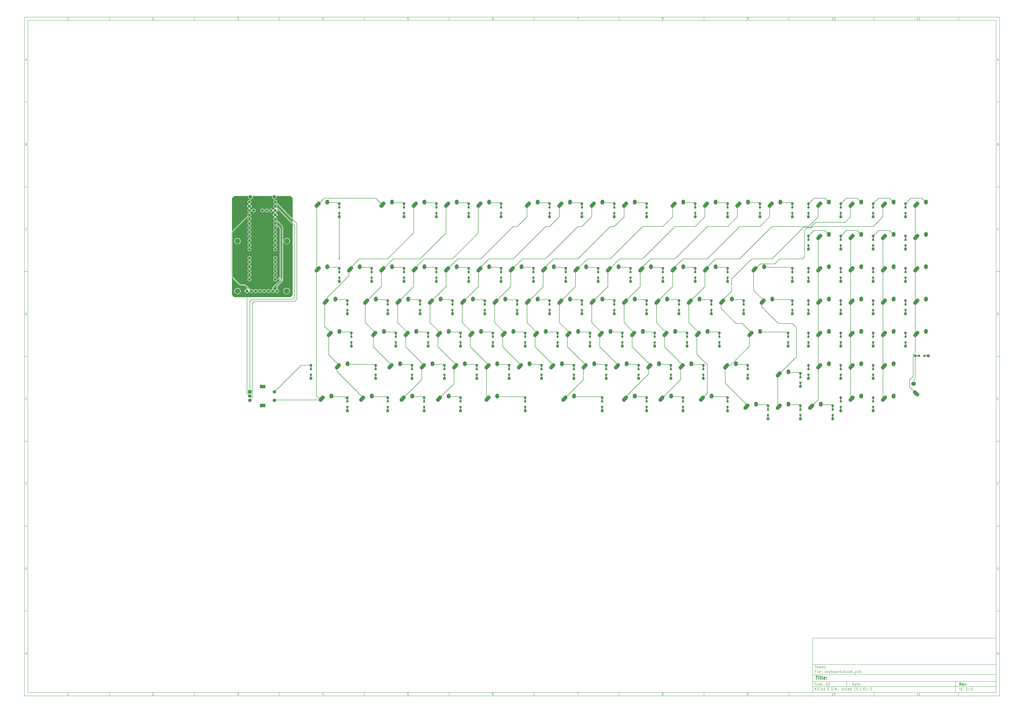
<source format=gbr>
G04 #@! TF.GenerationSoftware,KiCad,Pcbnew,(5.1.6)-1*
G04 #@! TF.CreationDate,2020-10-04T22:42:35-04:00*
G04 #@! TF.ProjectId,keyboard,6b657962-6f61-4726-942e-6b696361645f,rev?*
G04 #@! TF.SameCoordinates,Original*
G04 #@! TF.FileFunction,Copper,L1,Top*
G04 #@! TF.FilePolarity,Positive*
%FSLAX46Y46*%
G04 Gerber Fmt 4.6, Leading zero omitted, Abs format (unit mm)*
G04 Created by KiCad (PCBNEW (5.1.6)-1) date 2020-10-04 22:42:35*
%MOMM*%
%LPD*%
G01*
G04 APERTURE LIST*
%ADD10C,0.100000*%
%ADD11C,0.150000*%
%ADD12C,0.300000*%
%ADD13C,0.400000*%
G04 #@! TA.AperFunction,ComponentPad*
%ADD14C,1.778000*%
G04 #@! TD*
G04 #@! TA.AperFunction,ComponentPad*
%ADD15C,3.200000*%
G04 #@! TD*
G04 #@! TA.AperFunction,ComponentPad*
%ADD16C,2.250000*%
G04 #@! TD*
G04 #@! TA.AperFunction,ComponentPad*
%ADD17C,1.700000*%
G04 #@! TD*
G04 #@! TA.AperFunction,ComponentPad*
%ADD18C,2.200000*%
G04 #@! TD*
G04 #@! TA.AperFunction,ComponentPad*
%ADD19R,2.000000X2.000000*%
G04 #@! TD*
G04 #@! TA.AperFunction,ComponentPad*
%ADD20C,2.000000*%
G04 #@! TD*
G04 #@! TA.AperFunction,ComponentPad*
%ADD21R,3.200000X2.000000*%
G04 #@! TD*
G04 #@! TA.AperFunction,Conductor*
%ADD22R,0.500000X2.500000*%
G04 #@! TD*
G04 #@! TA.AperFunction,ComponentPad*
%ADD23C,1.600000*%
G04 #@! TD*
G04 #@! TA.AperFunction,ComponentPad*
%ADD24R,1.600000X1.600000*%
G04 #@! TD*
G04 #@! TA.AperFunction,SMDPad,CuDef*
%ADD25R,1.200000X1.200000*%
G04 #@! TD*
G04 #@! TA.AperFunction,Conductor*
%ADD26R,2.500000X0.500000*%
G04 #@! TD*
G04 #@! TA.AperFunction,ViaPad*
%ADD27C,0.800000*%
G04 #@! TD*
G04 #@! TA.AperFunction,Conductor*
%ADD28C,0.250000*%
G04 #@! TD*
G04 #@! TA.AperFunction,Conductor*
%ADD29C,0.127000*%
G04 #@! TD*
G04 APERTURE END LIST*
D10*
D11*
X474004400Y-375989000D02*
X474004400Y-407989000D01*
X582004400Y-407989000D01*
X582004400Y-375989000D01*
X474004400Y-375989000D01*
D10*
D11*
X10000000Y-10000000D02*
X10000000Y-409989000D01*
X584004400Y-409989000D01*
X584004400Y-10000000D01*
X10000000Y-10000000D01*
D10*
D11*
X12000000Y-12000000D02*
X12000000Y-407989000D01*
X582004400Y-407989000D01*
X582004400Y-12000000D01*
X12000000Y-12000000D01*
D10*
D11*
X60000000Y-12000000D02*
X60000000Y-10000000D01*
D10*
D11*
X110000000Y-12000000D02*
X110000000Y-10000000D01*
D10*
D11*
X160000000Y-12000000D02*
X160000000Y-10000000D01*
D10*
D11*
X210000000Y-12000000D02*
X210000000Y-10000000D01*
D10*
D11*
X260000000Y-12000000D02*
X260000000Y-10000000D01*
D10*
D11*
X310000000Y-12000000D02*
X310000000Y-10000000D01*
D10*
D11*
X360000000Y-12000000D02*
X360000000Y-10000000D01*
D10*
D11*
X410000000Y-12000000D02*
X410000000Y-10000000D01*
D10*
D11*
X460000000Y-12000000D02*
X460000000Y-10000000D01*
D10*
D11*
X510000000Y-12000000D02*
X510000000Y-10000000D01*
D10*
D11*
X560000000Y-12000000D02*
X560000000Y-10000000D01*
D10*
D11*
X36065476Y-11588095D02*
X35322619Y-11588095D01*
X35694047Y-11588095D02*
X35694047Y-10288095D01*
X35570238Y-10473809D01*
X35446428Y-10597619D01*
X35322619Y-10659523D01*
D10*
D11*
X85322619Y-10411904D02*
X85384523Y-10350000D01*
X85508333Y-10288095D01*
X85817857Y-10288095D01*
X85941666Y-10350000D01*
X86003571Y-10411904D01*
X86065476Y-10535714D01*
X86065476Y-10659523D01*
X86003571Y-10845238D01*
X85260714Y-11588095D01*
X86065476Y-11588095D01*
D10*
D11*
X135260714Y-10288095D02*
X136065476Y-10288095D01*
X135632142Y-10783333D01*
X135817857Y-10783333D01*
X135941666Y-10845238D01*
X136003571Y-10907142D01*
X136065476Y-11030952D01*
X136065476Y-11340476D01*
X136003571Y-11464285D01*
X135941666Y-11526190D01*
X135817857Y-11588095D01*
X135446428Y-11588095D01*
X135322619Y-11526190D01*
X135260714Y-11464285D01*
D10*
D11*
X185941666Y-10721428D02*
X185941666Y-11588095D01*
X185632142Y-10226190D02*
X185322619Y-11154761D01*
X186127380Y-11154761D01*
D10*
D11*
X236003571Y-10288095D02*
X235384523Y-10288095D01*
X235322619Y-10907142D01*
X235384523Y-10845238D01*
X235508333Y-10783333D01*
X235817857Y-10783333D01*
X235941666Y-10845238D01*
X236003571Y-10907142D01*
X236065476Y-11030952D01*
X236065476Y-11340476D01*
X236003571Y-11464285D01*
X235941666Y-11526190D01*
X235817857Y-11588095D01*
X235508333Y-11588095D01*
X235384523Y-11526190D01*
X235322619Y-11464285D01*
D10*
D11*
X285941666Y-10288095D02*
X285694047Y-10288095D01*
X285570238Y-10350000D01*
X285508333Y-10411904D01*
X285384523Y-10597619D01*
X285322619Y-10845238D01*
X285322619Y-11340476D01*
X285384523Y-11464285D01*
X285446428Y-11526190D01*
X285570238Y-11588095D01*
X285817857Y-11588095D01*
X285941666Y-11526190D01*
X286003571Y-11464285D01*
X286065476Y-11340476D01*
X286065476Y-11030952D01*
X286003571Y-10907142D01*
X285941666Y-10845238D01*
X285817857Y-10783333D01*
X285570238Y-10783333D01*
X285446428Y-10845238D01*
X285384523Y-10907142D01*
X285322619Y-11030952D01*
D10*
D11*
X335260714Y-10288095D02*
X336127380Y-10288095D01*
X335570238Y-11588095D01*
D10*
D11*
X385570238Y-10845238D02*
X385446428Y-10783333D01*
X385384523Y-10721428D01*
X385322619Y-10597619D01*
X385322619Y-10535714D01*
X385384523Y-10411904D01*
X385446428Y-10350000D01*
X385570238Y-10288095D01*
X385817857Y-10288095D01*
X385941666Y-10350000D01*
X386003571Y-10411904D01*
X386065476Y-10535714D01*
X386065476Y-10597619D01*
X386003571Y-10721428D01*
X385941666Y-10783333D01*
X385817857Y-10845238D01*
X385570238Y-10845238D01*
X385446428Y-10907142D01*
X385384523Y-10969047D01*
X385322619Y-11092857D01*
X385322619Y-11340476D01*
X385384523Y-11464285D01*
X385446428Y-11526190D01*
X385570238Y-11588095D01*
X385817857Y-11588095D01*
X385941666Y-11526190D01*
X386003571Y-11464285D01*
X386065476Y-11340476D01*
X386065476Y-11092857D01*
X386003571Y-10969047D01*
X385941666Y-10907142D01*
X385817857Y-10845238D01*
D10*
D11*
X435446428Y-11588095D02*
X435694047Y-11588095D01*
X435817857Y-11526190D01*
X435879761Y-11464285D01*
X436003571Y-11278571D01*
X436065476Y-11030952D01*
X436065476Y-10535714D01*
X436003571Y-10411904D01*
X435941666Y-10350000D01*
X435817857Y-10288095D01*
X435570238Y-10288095D01*
X435446428Y-10350000D01*
X435384523Y-10411904D01*
X435322619Y-10535714D01*
X435322619Y-10845238D01*
X435384523Y-10969047D01*
X435446428Y-11030952D01*
X435570238Y-11092857D01*
X435817857Y-11092857D01*
X435941666Y-11030952D01*
X436003571Y-10969047D01*
X436065476Y-10845238D01*
D10*
D11*
X486065476Y-11588095D02*
X485322619Y-11588095D01*
X485694047Y-11588095D02*
X485694047Y-10288095D01*
X485570238Y-10473809D01*
X485446428Y-10597619D01*
X485322619Y-10659523D01*
X486870238Y-10288095D02*
X486994047Y-10288095D01*
X487117857Y-10350000D01*
X487179761Y-10411904D01*
X487241666Y-10535714D01*
X487303571Y-10783333D01*
X487303571Y-11092857D01*
X487241666Y-11340476D01*
X487179761Y-11464285D01*
X487117857Y-11526190D01*
X486994047Y-11588095D01*
X486870238Y-11588095D01*
X486746428Y-11526190D01*
X486684523Y-11464285D01*
X486622619Y-11340476D01*
X486560714Y-11092857D01*
X486560714Y-10783333D01*
X486622619Y-10535714D01*
X486684523Y-10411904D01*
X486746428Y-10350000D01*
X486870238Y-10288095D01*
D10*
D11*
X536065476Y-11588095D02*
X535322619Y-11588095D01*
X535694047Y-11588095D02*
X535694047Y-10288095D01*
X535570238Y-10473809D01*
X535446428Y-10597619D01*
X535322619Y-10659523D01*
X537303571Y-11588095D02*
X536560714Y-11588095D01*
X536932142Y-11588095D02*
X536932142Y-10288095D01*
X536808333Y-10473809D01*
X536684523Y-10597619D01*
X536560714Y-10659523D01*
D10*
D11*
X60000000Y-407989000D02*
X60000000Y-409989000D01*
D10*
D11*
X110000000Y-407989000D02*
X110000000Y-409989000D01*
D10*
D11*
X160000000Y-407989000D02*
X160000000Y-409989000D01*
D10*
D11*
X210000000Y-407989000D02*
X210000000Y-409989000D01*
D10*
D11*
X260000000Y-407989000D02*
X260000000Y-409989000D01*
D10*
D11*
X310000000Y-407989000D02*
X310000000Y-409989000D01*
D10*
D11*
X360000000Y-407989000D02*
X360000000Y-409989000D01*
D10*
D11*
X410000000Y-407989000D02*
X410000000Y-409989000D01*
D10*
D11*
X460000000Y-407989000D02*
X460000000Y-409989000D01*
D10*
D11*
X510000000Y-407989000D02*
X510000000Y-409989000D01*
D10*
D11*
X560000000Y-407989000D02*
X560000000Y-409989000D01*
D10*
D11*
X36065476Y-409577095D02*
X35322619Y-409577095D01*
X35694047Y-409577095D02*
X35694047Y-408277095D01*
X35570238Y-408462809D01*
X35446428Y-408586619D01*
X35322619Y-408648523D01*
D10*
D11*
X85322619Y-408400904D02*
X85384523Y-408339000D01*
X85508333Y-408277095D01*
X85817857Y-408277095D01*
X85941666Y-408339000D01*
X86003571Y-408400904D01*
X86065476Y-408524714D01*
X86065476Y-408648523D01*
X86003571Y-408834238D01*
X85260714Y-409577095D01*
X86065476Y-409577095D01*
D10*
D11*
X135260714Y-408277095D02*
X136065476Y-408277095D01*
X135632142Y-408772333D01*
X135817857Y-408772333D01*
X135941666Y-408834238D01*
X136003571Y-408896142D01*
X136065476Y-409019952D01*
X136065476Y-409329476D01*
X136003571Y-409453285D01*
X135941666Y-409515190D01*
X135817857Y-409577095D01*
X135446428Y-409577095D01*
X135322619Y-409515190D01*
X135260714Y-409453285D01*
D10*
D11*
X185941666Y-408710428D02*
X185941666Y-409577095D01*
X185632142Y-408215190D02*
X185322619Y-409143761D01*
X186127380Y-409143761D01*
D10*
D11*
X236003571Y-408277095D02*
X235384523Y-408277095D01*
X235322619Y-408896142D01*
X235384523Y-408834238D01*
X235508333Y-408772333D01*
X235817857Y-408772333D01*
X235941666Y-408834238D01*
X236003571Y-408896142D01*
X236065476Y-409019952D01*
X236065476Y-409329476D01*
X236003571Y-409453285D01*
X235941666Y-409515190D01*
X235817857Y-409577095D01*
X235508333Y-409577095D01*
X235384523Y-409515190D01*
X235322619Y-409453285D01*
D10*
D11*
X285941666Y-408277095D02*
X285694047Y-408277095D01*
X285570238Y-408339000D01*
X285508333Y-408400904D01*
X285384523Y-408586619D01*
X285322619Y-408834238D01*
X285322619Y-409329476D01*
X285384523Y-409453285D01*
X285446428Y-409515190D01*
X285570238Y-409577095D01*
X285817857Y-409577095D01*
X285941666Y-409515190D01*
X286003571Y-409453285D01*
X286065476Y-409329476D01*
X286065476Y-409019952D01*
X286003571Y-408896142D01*
X285941666Y-408834238D01*
X285817857Y-408772333D01*
X285570238Y-408772333D01*
X285446428Y-408834238D01*
X285384523Y-408896142D01*
X285322619Y-409019952D01*
D10*
D11*
X335260714Y-408277095D02*
X336127380Y-408277095D01*
X335570238Y-409577095D01*
D10*
D11*
X385570238Y-408834238D02*
X385446428Y-408772333D01*
X385384523Y-408710428D01*
X385322619Y-408586619D01*
X385322619Y-408524714D01*
X385384523Y-408400904D01*
X385446428Y-408339000D01*
X385570238Y-408277095D01*
X385817857Y-408277095D01*
X385941666Y-408339000D01*
X386003571Y-408400904D01*
X386065476Y-408524714D01*
X386065476Y-408586619D01*
X386003571Y-408710428D01*
X385941666Y-408772333D01*
X385817857Y-408834238D01*
X385570238Y-408834238D01*
X385446428Y-408896142D01*
X385384523Y-408958047D01*
X385322619Y-409081857D01*
X385322619Y-409329476D01*
X385384523Y-409453285D01*
X385446428Y-409515190D01*
X385570238Y-409577095D01*
X385817857Y-409577095D01*
X385941666Y-409515190D01*
X386003571Y-409453285D01*
X386065476Y-409329476D01*
X386065476Y-409081857D01*
X386003571Y-408958047D01*
X385941666Y-408896142D01*
X385817857Y-408834238D01*
D10*
D11*
X435446428Y-409577095D02*
X435694047Y-409577095D01*
X435817857Y-409515190D01*
X435879761Y-409453285D01*
X436003571Y-409267571D01*
X436065476Y-409019952D01*
X436065476Y-408524714D01*
X436003571Y-408400904D01*
X435941666Y-408339000D01*
X435817857Y-408277095D01*
X435570238Y-408277095D01*
X435446428Y-408339000D01*
X435384523Y-408400904D01*
X435322619Y-408524714D01*
X435322619Y-408834238D01*
X435384523Y-408958047D01*
X435446428Y-409019952D01*
X435570238Y-409081857D01*
X435817857Y-409081857D01*
X435941666Y-409019952D01*
X436003571Y-408958047D01*
X436065476Y-408834238D01*
D10*
D11*
X486065476Y-409577095D02*
X485322619Y-409577095D01*
X485694047Y-409577095D02*
X485694047Y-408277095D01*
X485570238Y-408462809D01*
X485446428Y-408586619D01*
X485322619Y-408648523D01*
X486870238Y-408277095D02*
X486994047Y-408277095D01*
X487117857Y-408339000D01*
X487179761Y-408400904D01*
X487241666Y-408524714D01*
X487303571Y-408772333D01*
X487303571Y-409081857D01*
X487241666Y-409329476D01*
X487179761Y-409453285D01*
X487117857Y-409515190D01*
X486994047Y-409577095D01*
X486870238Y-409577095D01*
X486746428Y-409515190D01*
X486684523Y-409453285D01*
X486622619Y-409329476D01*
X486560714Y-409081857D01*
X486560714Y-408772333D01*
X486622619Y-408524714D01*
X486684523Y-408400904D01*
X486746428Y-408339000D01*
X486870238Y-408277095D01*
D10*
D11*
X536065476Y-409577095D02*
X535322619Y-409577095D01*
X535694047Y-409577095D02*
X535694047Y-408277095D01*
X535570238Y-408462809D01*
X535446428Y-408586619D01*
X535322619Y-408648523D01*
X537303571Y-409577095D02*
X536560714Y-409577095D01*
X536932142Y-409577095D02*
X536932142Y-408277095D01*
X536808333Y-408462809D01*
X536684523Y-408586619D01*
X536560714Y-408648523D01*
D10*
D11*
X10000000Y-60000000D02*
X12000000Y-60000000D01*
D10*
D11*
X10000000Y-110000000D02*
X12000000Y-110000000D01*
D10*
D11*
X10000000Y-160000000D02*
X12000000Y-160000000D01*
D10*
D11*
X10000000Y-210000000D02*
X12000000Y-210000000D01*
D10*
D11*
X10000000Y-260000000D02*
X12000000Y-260000000D01*
D10*
D11*
X10000000Y-310000000D02*
X12000000Y-310000000D01*
D10*
D11*
X10000000Y-360000000D02*
X12000000Y-360000000D01*
D10*
D11*
X10690476Y-35216666D02*
X11309523Y-35216666D01*
X10566666Y-35588095D02*
X11000000Y-34288095D01*
X11433333Y-35588095D01*
D10*
D11*
X11092857Y-84907142D02*
X11278571Y-84969047D01*
X11340476Y-85030952D01*
X11402380Y-85154761D01*
X11402380Y-85340476D01*
X11340476Y-85464285D01*
X11278571Y-85526190D01*
X11154761Y-85588095D01*
X10659523Y-85588095D01*
X10659523Y-84288095D01*
X11092857Y-84288095D01*
X11216666Y-84350000D01*
X11278571Y-84411904D01*
X11340476Y-84535714D01*
X11340476Y-84659523D01*
X11278571Y-84783333D01*
X11216666Y-84845238D01*
X11092857Y-84907142D01*
X10659523Y-84907142D01*
D10*
D11*
X11402380Y-135464285D02*
X11340476Y-135526190D01*
X11154761Y-135588095D01*
X11030952Y-135588095D01*
X10845238Y-135526190D01*
X10721428Y-135402380D01*
X10659523Y-135278571D01*
X10597619Y-135030952D01*
X10597619Y-134845238D01*
X10659523Y-134597619D01*
X10721428Y-134473809D01*
X10845238Y-134350000D01*
X11030952Y-134288095D01*
X11154761Y-134288095D01*
X11340476Y-134350000D01*
X11402380Y-134411904D01*
D10*
D11*
X10659523Y-185588095D02*
X10659523Y-184288095D01*
X10969047Y-184288095D01*
X11154761Y-184350000D01*
X11278571Y-184473809D01*
X11340476Y-184597619D01*
X11402380Y-184845238D01*
X11402380Y-185030952D01*
X11340476Y-185278571D01*
X11278571Y-185402380D01*
X11154761Y-185526190D01*
X10969047Y-185588095D01*
X10659523Y-185588095D01*
D10*
D11*
X10721428Y-234907142D02*
X11154761Y-234907142D01*
X11340476Y-235588095D02*
X10721428Y-235588095D01*
X10721428Y-234288095D01*
X11340476Y-234288095D01*
D10*
D11*
X11185714Y-284907142D02*
X10752380Y-284907142D01*
X10752380Y-285588095D02*
X10752380Y-284288095D01*
X11371428Y-284288095D01*
D10*
D11*
X11340476Y-334350000D02*
X11216666Y-334288095D01*
X11030952Y-334288095D01*
X10845238Y-334350000D01*
X10721428Y-334473809D01*
X10659523Y-334597619D01*
X10597619Y-334845238D01*
X10597619Y-335030952D01*
X10659523Y-335278571D01*
X10721428Y-335402380D01*
X10845238Y-335526190D01*
X11030952Y-335588095D01*
X11154761Y-335588095D01*
X11340476Y-335526190D01*
X11402380Y-335464285D01*
X11402380Y-335030952D01*
X11154761Y-335030952D01*
D10*
D11*
X10628571Y-385588095D02*
X10628571Y-384288095D01*
X10628571Y-384907142D02*
X11371428Y-384907142D01*
X11371428Y-385588095D02*
X11371428Y-384288095D01*
D10*
D11*
X584004400Y-60000000D02*
X582004400Y-60000000D01*
D10*
D11*
X584004400Y-110000000D02*
X582004400Y-110000000D01*
D10*
D11*
X584004400Y-160000000D02*
X582004400Y-160000000D01*
D10*
D11*
X584004400Y-210000000D02*
X582004400Y-210000000D01*
D10*
D11*
X584004400Y-260000000D02*
X582004400Y-260000000D01*
D10*
D11*
X584004400Y-310000000D02*
X582004400Y-310000000D01*
D10*
D11*
X584004400Y-360000000D02*
X582004400Y-360000000D01*
D10*
D11*
X582694876Y-35216666D02*
X583313923Y-35216666D01*
X582571066Y-35588095D02*
X583004400Y-34288095D01*
X583437733Y-35588095D01*
D10*
D11*
X583097257Y-84907142D02*
X583282971Y-84969047D01*
X583344876Y-85030952D01*
X583406780Y-85154761D01*
X583406780Y-85340476D01*
X583344876Y-85464285D01*
X583282971Y-85526190D01*
X583159161Y-85588095D01*
X582663923Y-85588095D01*
X582663923Y-84288095D01*
X583097257Y-84288095D01*
X583221066Y-84350000D01*
X583282971Y-84411904D01*
X583344876Y-84535714D01*
X583344876Y-84659523D01*
X583282971Y-84783333D01*
X583221066Y-84845238D01*
X583097257Y-84907142D01*
X582663923Y-84907142D01*
D10*
D11*
X583406780Y-135464285D02*
X583344876Y-135526190D01*
X583159161Y-135588095D01*
X583035352Y-135588095D01*
X582849638Y-135526190D01*
X582725828Y-135402380D01*
X582663923Y-135278571D01*
X582602019Y-135030952D01*
X582602019Y-134845238D01*
X582663923Y-134597619D01*
X582725828Y-134473809D01*
X582849638Y-134350000D01*
X583035352Y-134288095D01*
X583159161Y-134288095D01*
X583344876Y-134350000D01*
X583406780Y-134411904D01*
D10*
D11*
X582663923Y-185588095D02*
X582663923Y-184288095D01*
X582973447Y-184288095D01*
X583159161Y-184350000D01*
X583282971Y-184473809D01*
X583344876Y-184597619D01*
X583406780Y-184845238D01*
X583406780Y-185030952D01*
X583344876Y-185278571D01*
X583282971Y-185402380D01*
X583159161Y-185526190D01*
X582973447Y-185588095D01*
X582663923Y-185588095D01*
D10*
D11*
X582725828Y-234907142D02*
X583159161Y-234907142D01*
X583344876Y-235588095D02*
X582725828Y-235588095D01*
X582725828Y-234288095D01*
X583344876Y-234288095D01*
D10*
D11*
X583190114Y-284907142D02*
X582756780Y-284907142D01*
X582756780Y-285588095D02*
X582756780Y-284288095D01*
X583375828Y-284288095D01*
D10*
D11*
X583344876Y-334350000D02*
X583221066Y-334288095D01*
X583035352Y-334288095D01*
X582849638Y-334350000D01*
X582725828Y-334473809D01*
X582663923Y-334597619D01*
X582602019Y-334845238D01*
X582602019Y-335030952D01*
X582663923Y-335278571D01*
X582725828Y-335402380D01*
X582849638Y-335526190D01*
X583035352Y-335588095D01*
X583159161Y-335588095D01*
X583344876Y-335526190D01*
X583406780Y-335464285D01*
X583406780Y-335030952D01*
X583159161Y-335030952D01*
D10*
D11*
X582632971Y-385588095D02*
X582632971Y-384288095D01*
X582632971Y-384907142D02*
X583375828Y-384907142D01*
X583375828Y-385588095D02*
X583375828Y-384288095D01*
D10*
D11*
X497436542Y-403767571D02*
X497436542Y-402267571D01*
X497793685Y-402267571D01*
X498007971Y-402339000D01*
X498150828Y-402481857D01*
X498222257Y-402624714D01*
X498293685Y-402910428D01*
X498293685Y-403124714D01*
X498222257Y-403410428D01*
X498150828Y-403553285D01*
X498007971Y-403696142D01*
X497793685Y-403767571D01*
X497436542Y-403767571D01*
X499579400Y-403767571D02*
X499579400Y-402981857D01*
X499507971Y-402839000D01*
X499365114Y-402767571D01*
X499079400Y-402767571D01*
X498936542Y-402839000D01*
X499579400Y-403696142D02*
X499436542Y-403767571D01*
X499079400Y-403767571D01*
X498936542Y-403696142D01*
X498865114Y-403553285D01*
X498865114Y-403410428D01*
X498936542Y-403267571D01*
X499079400Y-403196142D01*
X499436542Y-403196142D01*
X499579400Y-403124714D01*
X500079400Y-402767571D02*
X500650828Y-402767571D01*
X500293685Y-402267571D02*
X500293685Y-403553285D01*
X500365114Y-403696142D01*
X500507971Y-403767571D01*
X500650828Y-403767571D01*
X501722257Y-403696142D02*
X501579400Y-403767571D01*
X501293685Y-403767571D01*
X501150828Y-403696142D01*
X501079400Y-403553285D01*
X501079400Y-402981857D01*
X501150828Y-402839000D01*
X501293685Y-402767571D01*
X501579400Y-402767571D01*
X501722257Y-402839000D01*
X501793685Y-402981857D01*
X501793685Y-403124714D01*
X501079400Y-403267571D01*
X502436542Y-403624714D02*
X502507971Y-403696142D01*
X502436542Y-403767571D01*
X502365114Y-403696142D01*
X502436542Y-403624714D01*
X502436542Y-403767571D01*
X502436542Y-402839000D02*
X502507971Y-402910428D01*
X502436542Y-402981857D01*
X502365114Y-402910428D01*
X502436542Y-402839000D01*
X502436542Y-402981857D01*
D10*
D11*
X474004400Y-404489000D02*
X582004400Y-404489000D01*
D10*
D11*
X475436542Y-406567571D02*
X475436542Y-405067571D01*
X476293685Y-406567571D02*
X475650828Y-405710428D01*
X476293685Y-405067571D02*
X475436542Y-405924714D01*
X476936542Y-406567571D02*
X476936542Y-405567571D01*
X476936542Y-405067571D02*
X476865114Y-405139000D01*
X476936542Y-405210428D01*
X477007971Y-405139000D01*
X476936542Y-405067571D01*
X476936542Y-405210428D01*
X478507971Y-406424714D02*
X478436542Y-406496142D01*
X478222257Y-406567571D01*
X478079400Y-406567571D01*
X477865114Y-406496142D01*
X477722257Y-406353285D01*
X477650828Y-406210428D01*
X477579400Y-405924714D01*
X477579400Y-405710428D01*
X477650828Y-405424714D01*
X477722257Y-405281857D01*
X477865114Y-405139000D01*
X478079400Y-405067571D01*
X478222257Y-405067571D01*
X478436542Y-405139000D01*
X478507971Y-405210428D01*
X479793685Y-406567571D02*
X479793685Y-405781857D01*
X479722257Y-405639000D01*
X479579400Y-405567571D01*
X479293685Y-405567571D01*
X479150828Y-405639000D01*
X479793685Y-406496142D02*
X479650828Y-406567571D01*
X479293685Y-406567571D01*
X479150828Y-406496142D01*
X479079400Y-406353285D01*
X479079400Y-406210428D01*
X479150828Y-406067571D01*
X479293685Y-405996142D01*
X479650828Y-405996142D01*
X479793685Y-405924714D01*
X481150828Y-406567571D02*
X481150828Y-405067571D01*
X481150828Y-406496142D02*
X481007971Y-406567571D01*
X480722257Y-406567571D01*
X480579400Y-406496142D01*
X480507971Y-406424714D01*
X480436542Y-406281857D01*
X480436542Y-405853285D01*
X480507971Y-405710428D01*
X480579400Y-405639000D01*
X480722257Y-405567571D01*
X481007971Y-405567571D01*
X481150828Y-405639000D01*
X483007971Y-405781857D02*
X483507971Y-405781857D01*
X483722257Y-406567571D02*
X483007971Y-406567571D01*
X483007971Y-405067571D01*
X483722257Y-405067571D01*
X484365114Y-406424714D02*
X484436542Y-406496142D01*
X484365114Y-406567571D01*
X484293685Y-406496142D01*
X484365114Y-406424714D01*
X484365114Y-406567571D01*
X485079400Y-406567571D02*
X485079400Y-405067571D01*
X485436542Y-405067571D01*
X485650828Y-405139000D01*
X485793685Y-405281857D01*
X485865114Y-405424714D01*
X485936542Y-405710428D01*
X485936542Y-405924714D01*
X485865114Y-406210428D01*
X485793685Y-406353285D01*
X485650828Y-406496142D01*
X485436542Y-406567571D01*
X485079400Y-406567571D01*
X486579400Y-406424714D02*
X486650828Y-406496142D01*
X486579400Y-406567571D01*
X486507971Y-406496142D01*
X486579400Y-406424714D01*
X486579400Y-406567571D01*
X487222257Y-406139000D02*
X487936542Y-406139000D01*
X487079400Y-406567571D02*
X487579400Y-405067571D01*
X488079400Y-406567571D01*
X488579400Y-406424714D02*
X488650828Y-406496142D01*
X488579400Y-406567571D01*
X488507971Y-406496142D01*
X488579400Y-406424714D01*
X488579400Y-406567571D01*
X491579400Y-406567571D02*
X491579400Y-405067571D01*
X491722257Y-405996142D02*
X492150828Y-406567571D01*
X492150828Y-405567571D02*
X491579400Y-406139000D01*
X492793685Y-406567571D02*
X492793685Y-405567571D01*
X492793685Y-405067571D02*
X492722257Y-405139000D01*
X492793685Y-405210428D01*
X492865114Y-405139000D01*
X492793685Y-405067571D01*
X492793685Y-405210428D01*
X494150828Y-406496142D02*
X494007971Y-406567571D01*
X493722257Y-406567571D01*
X493579400Y-406496142D01*
X493507971Y-406424714D01*
X493436542Y-406281857D01*
X493436542Y-405853285D01*
X493507971Y-405710428D01*
X493579400Y-405639000D01*
X493722257Y-405567571D01*
X494007971Y-405567571D01*
X494150828Y-405639000D01*
X495436542Y-406567571D02*
X495436542Y-405781857D01*
X495365114Y-405639000D01*
X495222257Y-405567571D01*
X494936542Y-405567571D01*
X494793685Y-405639000D01*
X495436542Y-406496142D02*
X495293685Y-406567571D01*
X494936542Y-406567571D01*
X494793685Y-406496142D01*
X494722257Y-406353285D01*
X494722257Y-406210428D01*
X494793685Y-406067571D01*
X494936542Y-405996142D01*
X495293685Y-405996142D01*
X495436542Y-405924714D01*
X496793685Y-406567571D02*
X496793685Y-405067571D01*
X496793685Y-406496142D02*
X496650828Y-406567571D01*
X496365114Y-406567571D01*
X496222257Y-406496142D01*
X496150828Y-406424714D01*
X496079400Y-406281857D01*
X496079400Y-405853285D01*
X496150828Y-405710428D01*
X496222257Y-405639000D01*
X496365114Y-405567571D01*
X496650828Y-405567571D01*
X496793685Y-405639000D01*
X499079400Y-407139000D02*
X499007971Y-407067571D01*
X498865114Y-406853285D01*
X498793685Y-406710428D01*
X498722257Y-406496142D01*
X498650828Y-406139000D01*
X498650828Y-405853285D01*
X498722257Y-405496142D01*
X498793685Y-405281857D01*
X498865114Y-405139000D01*
X499007971Y-404924714D01*
X499079400Y-404853285D01*
X500365114Y-405067571D02*
X499650828Y-405067571D01*
X499579400Y-405781857D01*
X499650828Y-405710428D01*
X499793685Y-405639000D01*
X500150828Y-405639000D01*
X500293685Y-405710428D01*
X500365114Y-405781857D01*
X500436542Y-405924714D01*
X500436542Y-406281857D01*
X500365114Y-406424714D01*
X500293685Y-406496142D01*
X500150828Y-406567571D01*
X499793685Y-406567571D01*
X499650828Y-406496142D01*
X499579400Y-406424714D01*
X501079400Y-406424714D02*
X501150828Y-406496142D01*
X501079400Y-406567571D01*
X501007971Y-406496142D01*
X501079400Y-406424714D01*
X501079400Y-406567571D01*
X502579400Y-406567571D02*
X501722257Y-406567571D01*
X502150828Y-406567571D02*
X502150828Y-405067571D01*
X502007971Y-405281857D01*
X501865114Y-405424714D01*
X501722257Y-405496142D01*
X503222257Y-406424714D02*
X503293685Y-406496142D01*
X503222257Y-406567571D01*
X503150828Y-406496142D01*
X503222257Y-406424714D01*
X503222257Y-406567571D01*
X504579400Y-405067571D02*
X504293685Y-405067571D01*
X504150828Y-405139000D01*
X504079400Y-405210428D01*
X503936542Y-405424714D01*
X503865114Y-405710428D01*
X503865114Y-406281857D01*
X503936542Y-406424714D01*
X504007971Y-406496142D01*
X504150828Y-406567571D01*
X504436542Y-406567571D01*
X504579400Y-406496142D01*
X504650828Y-406424714D01*
X504722257Y-406281857D01*
X504722257Y-405924714D01*
X504650828Y-405781857D01*
X504579400Y-405710428D01*
X504436542Y-405639000D01*
X504150828Y-405639000D01*
X504007971Y-405710428D01*
X503936542Y-405781857D01*
X503865114Y-405924714D01*
X505222257Y-407139000D02*
X505293685Y-407067571D01*
X505436542Y-406853285D01*
X505507971Y-406710428D01*
X505579400Y-406496142D01*
X505650828Y-406139000D01*
X505650828Y-405853285D01*
X505579400Y-405496142D01*
X505507971Y-405281857D01*
X505436542Y-405139000D01*
X505293685Y-404924714D01*
X505222257Y-404853285D01*
X506365114Y-405996142D02*
X507507971Y-405996142D01*
X509007971Y-406567571D02*
X508150828Y-406567571D01*
X508579400Y-406567571D02*
X508579400Y-405067571D01*
X508436542Y-405281857D01*
X508293685Y-405424714D01*
X508150828Y-405496142D01*
D10*
D11*
X474004400Y-401489000D02*
X582004400Y-401489000D01*
D10*
D12*
X561413685Y-403767571D02*
X560913685Y-403053285D01*
X560556542Y-403767571D02*
X560556542Y-402267571D01*
X561127971Y-402267571D01*
X561270828Y-402339000D01*
X561342257Y-402410428D01*
X561413685Y-402553285D01*
X561413685Y-402767571D01*
X561342257Y-402910428D01*
X561270828Y-402981857D01*
X561127971Y-403053285D01*
X560556542Y-403053285D01*
X562627971Y-403696142D02*
X562485114Y-403767571D01*
X562199400Y-403767571D01*
X562056542Y-403696142D01*
X561985114Y-403553285D01*
X561985114Y-402981857D01*
X562056542Y-402839000D01*
X562199400Y-402767571D01*
X562485114Y-402767571D01*
X562627971Y-402839000D01*
X562699400Y-402981857D01*
X562699400Y-403124714D01*
X561985114Y-403267571D01*
X563199400Y-402767571D02*
X563556542Y-403767571D01*
X563913685Y-402767571D01*
X564485114Y-403624714D02*
X564556542Y-403696142D01*
X564485114Y-403767571D01*
X564413685Y-403696142D01*
X564485114Y-403624714D01*
X564485114Y-403767571D01*
X564485114Y-402839000D02*
X564556542Y-402910428D01*
X564485114Y-402981857D01*
X564413685Y-402910428D01*
X564485114Y-402839000D01*
X564485114Y-402981857D01*
D10*
D11*
X475365114Y-403696142D02*
X475579400Y-403767571D01*
X475936542Y-403767571D01*
X476079400Y-403696142D01*
X476150828Y-403624714D01*
X476222257Y-403481857D01*
X476222257Y-403339000D01*
X476150828Y-403196142D01*
X476079400Y-403124714D01*
X475936542Y-403053285D01*
X475650828Y-402981857D01*
X475507971Y-402910428D01*
X475436542Y-402839000D01*
X475365114Y-402696142D01*
X475365114Y-402553285D01*
X475436542Y-402410428D01*
X475507971Y-402339000D01*
X475650828Y-402267571D01*
X476007971Y-402267571D01*
X476222257Y-402339000D01*
X476865114Y-403767571D02*
X476865114Y-402767571D01*
X476865114Y-402267571D02*
X476793685Y-402339000D01*
X476865114Y-402410428D01*
X476936542Y-402339000D01*
X476865114Y-402267571D01*
X476865114Y-402410428D01*
X477436542Y-402767571D02*
X478222257Y-402767571D01*
X477436542Y-403767571D01*
X478222257Y-403767571D01*
X479365114Y-403696142D02*
X479222257Y-403767571D01*
X478936542Y-403767571D01*
X478793685Y-403696142D01*
X478722257Y-403553285D01*
X478722257Y-402981857D01*
X478793685Y-402839000D01*
X478936542Y-402767571D01*
X479222257Y-402767571D01*
X479365114Y-402839000D01*
X479436542Y-402981857D01*
X479436542Y-403124714D01*
X478722257Y-403267571D01*
X480079400Y-403624714D02*
X480150828Y-403696142D01*
X480079400Y-403767571D01*
X480007971Y-403696142D01*
X480079400Y-403624714D01*
X480079400Y-403767571D01*
X480079400Y-402839000D02*
X480150828Y-402910428D01*
X480079400Y-402981857D01*
X480007971Y-402910428D01*
X480079400Y-402839000D01*
X480079400Y-402981857D01*
X481865114Y-403339000D02*
X482579400Y-403339000D01*
X481722257Y-403767571D02*
X482222257Y-402267571D01*
X482722257Y-403767571D01*
X483150828Y-402410428D02*
X483222257Y-402339000D01*
X483365114Y-402267571D01*
X483722257Y-402267571D01*
X483865114Y-402339000D01*
X483936542Y-402410428D01*
X484007971Y-402553285D01*
X484007971Y-402696142D01*
X483936542Y-402910428D01*
X483079400Y-403767571D01*
X484007971Y-403767571D01*
D10*
D11*
X560436542Y-406567571D02*
X560436542Y-405067571D01*
X561793685Y-406567571D02*
X561793685Y-405067571D01*
X561793685Y-406496142D02*
X561650828Y-406567571D01*
X561365114Y-406567571D01*
X561222257Y-406496142D01*
X561150828Y-406424714D01*
X561079400Y-406281857D01*
X561079400Y-405853285D01*
X561150828Y-405710428D01*
X561222257Y-405639000D01*
X561365114Y-405567571D01*
X561650828Y-405567571D01*
X561793685Y-405639000D01*
X562507971Y-406424714D02*
X562579400Y-406496142D01*
X562507971Y-406567571D01*
X562436542Y-406496142D01*
X562507971Y-406424714D01*
X562507971Y-406567571D01*
X562507971Y-405639000D02*
X562579400Y-405710428D01*
X562507971Y-405781857D01*
X562436542Y-405710428D01*
X562507971Y-405639000D01*
X562507971Y-405781857D01*
X565150828Y-406567571D02*
X564293685Y-406567571D01*
X564722257Y-406567571D02*
X564722257Y-405067571D01*
X564579400Y-405281857D01*
X564436542Y-405424714D01*
X564293685Y-405496142D01*
X566865114Y-404996142D02*
X565579400Y-406924714D01*
X568150828Y-406567571D02*
X567293685Y-406567571D01*
X567722257Y-406567571D02*
X567722257Y-405067571D01*
X567579400Y-405281857D01*
X567436542Y-405424714D01*
X567293685Y-405496142D01*
D10*
D11*
X474004400Y-397489000D02*
X582004400Y-397489000D01*
D10*
D13*
X475716780Y-398193761D02*
X476859638Y-398193761D01*
X476038209Y-400193761D02*
X476288209Y-398193761D01*
X477276304Y-400193761D02*
X477442971Y-398860428D01*
X477526304Y-398193761D02*
X477419161Y-398289000D01*
X477502495Y-398384238D01*
X477609638Y-398289000D01*
X477526304Y-398193761D01*
X477502495Y-398384238D01*
X478109638Y-398860428D02*
X478871542Y-398860428D01*
X478478685Y-398193761D02*
X478264400Y-399908047D01*
X478335828Y-400098523D01*
X478514400Y-400193761D01*
X478704876Y-400193761D01*
X479657257Y-400193761D02*
X479478685Y-400098523D01*
X479407257Y-399908047D01*
X479621542Y-398193761D01*
X481192971Y-400098523D02*
X480990590Y-400193761D01*
X480609638Y-400193761D01*
X480431066Y-400098523D01*
X480359638Y-399908047D01*
X480454876Y-399146142D01*
X480573923Y-398955666D01*
X480776304Y-398860428D01*
X481157257Y-398860428D01*
X481335828Y-398955666D01*
X481407257Y-399146142D01*
X481383447Y-399336619D01*
X480407257Y-399527095D01*
X482157257Y-400003285D02*
X482240590Y-400098523D01*
X482133447Y-400193761D01*
X482050114Y-400098523D01*
X482157257Y-400003285D01*
X482133447Y-400193761D01*
X482288209Y-398955666D02*
X482371542Y-399050904D01*
X482264400Y-399146142D01*
X482181066Y-399050904D01*
X482288209Y-398955666D01*
X482264400Y-399146142D01*
D10*
D11*
X475936542Y-395581857D02*
X475436542Y-395581857D01*
X475436542Y-396367571D02*
X475436542Y-394867571D01*
X476150828Y-394867571D01*
X476722257Y-396367571D02*
X476722257Y-395367571D01*
X476722257Y-394867571D02*
X476650828Y-394939000D01*
X476722257Y-395010428D01*
X476793685Y-394939000D01*
X476722257Y-394867571D01*
X476722257Y-395010428D01*
X477650828Y-396367571D02*
X477507971Y-396296142D01*
X477436542Y-396153285D01*
X477436542Y-394867571D01*
X478793685Y-396296142D02*
X478650828Y-396367571D01*
X478365114Y-396367571D01*
X478222257Y-396296142D01*
X478150828Y-396153285D01*
X478150828Y-395581857D01*
X478222257Y-395439000D01*
X478365114Y-395367571D01*
X478650828Y-395367571D01*
X478793685Y-395439000D01*
X478865114Y-395581857D01*
X478865114Y-395724714D01*
X478150828Y-395867571D01*
X479507971Y-396224714D02*
X479579400Y-396296142D01*
X479507971Y-396367571D01*
X479436542Y-396296142D01*
X479507971Y-396224714D01*
X479507971Y-396367571D01*
X479507971Y-395439000D02*
X479579400Y-395510428D01*
X479507971Y-395581857D01*
X479436542Y-395510428D01*
X479507971Y-395439000D01*
X479507971Y-395581857D01*
X481365114Y-396367571D02*
X481365114Y-394867571D01*
X481507971Y-395796142D02*
X481936542Y-396367571D01*
X481936542Y-395367571D02*
X481365114Y-395939000D01*
X483150828Y-396296142D02*
X483007971Y-396367571D01*
X482722257Y-396367571D01*
X482579400Y-396296142D01*
X482507971Y-396153285D01*
X482507971Y-395581857D01*
X482579400Y-395439000D01*
X482722257Y-395367571D01*
X483007971Y-395367571D01*
X483150828Y-395439000D01*
X483222257Y-395581857D01*
X483222257Y-395724714D01*
X482507971Y-395867571D01*
X483722257Y-395367571D02*
X484079400Y-396367571D01*
X484436542Y-395367571D02*
X484079400Y-396367571D01*
X483936542Y-396724714D01*
X483865114Y-396796142D01*
X483722257Y-396867571D01*
X485007971Y-396367571D02*
X485007971Y-394867571D01*
X485007971Y-395439000D02*
X485150828Y-395367571D01*
X485436542Y-395367571D01*
X485579400Y-395439000D01*
X485650828Y-395510428D01*
X485722257Y-395653285D01*
X485722257Y-396081857D01*
X485650828Y-396224714D01*
X485579400Y-396296142D01*
X485436542Y-396367571D01*
X485150828Y-396367571D01*
X485007971Y-396296142D01*
X486579400Y-396367571D02*
X486436542Y-396296142D01*
X486365114Y-396224714D01*
X486293685Y-396081857D01*
X486293685Y-395653285D01*
X486365114Y-395510428D01*
X486436542Y-395439000D01*
X486579400Y-395367571D01*
X486793685Y-395367571D01*
X486936542Y-395439000D01*
X487007971Y-395510428D01*
X487079400Y-395653285D01*
X487079400Y-396081857D01*
X487007971Y-396224714D01*
X486936542Y-396296142D01*
X486793685Y-396367571D01*
X486579400Y-396367571D01*
X488365114Y-396367571D02*
X488365114Y-395581857D01*
X488293685Y-395439000D01*
X488150828Y-395367571D01*
X487865114Y-395367571D01*
X487722257Y-395439000D01*
X488365114Y-396296142D02*
X488222257Y-396367571D01*
X487865114Y-396367571D01*
X487722257Y-396296142D01*
X487650828Y-396153285D01*
X487650828Y-396010428D01*
X487722257Y-395867571D01*
X487865114Y-395796142D01*
X488222257Y-395796142D01*
X488365114Y-395724714D01*
X489079400Y-396367571D02*
X489079400Y-395367571D01*
X489079400Y-395653285D02*
X489150828Y-395510428D01*
X489222257Y-395439000D01*
X489365114Y-395367571D01*
X489507971Y-395367571D01*
X490650828Y-396367571D02*
X490650828Y-394867571D01*
X490650828Y-396296142D02*
X490507971Y-396367571D01*
X490222257Y-396367571D01*
X490079400Y-396296142D01*
X490007971Y-396224714D01*
X489936542Y-396081857D01*
X489936542Y-395653285D01*
X490007971Y-395510428D01*
X490079400Y-395439000D01*
X490222257Y-395367571D01*
X490507971Y-395367571D01*
X490650828Y-395439000D01*
X491365114Y-396224714D02*
X491436542Y-396296142D01*
X491365114Y-396367571D01*
X491293685Y-396296142D01*
X491365114Y-396224714D01*
X491365114Y-396367571D01*
X492079400Y-396367571D02*
X492079400Y-394867571D01*
X492222257Y-395796142D02*
X492650828Y-396367571D01*
X492650828Y-395367571D02*
X492079400Y-395939000D01*
X493293685Y-396367571D02*
X493293685Y-395367571D01*
X493293685Y-394867571D02*
X493222257Y-394939000D01*
X493293685Y-395010428D01*
X493365114Y-394939000D01*
X493293685Y-394867571D01*
X493293685Y-395010428D01*
X494650828Y-396296142D02*
X494507971Y-396367571D01*
X494222257Y-396367571D01*
X494079400Y-396296142D01*
X494007971Y-396224714D01*
X493936542Y-396081857D01*
X493936542Y-395653285D01*
X494007971Y-395510428D01*
X494079400Y-395439000D01*
X494222257Y-395367571D01*
X494507971Y-395367571D01*
X494650828Y-395439000D01*
X495936542Y-396367571D02*
X495936542Y-395581857D01*
X495865114Y-395439000D01*
X495722257Y-395367571D01*
X495436542Y-395367571D01*
X495293685Y-395439000D01*
X495936542Y-396296142D02*
X495793685Y-396367571D01*
X495436542Y-396367571D01*
X495293685Y-396296142D01*
X495222257Y-396153285D01*
X495222257Y-396010428D01*
X495293685Y-395867571D01*
X495436542Y-395796142D01*
X495793685Y-395796142D01*
X495936542Y-395724714D01*
X497293685Y-396367571D02*
X497293685Y-394867571D01*
X497293685Y-396296142D02*
X497150828Y-396367571D01*
X496865114Y-396367571D01*
X496722257Y-396296142D01*
X496650828Y-396224714D01*
X496579400Y-396081857D01*
X496579400Y-395653285D01*
X496650828Y-395510428D01*
X496722257Y-395439000D01*
X496865114Y-395367571D01*
X497150828Y-395367571D01*
X497293685Y-395439000D01*
X497650828Y-396510428D02*
X498793685Y-396510428D01*
X499150828Y-395367571D02*
X499150828Y-396867571D01*
X499150828Y-395439000D02*
X499293685Y-395367571D01*
X499579400Y-395367571D01*
X499722257Y-395439000D01*
X499793685Y-395510428D01*
X499865114Y-395653285D01*
X499865114Y-396081857D01*
X499793685Y-396224714D01*
X499722257Y-396296142D01*
X499579400Y-396367571D01*
X499293685Y-396367571D01*
X499150828Y-396296142D01*
X501150828Y-396296142D02*
X501007971Y-396367571D01*
X500722257Y-396367571D01*
X500579400Y-396296142D01*
X500507971Y-396224714D01*
X500436542Y-396081857D01*
X500436542Y-395653285D01*
X500507971Y-395510428D01*
X500579400Y-395439000D01*
X500722257Y-395367571D01*
X501007971Y-395367571D01*
X501150828Y-395439000D01*
X501793685Y-396367571D02*
X501793685Y-394867571D01*
X501793685Y-395439000D02*
X501936542Y-395367571D01*
X502222257Y-395367571D01*
X502365114Y-395439000D01*
X502436542Y-395510428D01*
X502507971Y-395653285D01*
X502507971Y-396081857D01*
X502436542Y-396224714D01*
X502365114Y-396296142D01*
X502222257Y-396367571D01*
X501936542Y-396367571D01*
X501793685Y-396296142D01*
D10*
D11*
X474004400Y-391489000D02*
X582004400Y-391489000D01*
D10*
D11*
X475365114Y-393596142D02*
X475579400Y-393667571D01*
X475936542Y-393667571D01*
X476079400Y-393596142D01*
X476150828Y-393524714D01*
X476222257Y-393381857D01*
X476222257Y-393239000D01*
X476150828Y-393096142D01*
X476079400Y-393024714D01*
X475936542Y-392953285D01*
X475650828Y-392881857D01*
X475507971Y-392810428D01*
X475436542Y-392739000D01*
X475365114Y-392596142D01*
X475365114Y-392453285D01*
X475436542Y-392310428D01*
X475507971Y-392239000D01*
X475650828Y-392167571D01*
X476007971Y-392167571D01*
X476222257Y-392239000D01*
X476865114Y-393667571D02*
X476865114Y-392167571D01*
X477507971Y-393667571D02*
X477507971Y-392881857D01*
X477436542Y-392739000D01*
X477293685Y-392667571D01*
X477079400Y-392667571D01*
X476936542Y-392739000D01*
X476865114Y-392810428D01*
X478793685Y-393596142D02*
X478650828Y-393667571D01*
X478365114Y-393667571D01*
X478222257Y-393596142D01*
X478150828Y-393453285D01*
X478150828Y-392881857D01*
X478222257Y-392739000D01*
X478365114Y-392667571D01*
X478650828Y-392667571D01*
X478793685Y-392739000D01*
X478865114Y-392881857D01*
X478865114Y-393024714D01*
X478150828Y-393167571D01*
X480079400Y-393596142D02*
X479936542Y-393667571D01*
X479650828Y-393667571D01*
X479507971Y-393596142D01*
X479436542Y-393453285D01*
X479436542Y-392881857D01*
X479507971Y-392739000D01*
X479650828Y-392667571D01*
X479936542Y-392667571D01*
X480079400Y-392739000D01*
X480150828Y-392881857D01*
X480150828Y-393024714D01*
X479436542Y-393167571D01*
X480579400Y-392667571D02*
X481150828Y-392667571D01*
X480793685Y-392167571D02*
X480793685Y-393453285D01*
X480865114Y-393596142D01*
X481007971Y-393667571D01*
X481150828Y-393667571D01*
X481650828Y-393524714D02*
X481722257Y-393596142D01*
X481650828Y-393667571D01*
X481579400Y-393596142D01*
X481650828Y-393524714D01*
X481650828Y-393667571D01*
X481650828Y-392739000D02*
X481722257Y-392810428D01*
X481650828Y-392881857D01*
X481579400Y-392810428D01*
X481650828Y-392739000D01*
X481650828Y-392881857D01*
D10*
D11*
X494004400Y-401489000D02*
X494004400Y-404489000D01*
D10*
D11*
X558004400Y-401489000D02*
X558004400Y-407989000D01*
D14*
X146018250Y-171450000D03*
X148558250Y-171450000D03*
X158718250Y-171450000D03*
X153638250Y-171450000D03*
X156178250Y-171450000D03*
X151098250Y-171450000D03*
X140938250Y-171450000D03*
X143478250Y-171450000D03*
D15*
X164306250Y-141986000D03*
X135350250Y-141986000D03*
X135350250Y-171450000D03*
X164306250Y-171450000D03*
D16*
X449937500Y-119825000D03*
G04 #@! TA.AperFunction,ComponentPad*
G36*
G01*
X447876183Y-122122345D02*
X447876183Y-122122345D01*
G75*
G02*
X447790155Y-120533683I751317J837345D01*
G01*
X449100157Y-119073683D01*
G75*
G02*
X450688819Y-118987655I837345J-751317D01*
G01*
X450688819Y-118987655D01*
G75*
G02*
X450774847Y-120576317I-751317J-837345D01*
G01*
X449464845Y-122036317D01*
G75*
G02*
X447876183Y-122122345I-837345J751317D01*
G01*
G37*
G04 #@! TD.AperFunction*
X454977500Y-118745000D03*
G04 #@! TA.AperFunction,ComponentPad*
G36*
G01*
X454860097Y-120447334D02*
X454860097Y-120447334D01*
G75*
G02*
X453815166Y-119247597I77403J1122334D01*
G01*
X453855166Y-118667597D01*
G75*
G02*
X455054903Y-117622666I1122334J-77403D01*
G01*
X455054903Y-117622666D01*
G75*
G02*
X456099834Y-118822403I-77403J-1122334D01*
G01*
X456059834Y-119402403D01*
G75*
G02*
X454860097Y-120447334I-1122334J77403D01*
G01*
G37*
G04 #@! TD.AperFunction*
D17*
X142405000Y-164610000D03*
X142405000Y-162070000D03*
X142405000Y-156990000D03*
X142405000Y-159530000D03*
X142405000Y-151910000D03*
X142405000Y-154450000D03*
X142405000Y-146830000D03*
X142405000Y-139210000D03*
X142405000Y-144290000D03*
X142405000Y-141750000D03*
X142405000Y-136670000D03*
X142405000Y-134130000D03*
X142405000Y-131590000D03*
X142405000Y-126510000D03*
X144945000Y-123970000D03*
X142405000Y-129050000D03*
X142405000Y-123970000D03*
X142405000Y-121430000D03*
X157620000Y-151910000D03*
X157620000Y-164610000D03*
X157620000Y-156990000D03*
X157620000Y-162070000D03*
X157620000Y-159530000D03*
X157620000Y-154450000D03*
X157620000Y-146830000D03*
X157620000Y-144290000D03*
X157620000Y-141750000D03*
X157620000Y-139210000D03*
X157620000Y-136670000D03*
X157620000Y-134130000D03*
X150000000Y-123970000D03*
X152540000Y-123970000D03*
X157620000Y-131590000D03*
X157620000Y-129050000D03*
X157620000Y-126510000D03*
X157620000Y-123970000D03*
X155080000Y-123970000D03*
X157620000Y-118890000D03*
D18*
X157010400Y-116065200D03*
X143015000Y-116065200D03*
D17*
X157620000Y-121430000D03*
X142405000Y-118890000D03*
D16*
X202287500Y-157925000D03*
G04 #@! TA.AperFunction,ComponentPad*
G36*
G01*
X200226183Y-160222345D02*
X200226183Y-160222345D01*
G75*
G02*
X200140155Y-158633683I751317J837345D01*
G01*
X201450157Y-157173683D01*
G75*
G02*
X203038819Y-157087655I837345J-751317D01*
G01*
X203038819Y-157087655D01*
G75*
G02*
X203124847Y-158676317I-751317J-837345D01*
G01*
X201814845Y-160136317D01*
G75*
G02*
X200226183Y-160222345I-837345J751317D01*
G01*
G37*
G04 #@! TD.AperFunction*
X207327500Y-156845000D03*
G04 #@! TA.AperFunction,ComponentPad*
G36*
G01*
X207210097Y-158547334D02*
X207210097Y-158547334D01*
G75*
G02*
X206165166Y-157347597I77403J1122334D01*
G01*
X206205166Y-156767597D01*
G75*
G02*
X207404903Y-155722666I1122334J-77403D01*
G01*
X207404903Y-155722666D01*
G75*
G02*
X208449834Y-156922403I-77403J-1122334D01*
G01*
X208409834Y-157502403D01*
G75*
G02*
X207210097Y-158547334I-1122334J77403D01*
G01*
G37*
G04 #@! TD.AperFunction*
X516612500Y-176975000D03*
G04 #@! TA.AperFunction,ComponentPad*
G36*
G01*
X514551183Y-179272345D02*
X514551183Y-179272345D01*
G75*
G02*
X514465155Y-177683683I751317J837345D01*
G01*
X515775157Y-176223683D01*
G75*
G02*
X517363819Y-176137655I837345J-751317D01*
G01*
X517363819Y-176137655D01*
G75*
G02*
X517449847Y-177726317I-751317J-837345D01*
G01*
X516139845Y-179186317D01*
G75*
G02*
X514551183Y-179272345I-837345J751317D01*
G01*
G37*
G04 #@! TD.AperFunction*
X521652500Y-175895000D03*
G04 #@! TA.AperFunction,ComponentPad*
G36*
G01*
X521535097Y-177597334D02*
X521535097Y-177597334D01*
G75*
G02*
X520490166Y-176397597I77403J1122334D01*
G01*
X520530166Y-175817597D01*
G75*
G02*
X521729903Y-174772666I1122334J-77403D01*
G01*
X521729903Y-174772666D01*
G75*
G02*
X522774834Y-175972403I-77403J-1122334D01*
G01*
X522734834Y-176552403D01*
G75*
G02*
X521535097Y-177597334I-1122334J77403D01*
G01*
G37*
G04 #@! TD.AperFunction*
X297537500Y-157925000D03*
G04 #@! TA.AperFunction,ComponentPad*
G36*
G01*
X295476183Y-160222345D02*
X295476183Y-160222345D01*
G75*
G02*
X295390155Y-158633683I751317J837345D01*
G01*
X296700157Y-157173683D01*
G75*
G02*
X298288819Y-157087655I837345J-751317D01*
G01*
X298288819Y-157087655D01*
G75*
G02*
X298374847Y-158676317I-751317J-837345D01*
G01*
X297064845Y-160136317D01*
G75*
G02*
X295476183Y-160222345I-837345J751317D01*
G01*
G37*
G04 #@! TD.AperFunction*
X302577500Y-156845000D03*
G04 #@! TA.AperFunction,ComponentPad*
G36*
G01*
X302460097Y-158547334D02*
X302460097Y-158547334D01*
G75*
G02*
X301415166Y-157347597I77403J1122334D01*
G01*
X301455166Y-156767597D01*
G75*
G02*
X302654903Y-155722666I1122334J-77403D01*
G01*
X302654903Y-155722666D01*
G75*
G02*
X303699834Y-156922403I-77403J-1122334D01*
G01*
X303659834Y-157502403D01*
G75*
G02*
X302460097Y-158547334I-1122334J77403D01*
G01*
G37*
G04 #@! TD.AperFunction*
D19*
X142652750Y-230822500D03*
D20*
X142652750Y-233322500D03*
X142652750Y-235822500D03*
D21*
X150152750Y-227722500D03*
X150152750Y-238922500D03*
D20*
X157152750Y-230822500D03*
X157152750Y-235822500D03*
D16*
X226100000Y-215075000D03*
G04 #@! TA.AperFunction,ComponentPad*
G36*
G01*
X224038683Y-217372345D02*
X224038683Y-217372345D01*
G75*
G02*
X223952655Y-215783683I751317J837345D01*
G01*
X225262657Y-214323683D01*
G75*
G02*
X226851319Y-214237655I837345J-751317D01*
G01*
X226851319Y-214237655D01*
G75*
G02*
X226937347Y-215826317I-751317J-837345D01*
G01*
X225627345Y-217286317D01*
G75*
G02*
X224038683Y-217372345I-837345J751317D01*
G01*
G37*
G04 #@! TD.AperFunction*
X231140000Y-213995000D03*
G04 #@! TA.AperFunction,ComponentPad*
G36*
G01*
X231022597Y-215697334D02*
X231022597Y-215697334D01*
G75*
G02*
X229977666Y-214497597I77403J1122334D01*
G01*
X230017666Y-213917597D01*
G75*
G02*
X231217403Y-212872666I1122334J-77403D01*
G01*
X231217403Y-212872666D01*
G75*
G02*
X232262334Y-214072403I-77403J-1122334D01*
G01*
X232222334Y-214652403D01*
G75*
G02*
X231022597Y-215697334I-1122334J77403D01*
G01*
G37*
G04 #@! TD.AperFunction*
X307062500Y-176975000D03*
G04 #@! TA.AperFunction,ComponentPad*
G36*
G01*
X305001183Y-179272345D02*
X305001183Y-179272345D01*
G75*
G02*
X304915155Y-177683683I751317J837345D01*
G01*
X306225157Y-176223683D01*
G75*
G02*
X307813819Y-176137655I837345J-751317D01*
G01*
X307813819Y-176137655D01*
G75*
G02*
X307899847Y-177726317I-751317J-837345D01*
G01*
X306589845Y-179186317D01*
G75*
G02*
X305001183Y-179272345I-837345J751317D01*
G01*
G37*
G04 #@! TD.AperFunction*
X312102500Y-175895000D03*
G04 #@! TA.AperFunction,ComponentPad*
G36*
G01*
X311985097Y-177597334D02*
X311985097Y-177597334D01*
G75*
G02*
X310940166Y-176397597I77403J1122334D01*
G01*
X310980166Y-175817597D01*
G75*
G02*
X312179903Y-174772666I1122334J-77403D01*
G01*
X312179903Y-174772666D01*
G75*
G02*
X313224834Y-175972403I-77403J-1122334D01*
G01*
X313184834Y-176552403D01*
G75*
G02*
X311985097Y-177597334I-1122334J77403D01*
G01*
G37*
G04 #@! TD.AperFunction*
X245150000Y-215075000D03*
G04 #@! TA.AperFunction,ComponentPad*
G36*
G01*
X243088683Y-217372345D02*
X243088683Y-217372345D01*
G75*
G02*
X243002655Y-215783683I751317J837345D01*
G01*
X244312657Y-214323683D01*
G75*
G02*
X245901319Y-214237655I837345J-751317D01*
G01*
X245901319Y-214237655D01*
G75*
G02*
X245987347Y-215826317I-751317J-837345D01*
G01*
X244677345Y-217286317D01*
G75*
G02*
X243088683Y-217372345I-837345J751317D01*
G01*
G37*
G04 #@! TD.AperFunction*
X250190000Y-213995000D03*
G04 #@! TA.AperFunction,ComponentPad*
G36*
G01*
X250072597Y-215697334D02*
X250072597Y-215697334D01*
G75*
G02*
X249027666Y-214497597I77403J1122334D01*
G01*
X249067666Y-213917597D01*
G75*
G02*
X250267403Y-212872666I1122334J-77403D01*
G01*
X250267403Y-212872666D01*
G75*
G02*
X251312334Y-214072403I-77403J-1122334D01*
G01*
X251272334Y-214652403D01*
G75*
G02*
X250072597Y-215697334I-1122334J77403D01*
G01*
G37*
G04 #@! TD.AperFunction*
X230862500Y-176975000D03*
G04 #@! TA.AperFunction,ComponentPad*
G36*
G01*
X228801183Y-179272345D02*
X228801183Y-179272345D01*
G75*
G02*
X228715155Y-177683683I751317J837345D01*
G01*
X230025157Y-176223683D01*
G75*
G02*
X231613819Y-176137655I837345J-751317D01*
G01*
X231613819Y-176137655D01*
G75*
G02*
X231699847Y-177726317I-751317J-837345D01*
G01*
X230389845Y-179186317D01*
G75*
G02*
X228801183Y-179272345I-837345J751317D01*
G01*
G37*
G04 #@! TD.AperFunction*
X235902500Y-175895000D03*
G04 #@! TA.AperFunction,ComponentPad*
G36*
G01*
X235785097Y-177597334D02*
X235785097Y-177597334D01*
G75*
G02*
X234740166Y-176397597I77403J1122334D01*
G01*
X234780166Y-175817597D01*
G75*
G02*
X235979903Y-174772666I1122334J-77403D01*
G01*
X235979903Y-174772666D01*
G75*
G02*
X237024834Y-175972403I-77403J-1122334D01*
G01*
X236984834Y-176552403D01*
G75*
G02*
X235785097Y-177597334I-1122334J77403D01*
G01*
G37*
G04 #@! TD.AperFunction*
X283250000Y-215075000D03*
G04 #@! TA.AperFunction,ComponentPad*
G36*
G01*
X281188683Y-217372345D02*
X281188683Y-217372345D01*
G75*
G02*
X281102655Y-215783683I751317J837345D01*
G01*
X282412657Y-214323683D01*
G75*
G02*
X284001319Y-214237655I837345J-751317D01*
G01*
X284001319Y-214237655D01*
G75*
G02*
X284087347Y-215826317I-751317J-837345D01*
G01*
X282777345Y-217286317D01*
G75*
G02*
X281188683Y-217372345I-837345J751317D01*
G01*
G37*
G04 #@! TD.AperFunction*
X288290000Y-213995000D03*
G04 #@! TA.AperFunction,ComponentPad*
G36*
G01*
X288172597Y-215697334D02*
X288172597Y-215697334D01*
G75*
G02*
X287127666Y-214497597I77403J1122334D01*
G01*
X287167666Y-213917597D01*
G75*
G02*
X288367403Y-212872666I1122334J-77403D01*
G01*
X288367403Y-212872666D01*
G75*
G02*
X289412334Y-214072403I-77403J-1122334D01*
G01*
X289372334Y-214652403D01*
G75*
G02*
X288172597Y-215697334I-1122334J77403D01*
G01*
G37*
G04 #@! TD.AperFunction*
X454700000Y-219837500D03*
G04 #@! TA.AperFunction,ComponentPad*
G36*
G01*
X452638683Y-222134845D02*
X452638683Y-222134845D01*
G75*
G02*
X452552655Y-220546183I751317J837345D01*
G01*
X453862657Y-219086183D01*
G75*
G02*
X455451319Y-219000155I837345J-751317D01*
G01*
X455451319Y-219000155D01*
G75*
G02*
X455537347Y-220588817I-751317J-837345D01*
G01*
X454227345Y-222048817D01*
G75*
G02*
X452638683Y-222134845I-837345J751317D01*
G01*
G37*
G04 #@! TD.AperFunction*
X459740000Y-218757500D03*
G04 #@! TA.AperFunction,ComponentPad*
G36*
G01*
X459622597Y-220459834D02*
X459622597Y-220459834D01*
G75*
G02*
X458577666Y-219260097I77403J1122334D01*
G01*
X458617666Y-218680097D01*
G75*
G02*
X459817403Y-217635166I1122334J-77403D01*
G01*
X459817403Y-217635166D01*
G75*
G02*
X460862334Y-218834903I-77403J-1122334D01*
G01*
X460822334Y-219414903D01*
G75*
G02*
X459622597Y-220459834I-1122334J77403D01*
G01*
G37*
G04 #@! TD.AperFunction*
X326112500Y-176975000D03*
G04 #@! TA.AperFunction,ComponentPad*
G36*
G01*
X324051183Y-179272345D02*
X324051183Y-179272345D01*
G75*
G02*
X323965155Y-177683683I751317J837345D01*
G01*
X325275157Y-176223683D01*
G75*
G02*
X326863819Y-176137655I837345J-751317D01*
G01*
X326863819Y-176137655D01*
G75*
G02*
X326949847Y-177726317I-751317J-837345D01*
G01*
X325639845Y-179186317D01*
G75*
G02*
X324051183Y-179272345I-837345J751317D01*
G01*
G37*
G04 #@! TD.AperFunction*
X331152500Y-175895000D03*
G04 #@! TA.AperFunction,ComponentPad*
G36*
G01*
X331035097Y-177597334D02*
X331035097Y-177597334D01*
G75*
G02*
X329990166Y-176397597I77403J1122334D01*
G01*
X330030166Y-175817597D01*
G75*
G02*
X331229903Y-174772666I1122334J-77403D01*
G01*
X331229903Y-174772666D01*
G75*
G02*
X332274834Y-175972403I-77403J-1122334D01*
G01*
X332234834Y-176552403D01*
G75*
G02*
X331035097Y-177597334I-1122334J77403D01*
G01*
G37*
G04 #@! TD.AperFunction*
X188000000Y-176975000D03*
G04 #@! TA.AperFunction,ComponentPad*
G36*
G01*
X185938683Y-179272345D02*
X185938683Y-179272345D01*
G75*
G02*
X185852655Y-177683683I751317J837345D01*
G01*
X187162657Y-176223683D01*
G75*
G02*
X188751319Y-176137655I837345J-751317D01*
G01*
X188751319Y-176137655D01*
G75*
G02*
X188837347Y-177726317I-751317J-837345D01*
G01*
X187527345Y-179186317D01*
G75*
G02*
X185938683Y-179272345I-837345J751317D01*
G01*
G37*
G04 #@! TD.AperFunction*
X193040000Y-175895000D03*
G04 #@! TA.AperFunction,ComponentPad*
G36*
G01*
X192922597Y-177597334D02*
X192922597Y-177597334D01*
G75*
G02*
X191877666Y-176397597I77403J1122334D01*
G01*
X191917666Y-175817597D01*
G75*
G02*
X193117403Y-174772666I1122334J-77403D01*
G01*
X193117403Y-174772666D01*
G75*
G02*
X194162334Y-175972403I-77403J-1122334D01*
G01*
X194122334Y-176552403D01*
G75*
G02*
X192922597Y-177597334I-1122334J77403D01*
G01*
G37*
G04 #@! TD.AperFunction*
X288012500Y-176975000D03*
G04 #@! TA.AperFunction,ComponentPad*
G36*
G01*
X285951183Y-179272345D02*
X285951183Y-179272345D01*
G75*
G02*
X285865155Y-177683683I751317J837345D01*
G01*
X287175157Y-176223683D01*
G75*
G02*
X288763819Y-176137655I837345J-751317D01*
G01*
X288763819Y-176137655D01*
G75*
G02*
X288849847Y-177726317I-751317J-837345D01*
G01*
X287539845Y-179186317D01*
G75*
G02*
X285951183Y-179272345I-837345J751317D01*
G01*
G37*
G04 #@! TD.AperFunction*
X293052500Y-175895000D03*
G04 #@! TA.AperFunction,ComponentPad*
G36*
G01*
X292935097Y-177597334D02*
X292935097Y-177597334D01*
G75*
G02*
X291890166Y-176397597I77403J1122334D01*
G01*
X291930166Y-175817597D01*
G75*
G02*
X293129903Y-174772666I1122334J-77403D01*
G01*
X293129903Y-174772666D01*
G75*
G02*
X294174834Y-175972403I-77403J-1122334D01*
G01*
X294134834Y-176552403D01*
G75*
G02*
X292935097Y-177597334I-1122334J77403D01*
G01*
G37*
G04 #@! TD.AperFunction*
X328493750Y-234125000D03*
G04 #@! TA.AperFunction,ComponentPad*
G36*
G01*
X326432433Y-236422345D02*
X326432433Y-236422345D01*
G75*
G02*
X326346405Y-234833683I751317J837345D01*
G01*
X327656407Y-233373683D01*
G75*
G02*
X329245069Y-233287655I837345J-751317D01*
G01*
X329245069Y-233287655D01*
G75*
G02*
X329331097Y-234876317I-751317J-837345D01*
G01*
X328021095Y-236336317D01*
G75*
G02*
X326432433Y-236422345I-837345J751317D01*
G01*
G37*
G04 #@! TD.AperFunction*
X333533750Y-233045000D03*
G04 #@! TA.AperFunction,ComponentPad*
G36*
G01*
X333416347Y-234747334D02*
X333416347Y-234747334D01*
G75*
G02*
X332371416Y-233547597I77403J1122334D01*
G01*
X332411416Y-232967597D01*
G75*
G02*
X333611153Y-231922666I1122334J-77403D01*
G01*
X333611153Y-231922666D01*
G75*
G02*
X334656084Y-233122403I-77403J-1122334D01*
G01*
X334616084Y-233702403D01*
G75*
G02*
X333416347Y-234747334I-1122334J77403D01*
G01*
G37*
G04 #@! TD.AperFunction*
X397550000Y-215075000D03*
G04 #@! TA.AperFunction,ComponentPad*
G36*
G01*
X395488683Y-217372345D02*
X395488683Y-217372345D01*
G75*
G02*
X395402655Y-215783683I751317J837345D01*
G01*
X396712657Y-214323683D01*
G75*
G02*
X398301319Y-214237655I837345J-751317D01*
G01*
X398301319Y-214237655D01*
G75*
G02*
X398387347Y-215826317I-751317J-837345D01*
G01*
X397077345Y-217286317D01*
G75*
G02*
X395488683Y-217372345I-837345J751317D01*
G01*
G37*
G04 #@! TD.AperFunction*
X402590000Y-213995000D03*
G04 #@! TA.AperFunction,ComponentPad*
G36*
G01*
X402472597Y-215697334D02*
X402472597Y-215697334D01*
G75*
G02*
X401427666Y-214497597I77403J1122334D01*
G01*
X401467666Y-213917597D01*
G75*
G02*
X402667403Y-212872666I1122334J-77403D01*
G01*
X402667403Y-212872666D01*
G75*
G02*
X403712334Y-214072403I-77403J-1122334D01*
G01*
X403672334Y-214652403D01*
G75*
G02*
X402472597Y-215697334I-1122334J77403D01*
G01*
G37*
G04 #@! TD.AperFunction*
X388025000Y-196025000D03*
G04 #@! TA.AperFunction,ComponentPad*
G36*
G01*
X385963683Y-198322345D02*
X385963683Y-198322345D01*
G75*
G02*
X385877655Y-196733683I751317J837345D01*
G01*
X387187657Y-195273683D01*
G75*
G02*
X388776319Y-195187655I837345J-751317D01*
G01*
X388776319Y-195187655D01*
G75*
G02*
X388862347Y-196776317I-751317J-837345D01*
G01*
X387552345Y-198236317D01*
G75*
G02*
X385963683Y-198322345I-837345J751317D01*
G01*
G37*
G04 #@! TD.AperFunction*
X393065000Y-194945000D03*
G04 #@! TA.AperFunction,ComponentPad*
G36*
G01*
X392947597Y-196647334D02*
X392947597Y-196647334D01*
G75*
G02*
X391902666Y-195447597I77403J1122334D01*
G01*
X391942666Y-194867597D01*
G75*
G02*
X393142403Y-193822666I1122334J-77403D01*
G01*
X393142403Y-193822666D01*
G75*
G02*
X394187334Y-195022403I-77403J-1122334D01*
G01*
X394147334Y-195602403D01*
G75*
G02*
X392947597Y-196647334I-1122334J77403D01*
G01*
G37*
G04 #@! TD.AperFunction*
X497562500Y-119825000D03*
G04 #@! TA.AperFunction,ComponentPad*
G36*
G01*
X495501183Y-122122345D02*
X495501183Y-122122345D01*
G75*
G02*
X495415155Y-120533683I751317J837345D01*
G01*
X496725157Y-119073683D01*
G75*
G02*
X498313819Y-118987655I837345J-751317D01*
G01*
X498313819Y-118987655D01*
G75*
G02*
X498399847Y-120576317I-751317J-837345D01*
G01*
X497089845Y-122036317D01*
G75*
G02*
X495501183Y-122122345I-837345J751317D01*
G01*
G37*
G04 #@! TD.AperFunction*
X502602500Y-118745000D03*
G04 #@! TA.AperFunction,ComponentPad*
G36*
G01*
X502485097Y-120447334D02*
X502485097Y-120447334D01*
G75*
G02*
X501440166Y-119247597I77403J1122334D01*
G01*
X501480166Y-118667597D01*
G75*
G02*
X502679903Y-117622666I1122334J-77403D01*
G01*
X502679903Y-117622666D01*
G75*
G02*
X503724834Y-118822403I-77403J-1122334D01*
G01*
X503684834Y-119402403D01*
G75*
G02*
X502485097Y-120447334I-1122334J77403D01*
G01*
G37*
G04 #@! TD.AperFunction*
X235625000Y-196025000D03*
G04 #@! TA.AperFunction,ComponentPad*
G36*
G01*
X233563683Y-198322345D02*
X233563683Y-198322345D01*
G75*
G02*
X233477655Y-196733683I751317J837345D01*
G01*
X234787657Y-195273683D01*
G75*
G02*
X236376319Y-195187655I837345J-751317D01*
G01*
X236376319Y-195187655D01*
G75*
G02*
X236462347Y-196776317I-751317J-837345D01*
G01*
X235152345Y-198236317D01*
G75*
G02*
X233563683Y-198322345I-837345J751317D01*
G01*
G37*
G04 #@! TD.AperFunction*
X240665000Y-194945000D03*
G04 #@! TA.AperFunction,ComponentPad*
G36*
G01*
X240547597Y-196647334D02*
X240547597Y-196647334D01*
G75*
G02*
X239502666Y-195447597I77403J1122334D01*
G01*
X239542666Y-194867597D01*
G75*
G02*
X240742403Y-193822666I1122334J-77403D01*
G01*
X240742403Y-193822666D01*
G75*
G02*
X241787334Y-195022403I-77403J-1122334D01*
G01*
X241747334Y-195602403D01*
G75*
G02*
X240547597Y-196647334I-1122334J77403D01*
G01*
G37*
G04 #@! TD.AperFunction*
X535662500Y-119825000D03*
G04 #@! TA.AperFunction,ComponentPad*
G36*
G01*
X533601183Y-122122345D02*
X533601183Y-122122345D01*
G75*
G02*
X533515155Y-120533683I751317J837345D01*
G01*
X534825157Y-119073683D01*
G75*
G02*
X536413819Y-118987655I837345J-751317D01*
G01*
X536413819Y-118987655D01*
G75*
G02*
X536499847Y-120576317I-751317J-837345D01*
G01*
X535189845Y-122036317D01*
G75*
G02*
X533601183Y-122122345I-837345J751317D01*
G01*
G37*
G04 #@! TD.AperFunction*
X540702500Y-118745000D03*
G04 #@! TA.AperFunction,ComponentPad*
G36*
G01*
X540585097Y-120447334D02*
X540585097Y-120447334D01*
G75*
G02*
X539540166Y-119247597I77403J1122334D01*
G01*
X539580166Y-118667597D01*
G75*
G02*
X540779903Y-117622666I1122334J-77403D01*
G01*
X540779903Y-117622666D01*
G75*
G02*
X541824834Y-118822403I-77403J-1122334D01*
G01*
X541784834Y-119402403D01*
G75*
G02*
X540585097Y-120447334I-1122334J77403D01*
G01*
G37*
G04 #@! TD.AperFunction*
X423743750Y-215075000D03*
G04 #@! TA.AperFunction,ComponentPad*
G36*
G01*
X421682433Y-217372345D02*
X421682433Y-217372345D01*
G75*
G02*
X421596405Y-215783683I751317J837345D01*
G01*
X422906407Y-214323683D01*
G75*
G02*
X424495069Y-214237655I837345J-751317D01*
G01*
X424495069Y-214237655D01*
G75*
G02*
X424581097Y-215826317I-751317J-837345D01*
G01*
X423271095Y-217286317D01*
G75*
G02*
X421682433Y-217372345I-837345J751317D01*
G01*
G37*
G04 #@! TD.AperFunction*
X428783750Y-213995000D03*
G04 #@! TA.AperFunction,ComponentPad*
G36*
G01*
X428666347Y-215697334D02*
X428666347Y-215697334D01*
G75*
G02*
X427621416Y-214497597I77403J1122334D01*
G01*
X427661416Y-213917597D01*
G75*
G02*
X428861153Y-212872666I1122334J-77403D01*
G01*
X428861153Y-212872666D01*
G75*
G02*
X429906084Y-214072403I-77403J-1122334D01*
G01*
X429866084Y-214652403D01*
G75*
G02*
X428666347Y-215697334I-1122334J77403D01*
G01*
G37*
G04 #@! TD.AperFunction*
X473750000Y-238887500D03*
G04 #@! TA.AperFunction,ComponentPad*
G36*
G01*
X471688683Y-241184845D02*
X471688683Y-241184845D01*
G75*
G02*
X471602655Y-239596183I751317J837345D01*
G01*
X472912657Y-238136183D01*
G75*
G02*
X474501319Y-238050155I837345J-751317D01*
G01*
X474501319Y-238050155D01*
G75*
G02*
X474587347Y-239638817I-751317J-837345D01*
G01*
X473277345Y-241098817D01*
G75*
G02*
X471688683Y-241184845I-837345J751317D01*
G01*
G37*
G04 #@! TD.AperFunction*
X478790000Y-237807500D03*
G04 #@! TA.AperFunction,ComponentPad*
G36*
G01*
X478672597Y-239509834D02*
X478672597Y-239509834D01*
G75*
G02*
X477627666Y-238310097I77403J1122334D01*
G01*
X477667666Y-237730097D01*
G75*
G02*
X478867403Y-236685166I1122334J-77403D01*
G01*
X478867403Y-236685166D01*
G75*
G02*
X479912334Y-237884903I-77403J-1122334D01*
G01*
X479872334Y-238464903D01*
G75*
G02*
X478672597Y-239509834I-1122334J77403D01*
G01*
G37*
G04 #@! TD.AperFunction*
X409456250Y-234125000D03*
G04 #@! TA.AperFunction,ComponentPad*
G36*
G01*
X407394933Y-236422345D02*
X407394933Y-236422345D01*
G75*
G02*
X407308905Y-234833683I751317J837345D01*
G01*
X408618907Y-233373683D01*
G75*
G02*
X410207569Y-233287655I837345J-751317D01*
G01*
X410207569Y-233287655D01*
G75*
G02*
X410293597Y-234876317I-751317J-837345D01*
G01*
X408983595Y-236336317D01*
G75*
G02*
X407394933Y-236422345I-837345J751317D01*
G01*
G37*
G04 #@! TD.AperFunction*
X414496250Y-233045000D03*
G04 #@! TA.AperFunction,ComponentPad*
G36*
G01*
X414378847Y-234747334D02*
X414378847Y-234747334D01*
G75*
G02*
X413333916Y-233547597I77403J1122334D01*
G01*
X413373916Y-232967597D01*
G75*
G02*
X414573653Y-231922666I1122334J-77403D01*
G01*
X414573653Y-231922666D01*
G75*
G02*
X415618584Y-233122403I-77403J-1122334D01*
G01*
X415578584Y-233702403D01*
G75*
G02*
X414378847Y-234747334I-1122334J77403D01*
G01*
G37*
G04 #@! TD.AperFunction*
X364212500Y-234125000D03*
G04 #@! TA.AperFunction,ComponentPad*
G36*
G01*
X362151183Y-236422345D02*
X362151183Y-236422345D01*
G75*
G02*
X362065155Y-234833683I751317J837345D01*
G01*
X363375157Y-233373683D01*
G75*
G02*
X364963819Y-233287655I837345J-751317D01*
G01*
X364963819Y-233287655D01*
G75*
G02*
X365049847Y-234876317I-751317J-837345D01*
G01*
X363739845Y-236336317D01*
G75*
G02*
X362151183Y-236422345I-837345J751317D01*
G01*
G37*
G04 #@! TD.AperFunction*
X369252500Y-233045000D03*
G04 #@! TA.AperFunction,ComponentPad*
G36*
G01*
X369135097Y-234747334D02*
X369135097Y-234747334D01*
G75*
G02*
X368090166Y-233547597I77403J1122334D01*
G01*
X368130166Y-232967597D01*
G75*
G02*
X369329903Y-231922666I1122334J-77403D01*
G01*
X369329903Y-231922666D01*
G75*
G02*
X370374834Y-233122403I-77403J-1122334D01*
G01*
X370334834Y-233702403D01*
G75*
G02*
X369135097Y-234747334I-1122334J77403D01*
G01*
G37*
G04 #@! TD.AperFunction*
X268962500Y-176975000D03*
G04 #@! TA.AperFunction,ComponentPad*
G36*
G01*
X266901183Y-179272345D02*
X266901183Y-179272345D01*
G75*
G02*
X266815155Y-177683683I751317J837345D01*
G01*
X268125157Y-176223683D01*
G75*
G02*
X269713819Y-176137655I837345J-751317D01*
G01*
X269713819Y-176137655D01*
G75*
G02*
X269799847Y-177726317I-751317J-837345D01*
G01*
X268489845Y-179186317D01*
G75*
G02*
X266901183Y-179272345I-837345J751317D01*
G01*
G37*
G04 #@! TD.AperFunction*
X274002500Y-175895000D03*
G04 #@! TA.AperFunction,ComponentPad*
G36*
G01*
X273885097Y-177597334D02*
X273885097Y-177597334D01*
G75*
G02*
X272840166Y-176397597I77403J1122334D01*
G01*
X272880166Y-175817597D01*
G75*
G02*
X274079903Y-174772666I1122334J-77403D01*
G01*
X274079903Y-174772666D01*
G75*
G02*
X275124834Y-175972403I-77403J-1122334D01*
G01*
X275084834Y-176552403D01*
G75*
G02*
X273885097Y-177597334I-1122334J77403D01*
G01*
G37*
G04 #@! TD.AperFunction*
X407075000Y-196025000D03*
G04 #@! TA.AperFunction,ComponentPad*
G36*
G01*
X405013683Y-198322345D02*
X405013683Y-198322345D01*
G75*
G02*
X404927655Y-196733683I751317J837345D01*
G01*
X406237657Y-195273683D01*
G75*
G02*
X407826319Y-195187655I837345J-751317D01*
G01*
X407826319Y-195187655D01*
G75*
G02*
X407912347Y-196776317I-751317J-837345D01*
G01*
X406602345Y-198236317D01*
G75*
G02*
X405013683Y-198322345I-837345J751317D01*
G01*
G37*
G04 #@! TD.AperFunction*
X412115000Y-194945000D03*
G04 #@! TA.AperFunction,ComponentPad*
G36*
G01*
X411997597Y-196647334D02*
X411997597Y-196647334D01*
G75*
G02*
X410952666Y-195447597I77403J1122334D01*
G01*
X410992666Y-194867597D01*
G75*
G02*
X412192403Y-193822666I1122334J-77403D01*
G01*
X412192403Y-193822666D01*
G75*
G02*
X413237334Y-195022403I-77403J-1122334D01*
G01*
X413197334Y-195602403D01*
G75*
G02*
X411997597Y-196647334I-1122334J77403D01*
G01*
G37*
G04 #@! TD.AperFunction*
X211812500Y-176975000D03*
G04 #@! TA.AperFunction,ComponentPad*
G36*
G01*
X209751183Y-179272345D02*
X209751183Y-179272345D01*
G75*
G02*
X209665155Y-177683683I751317J837345D01*
G01*
X210975157Y-176223683D01*
G75*
G02*
X212563819Y-176137655I837345J-751317D01*
G01*
X212563819Y-176137655D01*
G75*
G02*
X212649847Y-177726317I-751317J-837345D01*
G01*
X211339845Y-179186317D01*
G75*
G02*
X209751183Y-179272345I-837345J751317D01*
G01*
G37*
G04 #@! TD.AperFunction*
X216852500Y-175895000D03*
G04 #@! TA.AperFunction,ComponentPad*
G36*
G01*
X216735097Y-177597334D02*
X216735097Y-177597334D01*
G75*
G02*
X215690166Y-176397597I77403J1122334D01*
G01*
X215730166Y-175817597D01*
G75*
G02*
X216929903Y-174772666I1122334J-77403D01*
G01*
X216929903Y-174772666D01*
G75*
G02*
X217974834Y-175972403I-77403J-1122334D01*
G01*
X217934834Y-176552403D01*
G75*
G02*
X216735097Y-177597334I-1122334J77403D01*
G01*
G37*
G04 #@! TD.AperFunction*
X497562500Y-157925000D03*
G04 #@! TA.AperFunction,ComponentPad*
G36*
G01*
X495501183Y-160222345D02*
X495501183Y-160222345D01*
G75*
G02*
X495415155Y-158633683I751317J837345D01*
G01*
X496725157Y-157173683D01*
G75*
G02*
X498313819Y-157087655I837345J-751317D01*
G01*
X498313819Y-157087655D01*
G75*
G02*
X498399847Y-158676317I-751317J-837345D01*
G01*
X497089845Y-160136317D01*
G75*
G02*
X495501183Y-160222345I-837345J751317D01*
G01*
G37*
G04 #@! TD.AperFunction*
X502602500Y-156845000D03*
G04 #@! TA.AperFunction,ComponentPad*
G36*
G01*
X502485097Y-158547334D02*
X502485097Y-158547334D01*
G75*
G02*
X501440166Y-157347597I77403J1122334D01*
G01*
X501480166Y-156767597D01*
G75*
G02*
X502679903Y-155722666I1122334J-77403D01*
G01*
X502679903Y-155722666D01*
G75*
G02*
X503724834Y-156922403I-77403J-1122334D01*
G01*
X503684834Y-157502403D01*
G75*
G02*
X502485097Y-158547334I-1122334J77403D01*
G01*
G37*
G04 #@! TD.AperFunction*
X535662500Y-196025000D03*
G04 #@! TA.AperFunction,ComponentPad*
G36*
G01*
X533601183Y-198322345D02*
X533601183Y-198322345D01*
G75*
G02*
X533515155Y-196733683I751317J837345D01*
G01*
X534825157Y-195273683D01*
G75*
G02*
X536413819Y-195187655I837345J-751317D01*
G01*
X536413819Y-195187655D01*
G75*
G02*
X536499847Y-196776317I-751317J-837345D01*
G01*
X535189845Y-198236317D01*
G75*
G02*
X533601183Y-198322345I-837345J751317D01*
G01*
G37*
G04 #@! TD.AperFunction*
X540702500Y-194945000D03*
G04 #@! TA.AperFunction,ComponentPad*
G36*
G01*
X540585097Y-196647334D02*
X540585097Y-196647334D01*
G75*
G02*
X539540166Y-195447597I77403J1122334D01*
G01*
X539580166Y-194867597D01*
G75*
G02*
X540779903Y-193822666I1122334J-77403D01*
G01*
X540779903Y-193822666D01*
G75*
G02*
X541824834Y-195022403I-77403J-1122334D01*
G01*
X541784834Y-195602403D01*
G75*
G02*
X540585097Y-196647334I-1122334J77403D01*
G01*
G37*
G04 #@! TD.AperFunction*
X535662500Y-176975000D03*
G04 #@! TA.AperFunction,ComponentPad*
G36*
G01*
X533601183Y-179272345D02*
X533601183Y-179272345D01*
G75*
G02*
X533515155Y-177683683I751317J837345D01*
G01*
X534825157Y-176223683D01*
G75*
G02*
X536413819Y-176137655I837345J-751317D01*
G01*
X536413819Y-176137655D01*
G75*
G02*
X536499847Y-177726317I-751317J-837345D01*
G01*
X535189845Y-179186317D01*
G75*
G02*
X533601183Y-179272345I-837345J751317D01*
G01*
G37*
G04 #@! TD.AperFunction*
X540702500Y-175895000D03*
G04 #@! TA.AperFunction,ComponentPad*
G36*
G01*
X540585097Y-177597334D02*
X540585097Y-177597334D01*
G75*
G02*
X539540166Y-176397597I77403J1122334D01*
G01*
X539580166Y-175817597D01*
G75*
G02*
X540779903Y-174772666I1122334J-77403D01*
G01*
X540779903Y-174772666D01*
G75*
G02*
X541824834Y-175972403I-77403J-1122334D01*
G01*
X541784834Y-176552403D01*
G75*
G02*
X540585097Y-177597334I-1122334J77403D01*
G01*
G37*
G04 #@! TD.AperFunction*
X535662500Y-138875000D03*
G04 #@! TA.AperFunction,ComponentPad*
G36*
G01*
X533601183Y-141172345D02*
X533601183Y-141172345D01*
G75*
G02*
X533515155Y-139583683I751317J837345D01*
G01*
X534825157Y-138123683D01*
G75*
G02*
X536413819Y-138037655I837345J-751317D01*
G01*
X536413819Y-138037655D01*
G75*
G02*
X536499847Y-139626317I-751317J-837345D01*
G01*
X535189845Y-141086317D01*
G75*
G02*
X533601183Y-141172345I-837345J751317D01*
G01*
G37*
G04 #@! TD.AperFunction*
X540702500Y-137795000D03*
G04 #@! TA.AperFunction,ComponentPad*
G36*
G01*
X540585097Y-139497334D02*
X540585097Y-139497334D01*
G75*
G02*
X539540166Y-138297597I77403J1122334D01*
G01*
X539580166Y-137717597D01*
G75*
G02*
X540779903Y-136672666I1122334J-77403D01*
G01*
X540779903Y-136672666D01*
G75*
G02*
X541824834Y-137872403I-77403J-1122334D01*
G01*
X541784834Y-138452403D01*
G75*
G02*
X540585097Y-139497334I-1122334J77403D01*
G01*
G37*
G04 #@! TD.AperFunction*
X535662500Y-157925000D03*
G04 #@! TA.AperFunction,ComponentPad*
G36*
G01*
X533601183Y-160222345D02*
X533601183Y-160222345D01*
G75*
G02*
X533515155Y-158633683I751317J837345D01*
G01*
X534825157Y-157173683D01*
G75*
G02*
X536413819Y-157087655I837345J-751317D01*
G01*
X536413819Y-157087655D01*
G75*
G02*
X536499847Y-158676317I-751317J-837345D01*
G01*
X535189845Y-160136317D01*
G75*
G02*
X533601183Y-160222345I-837345J751317D01*
G01*
G37*
G04 #@! TD.AperFunction*
X540702500Y-156845000D03*
G04 #@! TA.AperFunction,ComponentPad*
G36*
G01*
X540585097Y-158547334D02*
X540585097Y-158547334D01*
G75*
G02*
X539540166Y-157347597I77403J1122334D01*
G01*
X539580166Y-156767597D01*
G75*
G02*
X540779903Y-155722666I1122334J-77403D01*
G01*
X540779903Y-155722666D01*
G75*
G02*
X541824834Y-156922403I-77403J-1122334D01*
G01*
X541784834Y-157502403D01*
G75*
G02*
X540585097Y-158547334I-1122334J77403D01*
G01*
G37*
G04 #@! TD.AperFunction*
X478512500Y-157925000D03*
G04 #@! TA.AperFunction,ComponentPad*
G36*
G01*
X476451183Y-160222345D02*
X476451183Y-160222345D01*
G75*
G02*
X476365155Y-158633683I751317J837345D01*
G01*
X477675157Y-157173683D01*
G75*
G02*
X479263819Y-157087655I837345J-751317D01*
G01*
X479263819Y-157087655D01*
G75*
G02*
X479349847Y-158676317I-751317J-837345D01*
G01*
X478039845Y-160136317D01*
G75*
G02*
X476451183Y-160222345I-837345J751317D01*
G01*
G37*
G04 #@! TD.AperFunction*
X483552500Y-156845000D03*
G04 #@! TA.AperFunction,ComponentPad*
G36*
G01*
X483435097Y-158547334D02*
X483435097Y-158547334D01*
G75*
G02*
X482390166Y-157347597I77403J1122334D01*
G01*
X482430166Y-156767597D01*
G75*
G02*
X483629903Y-155722666I1122334J-77403D01*
G01*
X483629903Y-155722666D01*
G75*
G02*
X484674834Y-156922403I-77403J-1122334D01*
G01*
X484634834Y-157502403D01*
G75*
G02*
X483435097Y-158547334I-1122334J77403D01*
G01*
G37*
G04 #@! TD.AperFunction*
X534162500Y-231100000D03*
G04 #@! TA.AperFunction,ComponentPad*
G36*
G01*
X536459845Y-233161317D02*
X536459845Y-233161317D01*
G75*
G02*
X534871183Y-233247345I-837345J751317D01*
G01*
X533411183Y-231937343D01*
G75*
G02*
X533325155Y-230348681I751317J837345D01*
G01*
X533325155Y-230348681D01*
G75*
G02*
X534913817Y-230262653I837345J-751317D01*
G01*
X536373817Y-231572655D01*
G75*
G02*
X536459845Y-233161317I-751317J-837345D01*
G01*
G37*
G04 #@! TD.AperFunction*
X533082500Y-226060000D03*
G04 #@! TA.AperFunction,ComponentPad*
G36*
G01*
X534784834Y-226177403D02*
X534784834Y-226177403D01*
G75*
G02*
X533585097Y-227222334I-1122334J77403D01*
G01*
X533005097Y-227182334D01*
G75*
G02*
X531960166Y-225982597I77403J1122334D01*
G01*
X531960166Y-225982597D01*
G75*
G02*
X533159903Y-224937666I1122334J-77403D01*
G01*
X533739903Y-224977666D01*
G75*
G02*
X534784834Y-226177403I-77403J-1122334D01*
G01*
G37*
G04 #@! TD.AperFunction*
X516612500Y-157925000D03*
G04 #@! TA.AperFunction,ComponentPad*
G36*
G01*
X514551183Y-160222345D02*
X514551183Y-160222345D01*
G75*
G02*
X514465155Y-158633683I751317J837345D01*
G01*
X515775157Y-157173683D01*
G75*
G02*
X517363819Y-157087655I837345J-751317D01*
G01*
X517363819Y-157087655D01*
G75*
G02*
X517449847Y-158676317I-751317J-837345D01*
G01*
X516139845Y-160136317D01*
G75*
G02*
X514551183Y-160222345I-837345J751317D01*
G01*
G37*
G04 #@! TD.AperFunction*
X521652500Y-156845000D03*
G04 #@! TA.AperFunction,ComponentPad*
G36*
G01*
X521535097Y-158547334D02*
X521535097Y-158547334D01*
G75*
G02*
X520490166Y-157347597I77403J1122334D01*
G01*
X520530166Y-156767597D01*
G75*
G02*
X521729903Y-155722666I1122334J-77403D01*
G01*
X521729903Y-155722666D01*
G75*
G02*
X522774834Y-156922403I-77403J-1122334D01*
G01*
X522734834Y-157502403D01*
G75*
G02*
X521535097Y-158547334I-1122334J77403D01*
G01*
G37*
G04 #@! TD.AperFunction*
X383262500Y-176975000D03*
G04 #@! TA.AperFunction,ComponentPad*
G36*
G01*
X381201183Y-179272345D02*
X381201183Y-179272345D01*
G75*
G02*
X381115155Y-177683683I751317J837345D01*
G01*
X382425157Y-176223683D01*
G75*
G02*
X384013819Y-176137655I837345J-751317D01*
G01*
X384013819Y-176137655D01*
G75*
G02*
X384099847Y-177726317I-751317J-837345D01*
G01*
X382789845Y-179186317D01*
G75*
G02*
X381201183Y-179272345I-837345J751317D01*
G01*
G37*
G04 #@! TD.AperFunction*
X388302500Y-175895000D03*
G04 #@! TA.AperFunction,ComponentPad*
G36*
G01*
X388185097Y-177597334D02*
X388185097Y-177597334D01*
G75*
G02*
X387140166Y-176397597I77403J1122334D01*
G01*
X387180166Y-175817597D01*
G75*
G02*
X388379903Y-174772666I1122334J-77403D01*
G01*
X388379903Y-174772666D01*
G75*
G02*
X389424834Y-175972403I-77403J-1122334D01*
G01*
X389384834Y-176552403D01*
G75*
G02*
X388185097Y-177597334I-1122334J77403D01*
G01*
G37*
G04 #@! TD.AperFunction*
X497562500Y-176975000D03*
G04 #@! TA.AperFunction,ComponentPad*
G36*
G01*
X495501183Y-179272345D02*
X495501183Y-179272345D01*
G75*
G02*
X495415155Y-177683683I751317J837345D01*
G01*
X496725157Y-176223683D01*
G75*
G02*
X498313819Y-176137655I837345J-751317D01*
G01*
X498313819Y-176137655D01*
G75*
G02*
X498399847Y-177726317I-751317J-837345D01*
G01*
X497089845Y-179186317D01*
G75*
G02*
X495501183Y-179272345I-837345J751317D01*
G01*
G37*
G04 #@! TD.AperFunction*
X502602500Y-175895000D03*
G04 #@! TA.AperFunction,ComponentPad*
G36*
G01*
X502485097Y-177597334D02*
X502485097Y-177597334D01*
G75*
G02*
X501440166Y-176397597I77403J1122334D01*
G01*
X501480166Y-175817597D01*
G75*
G02*
X502679903Y-174772666I1122334J-77403D01*
G01*
X502679903Y-174772666D01*
G75*
G02*
X503724834Y-175972403I-77403J-1122334D01*
G01*
X503684834Y-176552403D01*
G75*
G02*
X502485097Y-177597334I-1122334J77403D01*
G01*
G37*
G04 #@! TD.AperFunction*
X478512500Y-176975000D03*
G04 #@! TA.AperFunction,ComponentPad*
G36*
G01*
X476451183Y-179272345D02*
X476451183Y-179272345D01*
G75*
G02*
X476365155Y-177683683I751317J837345D01*
G01*
X477675157Y-176223683D01*
G75*
G02*
X479263819Y-176137655I837345J-751317D01*
G01*
X479263819Y-176137655D01*
G75*
G02*
X479349847Y-177726317I-751317J-837345D01*
G01*
X478039845Y-179186317D01*
G75*
G02*
X476451183Y-179272345I-837345J751317D01*
G01*
G37*
G04 #@! TD.AperFunction*
X483552500Y-175895000D03*
G04 #@! TA.AperFunction,ComponentPad*
G36*
G01*
X483435097Y-177597334D02*
X483435097Y-177597334D01*
G75*
G02*
X482390166Y-176397597I77403J1122334D01*
G01*
X482430166Y-175817597D01*
G75*
G02*
X483629903Y-174772666I1122334J-77403D01*
G01*
X483629903Y-174772666D01*
G75*
G02*
X484674834Y-175972403I-77403J-1122334D01*
G01*
X484634834Y-176552403D01*
G75*
G02*
X483435097Y-177597334I-1122334J77403D01*
G01*
G37*
G04 #@! TD.AperFunction*
X516612500Y-196025000D03*
G04 #@! TA.AperFunction,ComponentPad*
G36*
G01*
X514551183Y-198322345D02*
X514551183Y-198322345D01*
G75*
G02*
X514465155Y-196733683I751317J837345D01*
G01*
X515775157Y-195273683D01*
G75*
G02*
X517363819Y-195187655I837345J-751317D01*
G01*
X517363819Y-195187655D01*
G75*
G02*
X517449847Y-196776317I-751317J-837345D01*
G01*
X516139845Y-198236317D01*
G75*
G02*
X514551183Y-198322345I-837345J751317D01*
G01*
G37*
G04 #@! TD.AperFunction*
X521652500Y-194945000D03*
G04 #@! TA.AperFunction,ComponentPad*
G36*
G01*
X521535097Y-196647334D02*
X521535097Y-196647334D01*
G75*
G02*
X520490166Y-195447597I77403J1122334D01*
G01*
X520530166Y-194867597D01*
G75*
G02*
X521729903Y-193822666I1122334J-77403D01*
G01*
X521729903Y-193822666D01*
G75*
G02*
X522774834Y-195022403I-77403J-1122334D01*
G01*
X522734834Y-195602403D01*
G75*
G02*
X521535097Y-196647334I-1122334J77403D01*
G01*
G37*
G04 #@! TD.AperFunction*
X497562500Y-196025000D03*
G04 #@! TA.AperFunction,ComponentPad*
G36*
G01*
X495501183Y-198322345D02*
X495501183Y-198322345D01*
G75*
G02*
X495415155Y-196733683I751317J837345D01*
G01*
X496725157Y-195273683D01*
G75*
G02*
X498313819Y-195187655I837345J-751317D01*
G01*
X498313819Y-195187655D01*
G75*
G02*
X498399847Y-196776317I-751317J-837345D01*
G01*
X497089845Y-198236317D01*
G75*
G02*
X495501183Y-198322345I-837345J751317D01*
G01*
G37*
G04 #@! TD.AperFunction*
X502602500Y-194945000D03*
G04 #@! TA.AperFunction,ComponentPad*
G36*
G01*
X502485097Y-196647334D02*
X502485097Y-196647334D01*
G75*
G02*
X501440166Y-195447597I77403J1122334D01*
G01*
X501480166Y-194867597D01*
G75*
G02*
X502679903Y-193822666I1122334J-77403D01*
G01*
X502679903Y-193822666D01*
G75*
G02*
X503724834Y-195022403I-77403J-1122334D01*
G01*
X503684834Y-195602403D01*
G75*
G02*
X502485097Y-196647334I-1122334J77403D01*
G01*
G37*
G04 #@! TD.AperFunction*
X478512500Y-196025000D03*
G04 #@! TA.AperFunction,ComponentPad*
G36*
G01*
X476451183Y-198322345D02*
X476451183Y-198322345D01*
G75*
G02*
X476365155Y-196733683I751317J837345D01*
G01*
X477675157Y-195273683D01*
G75*
G02*
X479263819Y-195187655I837345J-751317D01*
G01*
X479263819Y-195187655D01*
G75*
G02*
X479349847Y-196776317I-751317J-837345D01*
G01*
X478039845Y-198236317D01*
G75*
G02*
X476451183Y-198322345I-837345J751317D01*
G01*
G37*
G04 #@! TD.AperFunction*
X483552500Y-194945000D03*
G04 #@! TA.AperFunction,ComponentPad*
G36*
G01*
X483435097Y-196647334D02*
X483435097Y-196647334D01*
G75*
G02*
X482390166Y-195447597I77403J1122334D01*
G01*
X482430166Y-194867597D01*
G75*
G02*
X483629903Y-193822666I1122334J-77403D01*
G01*
X483629903Y-193822666D01*
G75*
G02*
X484674834Y-195022403I-77403J-1122334D01*
G01*
X484634834Y-195602403D01*
G75*
G02*
X483435097Y-196647334I-1122334J77403D01*
G01*
G37*
G04 #@! TD.AperFunction*
X516612500Y-215075000D03*
G04 #@! TA.AperFunction,ComponentPad*
G36*
G01*
X514551183Y-217372345D02*
X514551183Y-217372345D01*
G75*
G02*
X514465155Y-215783683I751317J837345D01*
G01*
X515775157Y-214323683D01*
G75*
G02*
X517363819Y-214237655I837345J-751317D01*
G01*
X517363819Y-214237655D01*
G75*
G02*
X517449847Y-215826317I-751317J-837345D01*
G01*
X516139845Y-217286317D01*
G75*
G02*
X514551183Y-217372345I-837345J751317D01*
G01*
G37*
G04 #@! TD.AperFunction*
X521652500Y-213995000D03*
G04 #@! TA.AperFunction,ComponentPad*
G36*
G01*
X521535097Y-215697334D02*
X521535097Y-215697334D01*
G75*
G02*
X520490166Y-214497597I77403J1122334D01*
G01*
X520530166Y-213917597D01*
G75*
G02*
X521729903Y-212872666I1122334J-77403D01*
G01*
X521729903Y-212872666D01*
G75*
G02*
X522774834Y-214072403I-77403J-1122334D01*
G01*
X522734834Y-214652403D01*
G75*
G02*
X521535097Y-215697334I-1122334J77403D01*
G01*
G37*
G04 #@! TD.AperFunction*
X497562500Y-215075000D03*
G04 #@! TA.AperFunction,ComponentPad*
G36*
G01*
X495501183Y-217372345D02*
X495501183Y-217372345D01*
G75*
G02*
X495415155Y-215783683I751317J837345D01*
G01*
X496725157Y-214323683D01*
G75*
G02*
X498313819Y-214237655I837345J-751317D01*
G01*
X498313819Y-214237655D01*
G75*
G02*
X498399847Y-215826317I-751317J-837345D01*
G01*
X497089845Y-217286317D01*
G75*
G02*
X495501183Y-217372345I-837345J751317D01*
G01*
G37*
G04 #@! TD.AperFunction*
X502602500Y-213995000D03*
G04 #@! TA.AperFunction,ComponentPad*
G36*
G01*
X502485097Y-215697334D02*
X502485097Y-215697334D01*
G75*
G02*
X501440166Y-214497597I77403J1122334D01*
G01*
X501480166Y-213917597D01*
G75*
G02*
X502679903Y-212872666I1122334J-77403D01*
G01*
X502679903Y-212872666D01*
G75*
G02*
X503724834Y-214072403I-77403J-1122334D01*
G01*
X503684834Y-214652403D01*
G75*
G02*
X502485097Y-215697334I-1122334J77403D01*
G01*
G37*
G04 #@! TD.AperFunction*
X478512500Y-215075000D03*
G04 #@! TA.AperFunction,ComponentPad*
G36*
G01*
X476451183Y-217372345D02*
X476451183Y-217372345D01*
G75*
G02*
X476365155Y-215783683I751317J837345D01*
G01*
X477675157Y-214323683D01*
G75*
G02*
X479263819Y-214237655I837345J-751317D01*
G01*
X479263819Y-214237655D01*
G75*
G02*
X479349847Y-215826317I-751317J-837345D01*
G01*
X478039845Y-217286317D01*
G75*
G02*
X476451183Y-217372345I-837345J751317D01*
G01*
G37*
G04 #@! TD.AperFunction*
X483552500Y-213995000D03*
G04 #@! TA.AperFunction,ComponentPad*
G36*
G01*
X483435097Y-215697334D02*
X483435097Y-215697334D01*
G75*
G02*
X482390166Y-214497597I77403J1122334D01*
G01*
X482430166Y-213917597D01*
G75*
G02*
X483629903Y-212872666I1122334J-77403D01*
G01*
X483629903Y-212872666D01*
G75*
G02*
X484674834Y-214072403I-77403J-1122334D01*
G01*
X484634834Y-214652403D01*
G75*
G02*
X483435097Y-215697334I-1122334J77403D01*
G01*
G37*
G04 #@! TD.AperFunction*
X497562500Y-234125000D03*
G04 #@! TA.AperFunction,ComponentPad*
G36*
G01*
X495501183Y-236422345D02*
X495501183Y-236422345D01*
G75*
G02*
X495415155Y-234833683I751317J837345D01*
G01*
X496725157Y-233373683D01*
G75*
G02*
X498313819Y-233287655I837345J-751317D01*
G01*
X498313819Y-233287655D01*
G75*
G02*
X498399847Y-234876317I-751317J-837345D01*
G01*
X497089845Y-236336317D01*
G75*
G02*
X495501183Y-236422345I-837345J751317D01*
G01*
G37*
G04 #@! TD.AperFunction*
X502602500Y-233045000D03*
G04 #@! TA.AperFunction,ComponentPad*
G36*
G01*
X502485097Y-234747334D02*
X502485097Y-234747334D01*
G75*
G02*
X501440166Y-233547597I77403J1122334D01*
G01*
X501480166Y-232967597D01*
G75*
G02*
X502679903Y-231922666I1122334J-77403D01*
G01*
X502679903Y-231922666D01*
G75*
G02*
X503724834Y-233122403I-77403J-1122334D01*
G01*
X503684834Y-233702403D01*
G75*
G02*
X502485097Y-234747334I-1122334J77403D01*
G01*
G37*
G04 #@! TD.AperFunction*
X516612500Y-234125000D03*
G04 #@! TA.AperFunction,ComponentPad*
G36*
G01*
X514551183Y-236422345D02*
X514551183Y-236422345D01*
G75*
G02*
X514465155Y-234833683I751317J837345D01*
G01*
X515775157Y-233373683D01*
G75*
G02*
X517363819Y-233287655I837345J-751317D01*
G01*
X517363819Y-233287655D01*
G75*
G02*
X517449847Y-234876317I-751317J-837345D01*
G01*
X516139845Y-236336317D01*
G75*
G02*
X514551183Y-236422345I-837345J751317D01*
G01*
G37*
G04 #@! TD.AperFunction*
X521652500Y-233045000D03*
G04 #@! TA.AperFunction,ComponentPad*
G36*
G01*
X521535097Y-234747334D02*
X521535097Y-234747334D01*
G75*
G02*
X520490166Y-233547597I77403J1122334D01*
G01*
X520530166Y-232967597D01*
G75*
G02*
X521729903Y-231922666I1122334J-77403D01*
G01*
X521729903Y-231922666D01*
G75*
G02*
X522774834Y-233122403I-77403J-1122334D01*
G01*
X522734834Y-233702403D01*
G75*
G02*
X521535097Y-234747334I-1122334J77403D01*
G01*
G37*
G04 #@! TD.AperFunction*
X421362500Y-176975000D03*
G04 #@! TA.AperFunction,ComponentPad*
G36*
G01*
X419301183Y-179272345D02*
X419301183Y-179272345D01*
G75*
G02*
X419215155Y-177683683I751317J837345D01*
G01*
X420525157Y-176223683D01*
G75*
G02*
X422113819Y-176137655I837345J-751317D01*
G01*
X422113819Y-176137655D01*
G75*
G02*
X422199847Y-177726317I-751317J-837345D01*
G01*
X420889845Y-179186317D01*
G75*
G02*
X419301183Y-179272345I-837345J751317D01*
G01*
G37*
G04 #@! TD.AperFunction*
X426402500Y-175895000D03*
G04 #@! TA.AperFunction,ComponentPad*
G36*
G01*
X426285097Y-177597334D02*
X426285097Y-177597334D01*
G75*
G02*
X425240166Y-176397597I77403J1122334D01*
G01*
X425280166Y-175817597D01*
G75*
G02*
X426479903Y-174772666I1122334J-77403D01*
G01*
X426479903Y-174772666D01*
G75*
G02*
X427524834Y-175972403I-77403J-1122334D01*
G01*
X427484834Y-176552403D01*
G75*
G02*
X426285097Y-177597334I-1122334J77403D01*
G01*
G37*
G04 #@! TD.AperFunction*
X364212500Y-176975000D03*
G04 #@! TA.AperFunction,ComponentPad*
G36*
G01*
X362151183Y-179272345D02*
X362151183Y-179272345D01*
G75*
G02*
X362065155Y-177683683I751317J837345D01*
G01*
X363375157Y-176223683D01*
G75*
G02*
X364963819Y-176137655I837345J-751317D01*
G01*
X364963819Y-176137655D01*
G75*
G02*
X365049847Y-177726317I-751317J-837345D01*
G01*
X363739845Y-179186317D01*
G75*
G02*
X362151183Y-179272345I-837345J751317D01*
G01*
G37*
G04 #@! TD.AperFunction*
X369252500Y-175895000D03*
G04 #@! TA.AperFunction,ComponentPad*
G36*
G01*
X369135097Y-177597334D02*
X369135097Y-177597334D01*
G75*
G02*
X368090166Y-176397597I77403J1122334D01*
G01*
X368130166Y-175817597D01*
G75*
G02*
X369329903Y-174772666I1122334J-77403D01*
G01*
X369329903Y-174772666D01*
G75*
G02*
X370374834Y-175972403I-77403J-1122334D01*
G01*
X370334834Y-176552403D01*
G75*
G02*
X369135097Y-177597334I-1122334J77403D01*
G01*
G37*
G04 #@! TD.AperFunction*
X478512500Y-119825000D03*
G04 #@! TA.AperFunction,ComponentPad*
G36*
G01*
X476451183Y-122122345D02*
X476451183Y-122122345D01*
G75*
G02*
X476365155Y-120533683I751317J837345D01*
G01*
X477675157Y-119073683D01*
G75*
G02*
X479263819Y-118987655I837345J-751317D01*
G01*
X479263819Y-118987655D01*
G75*
G02*
X479349847Y-120576317I-751317J-837345D01*
G01*
X478039845Y-122036317D01*
G75*
G02*
X476451183Y-122122345I-837345J751317D01*
G01*
G37*
G04 #@! TD.AperFunction*
X483552500Y-118745000D03*
G04 #@! TA.AperFunction,ComponentPad*
G36*
G01*
X483435097Y-120447334D02*
X483435097Y-120447334D01*
G75*
G02*
X482390166Y-119247597I77403J1122334D01*
G01*
X482430166Y-118667597D01*
G75*
G02*
X483629903Y-117622666I1122334J-77403D01*
G01*
X483629903Y-117622666D01*
G75*
G02*
X484674834Y-118822403I-77403J-1122334D01*
G01*
X484634834Y-119402403D01*
G75*
G02*
X483435097Y-120447334I-1122334J77403D01*
G01*
G37*
G04 #@! TD.AperFunction*
X321350000Y-215075000D03*
G04 #@! TA.AperFunction,ComponentPad*
G36*
G01*
X319288683Y-217372345D02*
X319288683Y-217372345D01*
G75*
G02*
X319202655Y-215783683I751317J837345D01*
G01*
X320512657Y-214323683D01*
G75*
G02*
X322101319Y-214237655I837345J-751317D01*
G01*
X322101319Y-214237655D01*
G75*
G02*
X322187347Y-215826317I-751317J-837345D01*
G01*
X320877345Y-217286317D01*
G75*
G02*
X319288683Y-217372345I-837345J751317D01*
G01*
G37*
G04 #@! TD.AperFunction*
X326390000Y-213995000D03*
G04 #@! TA.AperFunction,ComponentPad*
G36*
G01*
X326272597Y-215697334D02*
X326272597Y-215697334D01*
G75*
G02*
X325227666Y-214497597I77403J1122334D01*
G01*
X325267666Y-213917597D01*
G75*
G02*
X326467403Y-212872666I1122334J-77403D01*
G01*
X326467403Y-212872666D01*
G75*
G02*
X327512334Y-214072403I-77403J-1122334D01*
G01*
X327472334Y-214652403D01*
G75*
G02*
X326272597Y-215697334I-1122334J77403D01*
G01*
G37*
G04 #@! TD.AperFunction*
X392787500Y-157925000D03*
G04 #@! TA.AperFunction,ComponentPad*
G36*
G01*
X390726183Y-160222345D02*
X390726183Y-160222345D01*
G75*
G02*
X390640155Y-158633683I751317J837345D01*
G01*
X391950157Y-157173683D01*
G75*
G02*
X393538819Y-157087655I837345J-751317D01*
G01*
X393538819Y-157087655D01*
G75*
G02*
X393624847Y-158676317I-751317J-837345D01*
G01*
X392314845Y-160136317D01*
G75*
G02*
X390726183Y-160222345I-837345J751317D01*
G01*
G37*
G04 #@! TD.AperFunction*
X397827500Y-156845000D03*
G04 #@! TA.AperFunction,ComponentPad*
G36*
G01*
X397710097Y-158547334D02*
X397710097Y-158547334D01*
G75*
G02*
X396665166Y-157347597I77403J1122334D01*
G01*
X396705166Y-156767597D01*
G75*
G02*
X397904903Y-155722666I1122334J-77403D01*
G01*
X397904903Y-155722666D01*
G75*
G02*
X398949834Y-156922403I-77403J-1122334D01*
G01*
X398909834Y-157502403D01*
G75*
G02*
X397710097Y-158547334I-1122334J77403D01*
G01*
G37*
G04 #@! TD.AperFunction*
X209431250Y-234125000D03*
G04 #@! TA.AperFunction,ComponentPad*
G36*
G01*
X207369933Y-236422345D02*
X207369933Y-236422345D01*
G75*
G02*
X207283905Y-234833683I751317J837345D01*
G01*
X208593907Y-233373683D01*
G75*
G02*
X210182569Y-233287655I837345J-751317D01*
G01*
X210182569Y-233287655D01*
G75*
G02*
X210268597Y-234876317I-751317J-837345D01*
G01*
X208958595Y-236336317D01*
G75*
G02*
X207369933Y-236422345I-837345J751317D01*
G01*
G37*
G04 #@! TD.AperFunction*
X214471250Y-233045000D03*
G04 #@! TA.AperFunction,ComponentPad*
G36*
G01*
X214353847Y-234747334D02*
X214353847Y-234747334D01*
G75*
G02*
X213308916Y-233547597I77403J1122334D01*
G01*
X213348916Y-232967597D01*
G75*
G02*
X214548653Y-231922666I1122334J-77403D01*
G01*
X214548653Y-231922666D01*
G75*
G02*
X215593584Y-233122403I-77403J-1122334D01*
G01*
X215553584Y-233702403D01*
G75*
G02*
X214353847Y-234747334I-1122334J77403D01*
G01*
G37*
G04 #@! TD.AperFunction*
X340400000Y-215075000D03*
G04 #@! TA.AperFunction,ComponentPad*
G36*
G01*
X338338683Y-217372345D02*
X338338683Y-217372345D01*
G75*
G02*
X338252655Y-215783683I751317J837345D01*
G01*
X339562657Y-214323683D01*
G75*
G02*
X341151319Y-214237655I837345J-751317D01*
G01*
X341151319Y-214237655D01*
G75*
G02*
X341237347Y-215826317I-751317J-837345D01*
G01*
X339927345Y-217286317D01*
G75*
G02*
X338338683Y-217372345I-837345J751317D01*
G01*
G37*
G04 #@! TD.AperFunction*
X345440000Y-213995000D03*
G04 #@! TA.AperFunction,ComponentPad*
G36*
G01*
X345322597Y-215697334D02*
X345322597Y-215697334D01*
G75*
G02*
X344277666Y-214497597I77403J1122334D01*
G01*
X344317666Y-213917597D01*
G75*
G02*
X345517403Y-212872666I1122334J-77403D01*
G01*
X345517403Y-212872666D01*
G75*
G02*
X346562334Y-214072403I-77403J-1122334D01*
G01*
X346522334Y-214652403D01*
G75*
G02*
X345322597Y-215697334I-1122334J77403D01*
G01*
G37*
G04 #@! TD.AperFunction*
X195143750Y-215075000D03*
G04 #@! TA.AperFunction,ComponentPad*
G36*
G01*
X193082433Y-217372345D02*
X193082433Y-217372345D01*
G75*
G02*
X192996405Y-215783683I751317J837345D01*
G01*
X194306407Y-214323683D01*
G75*
G02*
X195895069Y-214237655I837345J-751317D01*
G01*
X195895069Y-214237655D01*
G75*
G02*
X195981097Y-215826317I-751317J-837345D01*
G01*
X194671095Y-217286317D01*
G75*
G02*
X193082433Y-217372345I-837345J751317D01*
G01*
G37*
G04 #@! TD.AperFunction*
X200183750Y-213995000D03*
G04 #@! TA.AperFunction,ComponentPad*
G36*
G01*
X200066347Y-215697334D02*
X200066347Y-215697334D01*
G75*
G02*
X199021416Y-214497597I77403J1122334D01*
G01*
X199061416Y-213917597D01*
G75*
G02*
X200261153Y-212872666I1122334J-77403D01*
G01*
X200261153Y-212872666D01*
G75*
G02*
X201306084Y-214072403I-77403J-1122334D01*
G01*
X201266084Y-214652403D01*
G75*
G02*
X200066347Y-215697334I-1122334J77403D01*
G01*
G37*
G04 #@! TD.AperFunction*
X435650000Y-238887500D03*
G04 #@! TA.AperFunction,ComponentPad*
G36*
G01*
X433588683Y-241184845D02*
X433588683Y-241184845D01*
G75*
G02*
X433502655Y-239596183I751317J837345D01*
G01*
X434812657Y-238136183D01*
G75*
G02*
X436401319Y-238050155I837345J-751317D01*
G01*
X436401319Y-238050155D01*
G75*
G02*
X436487347Y-239638817I-751317J-837345D01*
G01*
X435177345Y-241098817D01*
G75*
G02*
X433588683Y-241184845I-837345J751317D01*
G01*
G37*
G04 #@! TD.AperFunction*
X440690000Y-237807500D03*
G04 #@! TA.AperFunction,ComponentPad*
G36*
G01*
X440572597Y-239509834D02*
X440572597Y-239509834D01*
G75*
G02*
X439527666Y-238310097I77403J1122334D01*
G01*
X439567666Y-237730097D01*
G75*
G02*
X440767403Y-236685166I1122334J-77403D01*
G01*
X440767403Y-236685166D01*
G75*
G02*
X441812334Y-237884903I-77403J-1122334D01*
G01*
X441772334Y-238464903D01*
G75*
G02*
X440572597Y-239509834I-1122334J77403D01*
G01*
G37*
G04 #@! TD.AperFunction*
X185618750Y-234125000D03*
G04 #@! TA.AperFunction,ComponentPad*
G36*
G01*
X183557433Y-236422345D02*
X183557433Y-236422345D01*
G75*
G02*
X183471405Y-234833683I751317J837345D01*
G01*
X184781407Y-233373683D01*
G75*
G02*
X186370069Y-233287655I837345J-751317D01*
G01*
X186370069Y-233287655D01*
G75*
G02*
X186456097Y-234876317I-751317J-837345D01*
G01*
X185146095Y-236336317D01*
G75*
G02*
X183557433Y-236422345I-837345J751317D01*
G01*
G37*
G04 #@! TD.AperFunction*
X190658750Y-233045000D03*
G04 #@! TA.AperFunction,ComponentPad*
G36*
G01*
X190541347Y-234747334D02*
X190541347Y-234747334D01*
G75*
G02*
X189496416Y-233547597I77403J1122334D01*
G01*
X189536416Y-232967597D01*
G75*
G02*
X190736153Y-231922666I1122334J-77403D01*
G01*
X190736153Y-231922666D01*
G75*
G02*
X191781084Y-233122403I-77403J-1122334D01*
G01*
X191741084Y-233702403D01*
G75*
G02*
X190541347Y-234747334I-1122334J77403D01*
G01*
G37*
G04 #@! TD.AperFunction*
X233243750Y-234125000D03*
G04 #@! TA.AperFunction,ComponentPad*
G36*
G01*
X231182433Y-236422345D02*
X231182433Y-236422345D01*
G75*
G02*
X231096405Y-234833683I751317J837345D01*
G01*
X232406407Y-233373683D01*
G75*
G02*
X233995069Y-233287655I837345J-751317D01*
G01*
X233995069Y-233287655D01*
G75*
G02*
X234081097Y-234876317I-751317J-837345D01*
G01*
X232771095Y-236336317D01*
G75*
G02*
X231182433Y-236422345I-837345J751317D01*
G01*
G37*
G04 #@! TD.AperFunction*
X238283750Y-233045000D03*
G04 #@! TA.AperFunction,ComponentPad*
G36*
G01*
X238166347Y-234747334D02*
X238166347Y-234747334D01*
G75*
G02*
X237121416Y-233547597I77403J1122334D01*
G01*
X237161416Y-232967597D01*
G75*
G02*
X238361153Y-231922666I1122334J-77403D01*
G01*
X238361153Y-231922666D01*
G75*
G02*
X239406084Y-233122403I-77403J-1122334D01*
G01*
X239366084Y-233702403D01*
G75*
G02*
X238166347Y-234747334I-1122334J77403D01*
G01*
G37*
G04 #@! TD.AperFunction*
X368975000Y-196025000D03*
G04 #@! TA.AperFunction,ComponentPad*
G36*
G01*
X366913683Y-198322345D02*
X366913683Y-198322345D01*
G75*
G02*
X366827655Y-196733683I751317J837345D01*
G01*
X368137657Y-195273683D01*
G75*
G02*
X369726319Y-195187655I837345J-751317D01*
G01*
X369726319Y-195187655D01*
G75*
G02*
X369812347Y-196776317I-751317J-837345D01*
G01*
X368502345Y-198236317D01*
G75*
G02*
X366913683Y-198322345I-837345J751317D01*
G01*
G37*
G04 #@! TD.AperFunction*
X374015000Y-194945000D03*
G04 #@! TA.AperFunction,ComponentPad*
G36*
G01*
X373897597Y-196647334D02*
X373897597Y-196647334D01*
G75*
G02*
X372852666Y-195447597I77403J1122334D01*
G01*
X372892666Y-194867597D01*
G75*
G02*
X374092403Y-193822666I1122334J-77403D01*
G01*
X374092403Y-193822666D01*
G75*
G02*
X375137334Y-195022403I-77403J-1122334D01*
G01*
X375097334Y-195602403D01*
G75*
G02*
X373897597Y-196647334I-1122334J77403D01*
G01*
G37*
G04 #@! TD.AperFunction*
X349925000Y-196025000D03*
G04 #@! TA.AperFunction,ComponentPad*
G36*
G01*
X347863683Y-198322345D02*
X347863683Y-198322345D01*
G75*
G02*
X347777655Y-196733683I751317J837345D01*
G01*
X349087657Y-195273683D01*
G75*
G02*
X350676319Y-195187655I837345J-751317D01*
G01*
X350676319Y-195187655D01*
G75*
G02*
X350762347Y-196776317I-751317J-837345D01*
G01*
X349452345Y-198236317D01*
G75*
G02*
X347863683Y-198322345I-837345J751317D01*
G01*
G37*
G04 #@! TD.AperFunction*
X354965000Y-194945000D03*
G04 #@! TA.AperFunction,ComponentPad*
G36*
G01*
X354847597Y-196647334D02*
X354847597Y-196647334D01*
G75*
G02*
X353802666Y-195447597I77403J1122334D01*
G01*
X353842666Y-194867597D01*
G75*
G02*
X355042403Y-193822666I1122334J-77403D01*
G01*
X355042403Y-193822666D01*
G75*
G02*
X356087334Y-195022403I-77403J-1122334D01*
G01*
X356047334Y-195602403D01*
G75*
G02*
X354847597Y-196647334I-1122334J77403D01*
G01*
G37*
G04 #@! TD.AperFunction*
X330875000Y-196025000D03*
G04 #@! TA.AperFunction,ComponentPad*
G36*
G01*
X328813683Y-198322345D02*
X328813683Y-198322345D01*
G75*
G02*
X328727655Y-196733683I751317J837345D01*
G01*
X330037657Y-195273683D01*
G75*
G02*
X331626319Y-195187655I837345J-751317D01*
G01*
X331626319Y-195187655D01*
G75*
G02*
X331712347Y-196776317I-751317J-837345D01*
G01*
X330402345Y-198236317D01*
G75*
G02*
X328813683Y-198322345I-837345J751317D01*
G01*
G37*
G04 #@! TD.AperFunction*
X335915000Y-194945000D03*
G04 #@! TA.AperFunction,ComponentPad*
G36*
G01*
X335797597Y-196647334D02*
X335797597Y-196647334D01*
G75*
G02*
X334752666Y-195447597I77403J1122334D01*
G01*
X334792666Y-194867597D01*
G75*
G02*
X335992403Y-193822666I1122334J-77403D01*
G01*
X335992403Y-193822666D01*
G75*
G02*
X337037334Y-195022403I-77403J-1122334D01*
G01*
X336997334Y-195602403D01*
G75*
G02*
X335797597Y-196647334I-1122334J77403D01*
G01*
G37*
G04 #@! TD.AperFunction*
X345162500Y-176975000D03*
G04 #@! TA.AperFunction,ComponentPad*
G36*
G01*
X343101183Y-179272345D02*
X343101183Y-179272345D01*
G75*
G02*
X343015155Y-177683683I751317J837345D01*
G01*
X344325157Y-176223683D01*
G75*
G02*
X345913819Y-176137655I837345J-751317D01*
G01*
X345913819Y-176137655D01*
G75*
G02*
X345999847Y-177726317I-751317J-837345D01*
G01*
X344689845Y-179186317D01*
G75*
G02*
X343101183Y-179272345I-837345J751317D01*
G01*
G37*
G04 #@! TD.AperFunction*
X350202500Y-175895000D03*
G04 #@! TA.AperFunction,ComponentPad*
G36*
G01*
X350085097Y-177597334D02*
X350085097Y-177597334D01*
G75*
G02*
X349040166Y-176397597I77403J1122334D01*
G01*
X349080166Y-175817597D01*
G75*
G02*
X350279903Y-174772666I1122334J-77403D01*
G01*
X350279903Y-174772666D01*
G75*
G02*
X351324834Y-175972403I-77403J-1122334D01*
G01*
X351284834Y-176552403D01*
G75*
G02*
X350085097Y-177597334I-1122334J77403D01*
G01*
G37*
G04 #@! TD.AperFunction*
X497562500Y-138875000D03*
G04 #@! TA.AperFunction,ComponentPad*
G36*
G01*
X495501183Y-141172345D02*
X495501183Y-141172345D01*
G75*
G02*
X495415155Y-139583683I751317J837345D01*
G01*
X496725157Y-138123683D01*
G75*
G02*
X498313819Y-138037655I837345J-751317D01*
G01*
X498313819Y-138037655D01*
G75*
G02*
X498399847Y-139626317I-751317J-837345D01*
G01*
X497089845Y-141086317D01*
G75*
G02*
X495501183Y-141172345I-837345J751317D01*
G01*
G37*
G04 #@! TD.AperFunction*
X502602500Y-137795000D03*
G04 #@! TA.AperFunction,ComponentPad*
G36*
G01*
X502485097Y-139497334D02*
X502485097Y-139497334D01*
G75*
G02*
X501440166Y-138297597I77403J1122334D01*
G01*
X501480166Y-137717597D01*
G75*
G02*
X502679903Y-136672666I1122334J-77403D01*
G01*
X502679903Y-136672666D01*
G75*
G02*
X503724834Y-137872403I-77403J-1122334D01*
G01*
X503684834Y-138452403D01*
G75*
G02*
X502485097Y-139497334I-1122334J77403D01*
G01*
G37*
G04 #@! TD.AperFunction*
X311825000Y-196025000D03*
G04 #@! TA.AperFunction,ComponentPad*
G36*
G01*
X309763683Y-198322345D02*
X309763683Y-198322345D01*
G75*
G02*
X309677655Y-196733683I751317J837345D01*
G01*
X310987657Y-195273683D01*
G75*
G02*
X312576319Y-195187655I837345J-751317D01*
G01*
X312576319Y-195187655D01*
G75*
G02*
X312662347Y-196776317I-751317J-837345D01*
G01*
X311352345Y-198236317D01*
G75*
G02*
X309763683Y-198322345I-837345J751317D01*
G01*
G37*
G04 #@! TD.AperFunction*
X316865000Y-194945000D03*
G04 #@! TA.AperFunction,ComponentPad*
G36*
G01*
X316747597Y-196647334D02*
X316747597Y-196647334D01*
G75*
G02*
X315702666Y-195447597I77403J1122334D01*
G01*
X315742666Y-194867597D01*
G75*
G02*
X316942403Y-193822666I1122334J-77403D01*
G01*
X316942403Y-193822666D01*
G75*
G02*
X317987334Y-195022403I-77403J-1122334D01*
G01*
X317947334Y-195602403D01*
G75*
G02*
X316747597Y-196647334I-1122334J77403D01*
G01*
G37*
G04 #@! TD.AperFunction*
X292775000Y-196025000D03*
G04 #@! TA.AperFunction,ComponentPad*
G36*
G01*
X290713683Y-198322345D02*
X290713683Y-198322345D01*
G75*
G02*
X290627655Y-196733683I751317J837345D01*
G01*
X291937657Y-195273683D01*
G75*
G02*
X293526319Y-195187655I837345J-751317D01*
G01*
X293526319Y-195187655D01*
G75*
G02*
X293612347Y-196776317I-751317J-837345D01*
G01*
X292302345Y-198236317D01*
G75*
G02*
X290713683Y-198322345I-837345J751317D01*
G01*
G37*
G04 #@! TD.AperFunction*
X297815000Y-194945000D03*
G04 #@! TA.AperFunction,ComponentPad*
G36*
G01*
X297697597Y-196647334D02*
X297697597Y-196647334D01*
G75*
G02*
X296652666Y-195447597I77403J1122334D01*
G01*
X296692666Y-194867597D01*
G75*
G02*
X297892403Y-193822666I1122334J-77403D01*
G01*
X297892403Y-193822666D01*
G75*
G02*
X298937334Y-195022403I-77403J-1122334D01*
G01*
X298897334Y-195602403D01*
G75*
G02*
X297697597Y-196647334I-1122334J77403D01*
G01*
G37*
G04 #@! TD.AperFunction*
X385643750Y-234125000D03*
G04 #@! TA.AperFunction,ComponentPad*
G36*
G01*
X383582433Y-236422345D02*
X383582433Y-236422345D01*
G75*
G02*
X383496405Y-234833683I751317J837345D01*
G01*
X384806407Y-233373683D01*
G75*
G02*
X386395069Y-233287655I837345J-751317D01*
G01*
X386395069Y-233287655D01*
G75*
G02*
X386481097Y-234876317I-751317J-837345D01*
G01*
X385171095Y-236336317D01*
G75*
G02*
X383582433Y-236422345I-837345J751317D01*
G01*
G37*
G04 #@! TD.AperFunction*
X390683750Y-233045000D03*
G04 #@! TA.AperFunction,ComponentPad*
G36*
G01*
X390566347Y-234747334D02*
X390566347Y-234747334D01*
G75*
G02*
X389521416Y-233547597I77403J1122334D01*
G01*
X389561416Y-232967597D01*
G75*
G02*
X390761153Y-231922666I1122334J-77403D01*
G01*
X390761153Y-231922666D01*
G75*
G02*
X391806084Y-233122403I-77403J-1122334D01*
G01*
X391766084Y-233702403D01*
G75*
G02*
X390566347Y-234747334I-1122334J77403D01*
G01*
G37*
G04 #@! TD.AperFunction*
X273725000Y-196025000D03*
G04 #@! TA.AperFunction,ComponentPad*
G36*
G01*
X271663683Y-198322345D02*
X271663683Y-198322345D01*
G75*
G02*
X271577655Y-196733683I751317J837345D01*
G01*
X272887657Y-195273683D01*
G75*
G02*
X274476319Y-195187655I837345J-751317D01*
G01*
X274476319Y-195187655D01*
G75*
G02*
X274562347Y-196776317I-751317J-837345D01*
G01*
X273252345Y-198236317D01*
G75*
G02*
X271663683Y-198322345I-837345J751317D01*
G01*
G37*
G04 #@! TD.AperFunction*
X278765000Y-194945000D03*
G04 #@! TA.AperFunction,ComponentPad*
G36*
G01*
X278647597Y-196647334D02*
X278647597Y-196647334D01*
G75*
G02*
X277602666Y-195447597I77403J1122334D01*
G01*
X277642666Y-194867597D01*
G75*
G02*
X278842403Y-193822666I1122334J-77403D01*
G01*
X278842403Y-193822666D01*
G75*
G02*
X279887334Y-195022403I-77403J-1122334D01*
G01*
X279847334Y-195602403D01*
G75*
G02*
X278647597Y-196647334I-1122334J77403D01*
G01*
G37*
G04 #@! TD.AperFunction*
X430887500Y-119825000D03*
G04 #@! TA.AperFunction,ComponentPad*
G36*
G01*
X428826183Y-122122345D02*
X428826183Y-122122345D01*
G75*
G02*
X428740155Y-120533683I751317J837345D01*
G01*
X430050157Y-119073683D01*
G75*
G02*
X431638819Y-118987655I837345J-751317D01*
G01*
X431638819Y-118987655D01*
G75*
G02*
X431724847Y-120576317I-751317J-837345D01*
G01*
X430414845Y-122036317D01*
G75*
G02*
X428826183Y-122122345I-837345J751317D01*
G01*
G37*
G04 #@! TD.AperFunction*
X435927500Y-118745000D03*
G04 #@! TA.AperFunction,ComponentPad*
G36*
G01*
X435810097Y-120447334D02*
X435810097Y-120447334D01*
G75*
G02*
X434765166Y-119247597I77403J1122334D01*
G01*
X434805166Y-118667597D01*
G75*
G02*
X436004903Y-117622666I1122334J-77403D01*
G01*
X436004903Y-117622666D01*
G75*
G02*
X437049834Y-118822403I-77403J-1122334D01*
G01*
X437009834Y-119402403D01*
G75*
G02*
X435810097Y-120447334I-1122334J77403D01*
G01*
G37*
G04 #@! TD.AperFunction*
X411837500Y-119825000D03*
G04 #@! TA.AperFunction,ComponentPad*
G36*
G01*
X409776183Y-122122345D02*
X409776183Y-122122345D01*
G75*
G02*
X409690155Y-120533683I751317J837345D01*
G01*
X411000157Y-119073683D01*
G75*
G02*
X412588819Y-118987655I837345J-751317D01*
G01*
X412588819Y-118987655D01*
G75*
G02*
X412674847Y-120576317I-751317J-837345D01*
G01*
X411364845Y-122036317D01*
G75*
G02*
X409776183Y-122122345I-837345J751317D01*
G01*
G37*
G04 #@! TD.AperFunction*
X416877500Y-118745000D03*
G04 #@! TA.AperFunction,ComponentPad*
G36*
G01*
X416760097Y-120447334D02*
X416760097Y-120447334D01*
G75*
G02*
X415715166Y-119247597I77403J1122334D01*
G01*
X415755166Y-118667597D01*
G75*
G02*
X416954903Y-117622666I1122334J-77403D01*
G01*
X416954903Y-117622666D01*
G75*
G02*
X417999834Y-118822403I-77403J-1122334D01*
G01*
X417959834Y-119402403D01*
G75*
G02*
X416760097Y-120447334I-1122334J77403D01*
G01*
G37*
G04 #@! TD.AperFunction*
X392787500Y-119825000D03*
G04 #@! TA.AperFunction,ComponentPad*
G36*
G01*
X390726183Y-122122345D02*
X390726183Y-122122345D01*
G75*
G02*
X390640155Y-120533683I751317J837345D01*
G01*
X391950157Y-119073683D01*
G75*
G02*
X393538819Y-118987655I837345J-751317D01*
G01*
X393538819Y-118987655D01*
G75*
G02*
X393624847Y-120576317I-751317J-837345D01*
G01*
X392314845Y-122036317D01*
G75*
G02*
X390726183Y-122122345I-837345J751317D01*
G01*
G37*
G04 #@! TD.AperFunction*
X397827500Y-118745000D03*
G04 #@! TA.AperFunction,ComponentPad*
G36*
G01*
X397710097Y-120447334D02*
X397710097Y-120447334D01*
G75*
G02*
X396665166Y-119247597I77403J1122334D01*
G01*
X396705166Y-118667597D01*
G75*
G02*
X397904903Y-117622666I1122334J-77403D01*
G01*
X397904903Y-117622666D01*
G75*
G02*
X398949834Y-118822403I-77403J-1122334D01*
G01*
X398909834Y-119402403D01*
G75*
G02*
X397710097Y-120447334I-1122334J77403D01*
G01*
G37*
G04 #@! TD.AperFunction*
X364212500Y-119825000D03*
G04 #@! TA.AperFunction,ComponentPad*
G36*
G01*
X362151183Y-122122345D02*
X362151183Y-122122345D01*
G75*
G02*
X362065155Y-120533683I751317J837345D01*
G01*
X363375157Y-119073683D01*
G75*
G02*
X364963819Y-118987655I837345J-751317D01*
G01*
X364963819Y-118987655D01*
G75*
G02*
X365049847Y-120576317I-751317J-837345D01*
G01*
X363739845Y-122036317D01*
G75*
G02*
X362151183Y-122122345I-837345J751317D01*
G01*
G37*
G04 #@! TD.AperFunction*
X369252500Y-118745000D03*
G04 #@! TA.AperFunction,ComponentPad*
G36*
G01*
X369135097Y-120447334D02*
X369135097Y-120447334D01*
G75*
G02*
X368090166Y-119247597I77403J1122334D01*
G01*
X368130166Y-118667597D01*
G75*
G02*
X369329903Y-117622666I1122334J-77403D01*
G01*
X369329903Y-117622666D01*
G75*
G02*
X370374834Y-118822403I-77403J-1122334D01*
G01*
X370334834Y-119402403D01*
G75*
G02*
X369135097Y-120447334I-1122334J77403D01*
G01*
G37*
G04 #@! TD.AperFunction*
X345162500Y-119825000D03*
G04 #@! TA.AperFunction,ComponentPad*
G36*
G01*
X343101183Y-122122345D02*
X343101183Y-122122345D01*
G75*
G02*
X343015155Y-120533683I751317J837345D01*
G01*
X344325157Y-119073683D01*
G75*
G02*
X345913819Y-118987655I837345J-751317D01*
G01*
X345913819Y-118987655D01*
G75*
G02*
X345999847Y-120576317I-751317J-837345D01*
G01*
X344689845Y-122036317D01*
G75*
G02*
X343101183Y-122122345I-837345J751317D01*
G01*
G37*
G04 #@! TD.AperFunction*
X350202500Y-118745000D03*
G04 #@! TA.AperFunction,ComponentPad*
G36*
G01*
X350085097Y-120447334D02*
X350085097Y-120447334D01*
G75*
G02*
X349040166Y-119247597I77403J1122334D01*
G01*
X349080166Y-118667597D01*
G75*
G02*
X350279903Y-117622666I1122334J-77403D01*
G01*
X350279903Y-117622666D01*
G75*
G02*
X351324834Y-118822403I-77403J-1122334D01*
G01*
X351284834Y-119402403D01*
G75*
G02*
X350085097Y-120447334I-1122334J77403D01*
G01*
G37*
G04 #@! TD.AperFunction*
X326112500Y-119825000D03*
G04 #@! TA.AperFunction,ComponentPad*
G36*
G01*
X324051183Y-122122345D02*
X324051183Y-122122345D01*
G75*
G02*
X323965155Y-120533683I751317J837345D01*
G01*
X325275157Y-119073683D01*
G75*
G02*
X326863819Y-118987655I837345J-751317D01*
G01*
X326863819Y-118987655D01*
G75*
G02*
X326949847Y-120576317I-751317J-837345D01*
G01*
X325639845Y-122036317D01*
G75*
G02*
X324051183Y-122122345I-837345J751317D01*
G01*
G37*
G04 #@! TD.AperFunction*
X331152500Y-118745000D03*
G04 #@! TA.AperFunction,ComponentPad*
G36*
G01*
X331035097Y-120447334D02*
X331035097Y-120447334D01*
G75*
G02*
X329990166Y-119247597I77403J1122334D01*
G01*
X330030166Y-118667597D01*
G75*
G02*
X331229903Y-117622666I1122334J-77403D01*
G01*
X331229903Y-117622666D01*
G75*
G02*
X332274834Y-118822403I-77403J-1122334D01*
G01*
X332234834Y-119402403D01*
G75*
G02*
X331035097Y-120447334I-1122334J77403D01*
G01*
G37*
G04 #@! TD.AperFunction*
X307062500Y-119825000D03*
G04 #@! TA.AperFunction,ComponentPad*
G36*
G01*
X305001183Y-122122345D02*
X305001183Y-122122345D01*
G75*
G02*
X304915155Y-120533683I751317J837345D01*
G01*
X306225157Y-119073683D01*
G75*
G02*
X307813819Y-118987655I837345J-751317D01*
G01*
X307813819Y-118987655D01*
G75*
G02*
X307899847Y-120576317I-751317J-837345D01*
G01*
X306589845Y-122036317D01*
G75*
G02*
X305001183Y-122122345I-837345J751317D01*
G01*
G37*
G04 #@! TD.AperFunction*
X312102500Y-118745000D03*
G04 #@! TA.AperFunction,ComponentPad*
G36*
G01*
X311985097Y-120447334D02*
X311985097Y-120447334D01*
G75*
G02*
X310940166Y-119247597I77403J1122334D01*
G01*
X310980166Y-118667597D01*
G75*
G02*
X312179903Y-117622666I1122334J-77403D01*
G01*
X312179903Y-117622666D01*
G75*
G02*
X313224834Y-118822403I-77403J-1122334D01*
G01*
X313184834Y-119402403D01*
G75*
G02*
X311985097Y-120447334I-1122334J77403D01*
G01*
G37*
G04 #@! TD.AperFunction*
X278487500Y-119825000D03*
G04 #@! TA.AperFunction,ComponentPad*
G36*
G01*
X276426183Y-122122345D02*
X276426183Y-122122345D01*
G75*
G02*
X276340155Y-120533683I751317J837345D01*
G01*
X277650157Y-119073683D01*
G75*
G02*
X279238819Y-118987655I837345J-751317D01*
G01*
X279238819Y-118987655D01*
G75*
G02*
X279324847Y-120576317I-751317J-837345D01*
G01*
X278014845Y-122036317D01*
G75*
G02*
X276426183Y-122122345I-837345J751317D01*
G01*
G37*
G04 #@! TD.AperFunction*
X283527500Y-118745000D03*
G04 #@! TA.AperFunction,ComponentPad*
G36*
G01*
X283410097Y-120447334D02*
X283410097Y-120447334D01*
G75*
G02*
X282365166Y-119247597I77403J1122334D01*
G01*
X282405166Y-118667597D01*
G75*
G02*
X283604903Y-117622666I1122334J-77403D01*
G01*
X283604903Y-117622666D01*
G75*
G02*
X284649834Y-118822403I-77403J-1122334D01*
G01*
X284609834Y-119402403D01*
G75*
G02*
X283410097Y-120447334I-1122334J77403D01*
G01*
G37*
G04 #@! TD.AperFunction*
X259437500Y-119825000D03*
G04 #@! TA.AperFunction,ComponentPad*
G36*
G01*
X257376183Y-122122345D02*
X257376183Y-122122345D01*
G75*
G02*
X257290155Y-120533683I751317J837345D01*
G01*
X258600157Y-119073683D01*
G75*
G02*
X260188819Y-118987655I837345J-751317D01*
G01*
X260188819Y-118987655D01*
G75*
G02*
X260274847Y-120576317I-751317J-837345D01*
G01*
X258964845Y-122036317D01*
G75*
G02*
X257376183Y-122122345I-837345J751317D01*
G01*
G37*
G04 #@! TD.AperFunction*
X264477500Y-118745000D03*
G04 #@! TA.AperFunction,ComponentPad*
G36*
G01*
X264360097Y-120447334D02*
X264360097Y-120447334D01*
G75*
G02*
X263315166Y-119247597I77403J1122334D01*
G01*
X263355166Y-118667597D01*
G75*
G02*
X264554903Y-117622666I1122334J-77403D01*
G01*
X264554903Y-117622666D01*
G75*
G02*
X265599834Y-118822403I-77403J-1122334D01*
G01*
X265559834Y-119402403D01*
G75*
G02*
X264360097Y-120447334I-1122334J77403D01*
G01*
G37*
G04 #@! TD.AperFunction*
X240387500Y-119825000D03*
G04 #@! TA.AperFunction,ComponentPad*
G36*
G01*
X238326183Y-122122345D02*
X238326183Y-122122345D01*
G75*
G02*
X238240155Y-120533683I751317J837345D01*
G01*
X239550157Y-119073683D01*
G75*
G02*
X241138819Y-118987655I837345J-751317D01*
G01*
X241138819Y-118987655D01*
G75*
G02*
X241224847Y-120576317I-751317J-837345D01*
G01*
X239914845Y-122036317D01*
G75*
G02*
X238326183Y-122122345I-837345J751317D01*
G01*
G37*
G04 #@! TD.AperFunction*
X245427500Y-118745000D03*
G04 #@! TA.AperFunction,ComponentPad*
G36*
G01*
X245310097Y-120447334D02*
X245310097Y-120447334D01*
G75*
G02*
X244265166Y-119247597I77403J1122334D01*
G01*
X244305166Y-118667597D01*
G75*
G02*
X245504903Y-117622666I1122334J-77403D01*
G01*
X245504903Y-117622666D01*
G75*
G02*
X246549834Y-118822403I-77403J-1122334D01*
G01*
X246509834Y-119402403D01*
G75*
G02*
X245310097Y-120447334I-1122334J77403D01*
G01*
G37*
G04 #@! TD.AperFunction*
X221337500Y-119825000D03*
G04 #@! TA.AperFunction,ComponentPad*
G36*
G01*
X219276183Y-122122345D02*
X219276183Y-122122345D01*
G75*
G02*
X219190155Y-120533683I751317J837345D01*
G01*
X220500157Y-119073683D01*
G75*
G02*
X222088819Y-118987655I837345J-751317D01*
G01*
X222088819Y-118987655D01*
G75*
G02*
X222174847Y-120576317I-751317J-837345D01*
G01*
X220864845Y-122036317D01*
G75*
G02*
X219276183Y-122122345I-837345J751317D01*
G01*
G37*
G04 #@! TD.AperFunction*
X226377500Y-118745000D03*
G04 #@! TA.AperFunction,ComponentPad*
G36*
G01*
X226260097Y-120447334D02*
X226260097Y-120447334D01*
G75*
G02*
X225215166Y-119247597I77403J1122334D01*
G01*
X225255166Y-118667597D01*
G75*
G02*
X226454903Y-117622666I1122334J-77403D01*
G01*
X226454903Y-117622666D01*
G75*
G02*
X227499834Y-118822403I-77403J-1122334D01*
G01*
X227459834Y-119402403D01*
G75*
G02*
X226260097Y-120447334I-1122334J77403D01*
G01*
G37*
G04 #@! TD.AperFunction*
X183237500Y-119825000D03*
G04 #@! TA.AperFunction,ComponentPad*
G36*
G01*
X181176183Y-122122345D02*
X181176183Y-122122345D01*
G75*
G02*
X181090155Y-120533683I751317J837345D01*
G01*
X182400157Y-119073683D01*
G75*
G02*
X183988819Y-118987655I837345J-751317D01*
G01*
X183988819Y-118987655D01*
G75*
G02*
X184074847Y-120576317I-751317J-837345D01*
G01*
X182764845Y-122036317D01*
G75*
G02*
X181176183Y-122122345I-837345J751317D01*
G01*
G37*
G04 #@! TD.AperFunction*
X188277500Y-118745000D03*
G04 #@! TA.AperFunction,ComponentPad*
G36*
G01*
X188160097Y-120447334D02*
X188160097Y-120447334D01*
G75*
G02*
X187115166Y-119247597I77403J1122334D01*
G01*
X187155166Y-118667597D01*
G75*
G02*
X188354903Y-117622666I1122334J-77403D01*
G01*
X188354903Y-117622666D01*
G75*
G02*
X189399834Y-118822403I-77403J-1122334D01*
G01*
X189359834Y-119402403D01*
G75*
G02*
X188160097Y-120447334I-1122334J77403D01*
G01*
G37*
G04 #@! TD.AperFunction*
X411837500Y-157925000D03*
G04 #@! TA.AperFunction,ComponentPad*
G36*
G01*
X409776183Y-160222345D02*
X409776183Y-160222345D01*
G75*
G02*
X409690155Y-158633683I751317J837345D01*
G01*
X411000157Y-157173683D01*
G75*
G02*
X412588819Y-157087655I837345J-751317D01*
G01*
X412588819Y-157087655D01*
G75*
G02*
X412674847Y-158676317I-751317J-837345D01*
G01*
X411364845Y-160136317D01*
G75*
G02*
X409776183Y-160222345I-837345J751317D01*
G01*
G37*
G04 #@! TD.AperFunction*
X416877500Y-156845000D03*
G04 #@! TA.AperFunction,ComponentPad*
G36*
G01*
X416760097Y-158547334D02*
X416760097Y-158547334D01*
G75*
G02*
X415715166Y-157347597I77403J1122334D01*
G01*
X415755166Y-156767597D01*
G75*
G02*
X416954903Y-155722666I1122334J-77403D01*
G01*
X416954903Y-155722666D01*
G75*
G02*
X417999834Y-156922403I-77403J-1122334D01*
G01*
X417959834Y-157502403D01*
G75*
G02*
X416760097Y-158547334I-1122334J77403D01*
G01*
G37*
G04 #@! TD.AperFunction*
X438031250Y-196025000D03*
G04 #@! TA.AperFunction,ComponentPad*
G36*
G01*
X435969933Y-198322345D02*
X435969933Y-198322345D01*
G75*
G02*
X435883905Y-196733683I751317J837345D01*
G01*
X437193907Y-195273683D01*
G75*
G02*
X438782569Y-195187655I837345J-751317D01*
G01*
X438782569Y-195187655D01*
G75*
G02*
X438868597Y-196776317I-751317J-837345D01*
G01*
X437558595Y-198236317D01*
G75*
G02*
X435969933Y-198322345I-837345J751317D01*
G01*
G37*
G04 #@! TD.AperFunction*
X443071250Y-194945000D03*
G04 #@! TA.AperFunction,ComponentPad*
G36*
G01*
X442953847Y-196647334D02*
X442953847Y-196647334D01*
G75*
G02*
X441908916Y-195447597I77403J1122334D01*
G01*
X441948916Y-194867597D01*
G75*
G02*
X443148653Y-193822666I1122334J-77403D01*
G01*
X443148653Y-193822666D01*
G75*
G02*
X444193584Y-195022403I-77403J-1122334D01*
G01*
X444153584Y-195602403D01*
G75*
G02*
X442953847Y-196647334I-1122334J77403D01*
G01*
G37*
G04 #@! TD.AperFunction*
X516612500Y-138875000D03*
G04 #@! TA.AperFunction,ComponentPad*
G36*
G01*
X514551183Y-141172345D02*
X514551183Y-141172345D01*
G75*
G02*
X514465155Y-139583683I751317J837345D01*
G01*
X515775157Y-138123683D01*
G75*
G02*
X517363819Y-138037655I837345J-751317D01*
G01*
X517363819Y-138037655D01*
G75*
G02*
X517449847Y-139626317I-751317J-837345D01*
G01*
X516139845Y-141086317D01*
G75*
G02*
X514551183Y-141172345I-837345J751317D01*
G01*
G37*
G04 #@! TD.AperFunction*
X521652500Y-137795000D03*
G04 #@! TA.AperFunction,ComponentPad*
G36*
G01*
X521535097Y-139497334D02*
X521535097Y-139497334D01*
G75*
G02*
X520490166Y-138297597I77403J1122334D01*
G01*
X520530166Y-137717597D01*
G75*
G02*
X521729903Y-136672666I1122334J-77403D01*
G01*
X521729903Y-136672666D01*
G75*
G02*
X522774834Y-137872403I-77403J-1122334D01*
G01*
X522734834Y-138452403D01*
G75*
G02*
X521535097Y-139497334I-1122334J77403D01*
G01*
G37*
G04 #@! TD.AperFunction*
X249912500Y-176975000D03*
G04 #@! TA.AperFunction,ComponentPad*
G36*
G01*
X247851183Y-179272345D02*
X247851183Y-179272345D01*
G75*
G02*
X247765155Y-177683683I751317J837345D01*
G01*
X249075157Y-176223683D01*
G75*
G02*
X250663819Y-176137655I837345J-751317D01*
G01*
X250663819Y-176137655D01*
G75*
G02*
X250749847Y-177726317I-751317J-837345D01*
G01*
X249439845Y-179186317D01*
G75*
G02*
X247851183Y-179272345I-837345J751317D01*
G01*
G37*
G04 #@! TD.AperFunction*
X254952500Y-175895000D03*
G04 #@! TA.AperFunction,ComponentPad*
G36*
G01*
X254835097Y-177597334D02*
X254835097Y-177597334D01*
G75*
G02*
X253790166Y-176397597I77403J1122334D01*
G01*
X253830166Y-175817597D01*
G75*
G02*
X255029903Y-174772666I1122334J-77403D01*
G01*
X255029903Y-174772666D01*
G75*
G02*
X256074834Y-175972403I-77403J-1122334D01*
G01*
X256034834Y-176552403D01*
G75*
G02*
X254835097Y-177597334I-1122334J77403D01*
G01*
G37*
G04 #@! TD.AperFunction*
X454700000Y-238887500D03*
G04 #@! TA.AperFunction,ComponentPad*
G36*
G01*
X452638683Y-241184845D02*
X452638683Y-241184845D01*
G75*
G02*
X452552655Y-239596183I751317J837345D01*
G01*
X453862657Y-238136183D01*
G75*
G02*
X455451319Y-238050155I837345J-751317D01*
G01*
X455451319Y-238050155D01*
G75*
G02*
X455537347Y-239638817I-751317J-837345D01*
G01*
X454227345Y-241098817D01*
G75*
G02*
X452638683Y-241184845I-837345J751317D01*
G01*
G37*
G04 #@! TD.AperFunction*
X459740000Y-237807500D03*
G04 #@! TA.AperFunction,ComponentPad*
G36*
G01*
X459622597Y-239509834D02*
X459622597Y-239509834D01*
G75*
G02*
X458577666Y-238310097I77403J1122334D01*
G01*
X458617666Y-237730097D01*
G75*
G02*
X459817403Y-236685166I1122334J-77403D01*
G01*
X459817403Y-236685166D01*
G75*
G02*
X460862334Y-237884903I-77403J-1122334D01*
G01*
X460822334Y-238464903D01*
G75*
G02*
X459622597Y-239509834I-1122334J77403D01*
G01*
G37*
G04 #@! TD.AperFunction*
X378500000Y-215075000D03*
G04 #@! TA.AperFunction,ComponentPad*
G36*
G01*
X376438683Y-217372345D02*
X376438683Y-217372345D01*
G75*
G02*
X376352655Y-215783683I751317J837345D01*
G01*
X377662657Y-214323683D01*
G75*
G02*
X379251319Y-214237655I837345J-751317D01*
G01*
X379251319Y-214237655D01*
G75*
G02*
X379337347Y-215826317I-751317J-837345D01*
G01*
X378027345Y-217286317D01*
G75*
G02*
X376438683Y-217372345I-837345J751317D01*
G01*
G37*
G04 #@! TD.AperFunction*
X383540000Y-213995000D03*
G04 #@! TA.AperFunction,ComponentPad*
G36*
G01*
X383422597Y-215697334D02*
X383422597Y-215697334D01*
G75*
G02*
X382377666Y-214497597I77403J1122334D01*
G01*
X382417666Y-213917597D01*
G75*
G02*
X383617403Y-212872666I1122334J-77403D01*
G01*
X383617403Y-212872666D01*
G75*
G02*
X384662334Y-214072403I-77403J-1122334D01*
G01*
X384622334Y-214652403D01*
G75*
G02*
X383422597Y-215697334I-1122334J77403D01*
G01*
G37*
G04 #@! TD.AperFunction*
X478512500Y-138875000D03*
G04 #@! TA.AperFunction,ComponentPad*
G36*
G01*
X476451183Y-141172345D02*
X476451183Y-141172345D01*
G75*
G02*
X476365155Y-139583683I751317J837345D01*
G01*
X477675157Y-138123683D01*
G75*
G02*
X479263819Y-138037655I837345J-751317D01*
G01*
X479263819Y-138037655D01*
G75*
G02*
X479349847Y-139626317I-751317J-837345D01*
G01*
X478039845Y-141086317D01*
G75*
G02*
X476451183Y-141172345I-837345J751317D01*
G01*
G37*
G04 #@! TD.AperFunction*
X483552500Y-137795000D03*
G04 #@! TA.AperFunction,ComponentPad*
G36*
G01*
X483435097Y-139497334D02*
X483435097Y-139497334D01*
G75*
G02*
X482390166Y-138297597I77403J1122334D01*
G01*
X482430166Y-137717597D01*
G75*
G02*
X483629903Y-136672666I1122334J-77403D01*
G01*
X483629903Y-136672666D01*
G75*
G02*
X484674834Y-137872403I-77403J-1122334D01*
G01*
X484634834Y-138452403D01*
G75*
G02*
X483435097Y-139497334I-1122334J77403D01*
G01*
G37*
G04 #@! TD.AperFunction*
X254675000Y-234125000D03*
G04 #@! TA.AperFunction,ComponentPad*
G36*
G01*
X252613683Y-236422345D02*
X252613683Y-236422345D01*
G75*
G02*
X252527655Y-234833683I751317J837345D01*
G01*
X253837657Y-233373683D01*
G75*
G02*
X255426319Y-233287655I837345J-751317D01*
G01*
X255426319Y-233287655D01*
G75*
G02*
X255512347Y-234876317I-751317J-837345D01*
G01*
X254202345Y-236336317D01*
G75*
G02*
X252613683Y-236422345I-837345J751317D01*
G01*
G37*
G04 #@! TD.AperFunction*
X259715000Y-233045000D03*
G04 #@! TA.AperFunction,ComponentPad*
G36*
G01*
X259597597Y-234747334D02*
X259597597Y-234747334D01*
G75*
G02*
X258552666Y-233547597I77403J1122334D01*
G01*
X258592666Y-232967597D01*
G75*
G02*
X259792403Y-231922666I1122334J-77403D01*
G01*
X259792403Y-231922666D01*
G75*
G02*
X260837334Y-233122403I-77403J-1122334D01*
G01*
X260797334Y-233702403D01*
G75*
G02*
X259597597Y-234747334I-1122334J77403D01*
G01*
G37*
G04 #@! TD.AperFunction*
X254675000Y-196025000D03*
G04 #@! TA.AperFunction,ComponentPad*
G36*
G01*
X252613683Y-198322345D02*
X252613683Y-198322345D01*
G75*
G02*
X252527655Y-196733683I751317J837345D01*
G01*
X253837657Y-195273683D01*
G75*
G02*
X255426319Y-195187655I837345J-751317D01*
G01*
X255426319Y-195187655D01*
G75*
G02*
X255512347Y-196776317I-751317J-837345D01*
G01*
X254202345Y-198236317D01*
G75*
G02*
X252613683Y-198322345I-837345J751317D01*
G01*
G37*
G04 #@! TD.AperFunction*
X259715000Y-194945000D03*
G04 #@! TA.AperFunction,ComponentPad*
G36*
G01*
X259597597Y-196647334D02*
X259597597Y-196647334D01*
G75*
G02*
X258552666Y-195447597I77403J1122334D01*
G01*
X258592666Y-194867597D01*
G75*
G02*
X259792403Y-193822666I1122334J-77403D01*
G01*
X259792403Y-193822666D01*
G75*
G02*
X260837334Y-195022403I-77403J-1122334D01*
G01*
X260797334Y-195602403D01*
G75*
G02*
X259597597Y-196647334I-1122334J77403D01*
G01*
G37*
G04 #@! TD.AperFunction*
X359450000Y-215075000D03*
G04 #@! TA.AperFunction,ComponentPad*
G36*
G01*
X357388683Y-217372345D02*
X357388683Y-217372345D01*
G75*
G02*
X357302655Y-215783683I751317J837345D01*
G01*
X358612657Y-214323683D01*
G75*
G02*
X360201319Y-214237655I837345J-751317D01*
G01*
X360201319Y-214237655D01*
G75*
G02*
X360287347Y-215826317I-751317J-837345D01*
G01*
X358977345Y-217286317D01*
G75*
G02*
X357388683Y-217372345I-837345J751317D01*
G01*
G37*
G04 #@! TD.AperFunction*
X364490000Y-213995000D03*
G04 #@! TA.AperFunction,ComponentPad*
G36*
G01*
X364372597Y-215697334D02*
X364372597Y-215697334D01*
G75*
G02*
X363327666Y-214497597I77403J1122334D01*
G01*
X363367666Y-213917597D01*
G75*
G02*
X364567403Y-212872666I1122334J-77403D01*
G01*
X364567403Y-212872666D01*
G75*
G02*
X365612334Y-214072403I-77403J-1122334D01*
G01*
X365572334Y-214652403D01*
G75*
G02*
X364372597Y-215697334I-1122334J77403D01*
G01*
G37*
G04 #@! TD.AperFunction*
X402312500Y-176975000D03*
G04 #@! TA.AperFunction,ComponentPad*
G36*
G01*
X400251183Y-179272345D02*
X400251183Y-179272345D01*
G75*
G02*
X400165155Y-177683683I751317J837345D01*
G01*
X401475157Y-176223683D01*
G75*
G02*
X403063819Y-176137655I837345J-751317D01*
G01*
X403063819Y-176137655D01*
G75*
G02*
X403149847Y-177726317I-751317J-837345D01*
G01*
X401839845Y-179186317D01*
G75*
G02*
X400251183Y-179272345I-837345J751317D01*
G01*
G37*
G04 #@! TD.AperFunction*
X407352500Y-175895000D03*
G04 #@! TA.AperFunction,ComponentPad*
G36*
G01*
X407235097Y-177597334D02*
X407235097Y-177597334D01*
G75*
G02*
X406190166Y-176397597I77403J1122334D01*
G01*
X406230166Y-175817597D01*
G75*
G02*
X407429903Y-174772666I1122334J-77403D01*
G01*
X407429903Y-174772666D01*
G75*
G02*
X408474834Y-175972403I-77403J-1122334D01*
G01*
X408434834Y-176552403D01*
G75*
G02*
X407235097Y-177597334I-1122334J77403D01*
G01*
G37*
G04 #@! TD.AperFunction*
X190381250Y-196025000D03*
G04 #@! TA.AperFunction,ComponentPad*
G36*
G01*
X188319933Y-198322345D02*
X188319933Y-198322345D01*
G75*
G02*
X188233905Y-196733683I751317J837345D01*
G01*
X189543907Y-195273683D01*
G75*
G02*
X191132569Y-195187655I837345J-751317D01*
G01*
X191132569Y-195187655D01*
G75*
G02*
X191218597Y-196776317I-751317J-837345D01*
G01*
X189908595Y-198236317D01*
G75*
G02*
X188319933Y-198322345I-837345J751317D01*
G01*
G37*
G04 #@! TD.AperFunction*
X195421250Y-194945000D03*
G04 #@! TA.AperFunction,ComponentPad*
G36*
G01*
X195303847Y-196647334D02*
X195303847Y-196647334D01*
G75*
G02*
X194258916Y-195447597I77403J1122334D01*
G01*
X194298916Y-194867597D01*
G75*
G02*
X195498653Y-193822666I1122334J-77403D01*
G01*
X195498653Y-193822666D01*
G75*
G02*
X196543584Y-195022403I-77403J-1122334D01*
G01*
X196503584Y-195602403D01*
G75*
G02*
X195303847Y-196647334I-1122334J77403D01*
G01*
G37*
G04 #@! TD.AperFunction*
X264200000Y-215075000D03*
G04 #@! TA.AperFunction,ComponentPad*
G36*
G01*
X262138683Y-217372345D02*
X262138683Y-217372345D01*
G75*
G02*
X262052655Y-215783683I751317J837345D01*
G01*
X263362657Y-214323683D01*
G75*
G02*
X264951319Y-214237655I837345J-751317D01*
G01*
X264951319Y-214237655D01*
G75*
G02*
X265037347Y-215826317I-751317J-837345D01*
G01*
X263727345Y-217286317D01*
G75*
G02*
X262138683Y-217372345I-837345J751317D01*
G01*
G37*
G04 #@! TD.AperFunction*
X269240000Y-213995000D03*
G04 #@! TA.AperFunction,ComponentPad*
G36*
G01*
X269122597Y-215697334D02*
X269122597Y-215697334D01*
G75*
G02*
X268077666Y-214497597I77403J1122334D01*
G01*
X268117666Y-213917597D01*
G75*
G02*
X269317403Y-212872666I1122334J-77403D01*
G01*
X269317403Y-212872666D01*
G75*
G02*
X270362334Y-214072403I-77403J-1122334D01*
G01*
X270322334Y-214652403D01*
G75*
G02*
X269122597Y-215697334I-1122334J77403D01*
G01*
G37*
G04 #@! TD.AperFunction*
X440412500Y-157925000D03*
G04 #@! TA.AperFunction,ComponentPad*
G36*
G01*
X438351183Y-160222345D02*
X438351183Y-160222345D01*
G75*
G02*
X438265155Y-158633683I751317J837345D01*
G01*
X439575157Y-157173683D01*
G75*
G02*
X441163819Y-157087655I837345J-751317D01*
G01*
X441163819Y-157087655D01*
G75*
G02*
X441249847Y-158676317I-751317J-837345D01*
G01*
X439939845Y-160136317D01*
G75*
G02*
X438351183Y-160222345I-837345J751317D01*
G01*
G37*
G04 #@! TD.AperFunction*
X445452500Y-156845000D03*
G04 #@! TA.AperFunction,ComponentPad*
G36*
G01*
X445335097Y-158547334D02*
X445335097Y-158547334D01*
G75*
G02*
X444290166Y-157347597I77403J1122334D01*
G01*
X444330166Y-156767597D01*
G75*
G02*
X445529903Y-155722666I1122334J-77403D01*
G01*
X445529903Y-155722666D01*
G75*
G02*
X446574834Y-156922403I-77403J-1122334D01*
G01*
X446534834Y-157502403D01*
G75*
G02*
X445335097Y-158547334I-1122334J77403D01*
G01*
G37*
G04 #@! TD.AperFunction*
X445175000Y-176975000D03*
G04 #@! TA.AperFunction,ComponentPad*
G36*
G01*
X443113683Y-179272345D02*
X443113683Y-179272345D01*
G75*
G02*
X443027655Y-177683683I751317J837345D01*
G01*
X444337657Y-176223683D01*
G75*
G02*
X445926319Y-176137655I837345J-751317D01*
G01*
X445926319Y-176137655D01*
G75*
G02*
X446012347Y-177726317I-751317J-837345D01*
G01*
X444702345Y-179186317D01*
G75*
G02*
X443113683Y-179272345I-837345J751317D01*
G01*
G37*
G04 #@! TD.AperFunction*
X450215000Y-175895000D03*
G04 #@! TA.AperFunction,ComponentPad*
G36*
G01*
X450097597Y-177597334D02*
X450097597Y-177597334D01*
G75*
G02*
X449052666Y-176397597I77403J1122334D01*
G01*
X449092666Y-175817597D01*
G75*
G02*
X450292403Y-174772666I1122334J-77403D01*
G01*
X450292403Y-174772666D01*
G75*
G02*
X451337334Y-175972403I-77403J-1122334D01*
G01*
X451297334Y-176552403D01*
G75*
G02*
X450097597Y-177597334I-1122334J77403D01*
G01*
G37*
G04 #@! TD.AperFunction*
X516612500Y-119825000D03*
G04 #@! TA.AperFunction,ComponentPad*
G36*
G01*
X514551183Y-122122345D02*
X514551183Y-122122345D01*
G75*
G02*
X514465155Y-120533683I751317J837345D01*
G01*
X515775157Y-119073683D01*
G75*
G02*
X517363819Y-118987655I837345J-751317D01*
G01*
X517363819Y-118987655D01*
G75*
G02*
X517449847Y-120576317I-751317J-837345D01*
G01*
X516139845Y-122036317D01*
G75*
G02*
X514551183Y-122122345I-837345J751317D01*
G01*
G37*
G04 #@! TD.AperFunction*
X521652500Y-118745000D03*
G04 #@! TA.AperFunction,ComponentPad*
G36*
G01*
X521535097Y-120447334D02*
X521535097Y-120447334D01*
G75*
G02*
X520490166Y-119247597I77403J1122334D01*
G01*
X520530166Y-118667597D01*
G75*
G02*
X521729903Y-117622666I1122334J-77403D01*
G01*
X521729903Y-117622666D01*
G75*
G02*
X522774834Y-118822403I-77403J-1122334D01*
G01*
X522734834Y-119402403D01*
G75*
G02*
X521535097Y-120447334I-1122334J77403D01*
G01*
G37*
G04 #@! TD.AperFunction*
X283250000Y-234125000D03*
G04 #@! TA.AperFunction,ComponentPad*
G36*
G01*
X281188683Y-236422345D02*
X281188683Y-236422345D01*
G75*
G02*
X281102655Y-234833683I751317J837345D01*
G01*
X282412657Y-233373683D01*
G75*
G02*
X284001319Y-233287655I837345J-751317D01*
G01*
X284001319Y-233287655D01*
G75*
G02*
X284087347Y-234876317I-751317J-837345D01*
G01*
X282777345Y-236336317D01*
G75*
G02*
X281188683Y-236422345I-837345J751317D01*
G01*
G37*
G04 #@! TD.AperFunction*
X288290000Y-233045000D03*
G04 #@! TA.AperFunction,ComponentPad*
G36*
G01*
X288172597Y-234747334D02*
X288172597Y-234747334D01*
G75*
G02*
X287127666Y-233547597I77403J1122334D01*
G01*
X287167666Y-232967597D01*
G75*
G02*
X288367403Y-231922666I1122334J-77403D01*
G01*
X288367403Y-231922666D01*
G75*
G02*
X289412334Y-233122403I-77403J-1122334D01*
G01*
X289372334Y-233702403D01*
G75*
G02*
X288172597Y-234747334I-1122334J77403D01*
G01*
G37*
G04 #@! TD.AperFunction*
X302300000Y-215075000D03*
G04 #@! TA.AperFunction,ComponentPad*
G36*
G01*
X300238683Y-217372345D02*
X300238683Y-217372345D01*
G75*
G02*
X300152655Y-215783683I751317J837345D01*
G01*
X301462657Y-214323683D01*
G75*
G02*
X303051319Y-214237655I837345J-751317D01*
G01*
X303051319Y-214237655D01*
G75*
G02*
X303137347Y-215826317I-751317J-837345D01*
G01*
X301827345Y-217286317D01*
G75*
G02*
X300238683Y-217372345I-837345J751317D01*
G01*
G37*
G04 #@! TD.AperFunction*
X307340000Y-213995000D03*
G04 #@! TA.AperFunction,ComponentPad*
G36*
G01*
X307222597Y-215697334D02*
X307222597Y-215697334D01*
G75*
G02*
X306177666Y-214497597I77403J1122334D01*
G01*
X306217666Y-213917597D01*
G75*
G02*
X307417403Y-212872666I1122334J-77403D01*
G01*
X307417403Y-212872666D01*
G75*
G02*
X308462334Y-214072403I-77403J-1122334D01*
G01*
X308422334Y-214652403D01*
G75*
G02*
X307222597Y-215697334I-1122334J77403D01*
G01*
G37*
G04 #@! TD.AperFunction*
X216575000Y-196025000D03*
G04 #@! TA.AperFunction,ComponentPad*
G36*
G01*
X214513683Y-198322345D02*
X214513683Y-198322345D01*
G75*
G02*
X214427655Y-196733683I751317J837345D01*
G01*
X215737657Y-195273683D01*
G75*
G02*
X217326319Y-195187655I837345J-751317D01*
G01*
X217326319Y-195187655D01*
G75*
G02*
X217412347Y-196776317I-751317J-837345D01*
G01*
X216102345Y-198236317D01*
G75*
G02*
X214513683Y-198322345I-837345J751317D01*
G01*
G37*
G04 #@! TD.AperFunction*
X221615000Y-194945000D03*
G04 #@! TA.AperFunction,ComponentPad*
G36*
G01*
X221497597Y-196647334D02*
X221497597Y-196647334D01*
G75*
G02*
X220452666Y-195447597I77403J1122334D01*
G01*
X220492666Y-194867597D01*
G75*
G02*
X221692403Y-193822666I1122334J-77403D01*
G01*
X221692403Y-193822666D01*
G75*
G02*
X222737334Y-195022403I-77403J-1122334D01*
G01*
X222697334Y-195602403D01*
G75*
G02*
X221497597Y-196647334I-1122334J77403D01*
G01*
G37*
G04 #@! TD.AperFunction*
X183237500Y-157925000D03*
G04 #@! TA.AperFunction,ComponentPad*
G36*
G01*
X181176183Y-160222345D02*
X181176183Y-160222345D01*
G75*
G02*
X181090155Y-158633683I751317J837345D01*
G01*
X182400157Y-157173683D01*
G75*
G02*
X183988819Y-157087655I837345J-751317D01*
G01*
X183988819Y-157087655D01*
G75*
G02*
X184074847Y-158676317I-751317J-837345D01*
G01*
X182764845Y-160136317D01*
G75*
G02*
X181176183Y-160222345I-837345J751317D01*
G01*
G37*
G04 #@! TD.AperFunction*
X188277500Y-156845000D03*
G04 #@! TA.AperFunction,ComponentPad*
G36*
G01*
X188160097Y-158547334D02*
X188160097Y-158547334D01*
G75*
G02*
X187115166Y-157347597I77403J1122334D01*
G01*
X187155166Y-156767597D01*
G75*
G02*
X188354903Y-155722666I1122334J-77403D01*
G01*
X188354903Y-155722666D01*
G75*
G02*
X189399834Y-156922403I-77403J-1122334D01*
G01*
X189359834Y-157502403D01*
G75*
G02*
X188160097Y-158547334I-1122334J77403D01*
G01*
G37*
G04 #@! TD.AperFunction*
X354687500Y-157925000D03*
G04 #@! TA.AperFunction,ComponentPad*
G36*
G01*
X352626183Y-160222345D02*
X352626183Y-160222345D01*
G75*
G02*
X352540155Y-158633683I751317J837345D01*
G01*
X353850157Y-157173683D01*
G75*
G02*
X355438819Y-157087655I837345J-751317D01*
G01*
X355438819Y-157087655D01*
G75*
G02*
X355524847Y-158676317I-751317J-837345D01*
G01*
X354214845Y-160136317D01*
G75*
G02*
X352626183Y-160222345I-837345J751317D01*
G01*
G37*
G04 #@! TD.AperFunction*
X359727500Y-156845000D03*
G04 #@! TA.AperFunction,ComponentPad*
G36*
G01*
X359610097Y-158547334D02*
X359610097Y-158547334D01*
G75*
G02*
X358565166Y-157347597I77403J1122334D01*
G01*
X358605166Y-156767597D01*
G75*
G02*
X359804903Y-155722666I1122334J-77403D01*
G01*
X359804903Y-155722666D01*
G75*
G02*
X360849834Y-156922403I-77403J-1122334D01*
G01*
X360809834Y-157502403D01*
G75*
G02*
X359610097Y-158547334I-1122334J77403D01*
G01*
G37*
G04 #@! TD.AperFunction*
X335637500Y-157925000D03*
G04 #@! TA.AperFunction,ComponentPad*
G36*
G01*
X333576183Y-160222345D02*
X333576183Y-160222345D01*
G75*
G02*
X333490155Y-158633683I751317J837345D01*
G01*
X334800157Y-157173683D01*
G75*
G02*
X336388819Y-157087655I837345J-751317D01*
G01*
X336388819Y-157087655D01*
G75*
G02*
X336474847Y-158676317I-751317J-837345D01*
G01*
X335164845Y-160136317D01*
G75*
G02*
X333576183Y-160222345I-837345J751317D01*
G01*
G37*
G04 #@! TD.AperFunction*
X340677500Y-156845000D03*
G04 #@! TA.AperFunction,ComponentPad*
G36*
G01*
X340560097Y-158547334D02*
X340560097Y-158547334D01*
G75*
G02*
X339515166Y-157347597I77403J1122334D01*
G01*
X339555166Y-156767597D01*
G75*
G02*
X340754903Y-155722666I1122334J-77403D01*
G01*
X340754903Y-155722666D01*
G75*
G02*
X341799834Y-156922403I-77403J-1122334D01*
G01*
X341759834Y-157502403D01*
G75*
G02*
X340560097Y-158547334I-1122334J77403D01*
G01*
G37*
G04 #@! TD.AperFunction*
X316587500Y-157925000D03*
G04 #@! TA.AperFunction,ComponentPad*
G36*
G01*
X314526183Y-160222345D02*
X314526183Y-160222345D01*
G75*
G02*
X314440155Y-158633683I751317J837345D01*
G01*
X315750157Y-157173683D01*
G75*
G02*
X317338819Y-157087655I837345J-751317D01*
G01*
X317338819Y-157087655D01*
G75*
G02*
X317424847Y-158676317I-751317J-837345D01*
G01*
X316114845Y-160136317D01*
G75*
G02*
X314526183Y-160222345I-837345J751317D01*
G01*
G37*
G04 #@! TD.AperFunction*
X321627500Y-156845000D03*
G04 #@! TA.AperFunction,ComponentPad*
G36*
G01*
X321510097Y-158547334D02*
X321510097Y-158547334D01*
G75*
G02*
X320465166Y-157347597I77403J1122334D01*
G01*
X320505166Y-156767597D01*
G75*
G02*
X321704903Y-155722666I1122334J-77403D01*
G01*
X321704903Y-155722666D01*
G75*
G02*
X322749834Y-156922403I-77403J-1122334D01*
G01*
X322709834Y-157502403D01*
G75*
G02*
X321510097Y-158547334I-1122334J77403D01*
G01*
G37*
G04 #@! TD.AperFunction*
X278487500Y-157925000D03*
G04 #@! TA.AperFunction,ComponentPad*
G36*
G01*
X276426183Y-160222345D02*
X276426183Y-160222345D01*
G75*
G02*
X276340155Y-158633683I751317J837345D01*
G01*
X277650157Y-157173683D01*
G75*
G02*
X279238819Y-157087655I837345J-751317D01*
G01*
X279238819Y-157087655D01*
G75*
G02*
X279324847Y-158676317I-751317J-837345D01*
G01*
X278014845Y-160136317D01*
G75*
G02*
X276426183Y-160222345I-837345J751317D01*
G01*
G37*
G04 #@! TD.AperFunction*
X283527500Y-156845000D03*
G04 #@! TA.AperFunction,ComponentPad*
G36*
G01*
X283410097Y-158547334D02*
X283410097Y-158547334D01*
G75*
G02*
X282365166Y-157347597I77403J1122334D01*
G01*
X282405166Y-156767597D01*
G75*
G02*
X283604903Y-155722666I1122334J-77403D01*
G01*
X283604903Y-155722666D01*
G75*
G02*
X284649834Y-156922403I-77403J-1122334D01*
G01*
X284609834Y-157502403D01*
G75*
G02*
X283410097Y-158547334I-1122334J77403D01*
G01*
G37*
G04 #@! TD.AperFunction*
X259437500Y-157925000D03*
G04 #@! TA.AperFunction,ComponentPad*
G36*
G01*
X257376183Y-160222345D02*
X257376183Y-160222345D01*
G75*
G02*
X257290155Y-158633683I751317J837345D01*
G01*
X258600157Y-157173683D01*
G75*
G02*
X260188819Y-157087655I837345J-751317D01*
G01*
X260188819Y-157087655D01*
G75*
G02*
X260274847Y-158676317I-751317J-837345D01*
G01*
X258964845Y-160136317D01*
G75*
G02*
X257376183Y-160222345I-837345J751317D01*
G01*
G37*
G04 #@! TD.AperFunction*
X264477500Y-156845000D03*
G04 #@! TA.AperFunction,ComponentPad*
G36*
G01*
X264360097Y-158547334D02*
X264360097Y-158547334D01*
G75*
G02*
X263315166Y-157347597I77403J1122334D01*
G01*
X263355166Y-156767597D01*
G75*
G02*
X264554903Y-155722666I1122334J-77403D01*
G01*
X264554903Y-155722666D01*
G75*
G02*
X265599834Y-156922403I-77403J-1122334D01*
G01*
X265559834Y-157502403D01*
G75*
G02*
X264360097Y-158547334I-1122334J77403D01*
G01*
G37*
G04 #@! TD.AperFunction*
X240387500Y-157925000D03*
G04 #@! TA.AperFunction,ComponentPad*
G36*
G01*
X238326183Y-160222345D02*
X238326183Y-160222345D01*
G75*
G02*
X238240155Y-158633683I751317J837345D01*
G01*
X239550157Y-157173683D01*
G75*
G02*
X241138819Y-157087655I837345J-751317D01*
G01*
X241138819Y-157087655D01*
G75*
G02*
X241224847Y-158676317I-751317J-837345D01*
G01*
X239914845Y-160136317D01*
G75*
G02*
X238326183Y-160222345I-837345J751317D01*
G01*
G37*
G04 #@! TD.AperFunction*
X245427500Y-156845000D03*
G04 #@! TA.AperFunction,ComponentPad*
G36*
G01*
X245310097Y-158547334D02*
X245310097Y-158547334D01*
G75*
G02*
X244265166Y-157347597I77403J1122334D01*
G01*
X244305166Y-156767597D01*
G75*
G02*
X245504903Y-155722666I1122334J-77403D01*
G01*
X245504903Y-155722666D01*
G75*
G02*
X246549834Y-156922403I-77403J-1122334D01*
G01*
X246509834Y-157502403D01*
G75*
G02*
X245310097Y-158547334I-1122334J77403D01*
G01*
G37*
G04 #@! TD.AperFunction*
X221337500Y-157925000D03*
G04 #@! TA.AperFunction,ComponentPad*
G36*
G01*
X219276183Y-160222345D02*
X219276183Y-160222345D01*
G75*
G02*
X219190155Y-158633683I751317J837345D01*
G01*
X220500157Y-157173683D01*
G75*
G02*
X222088819Y-157087655I837345J-751317D01*
G01*
X222088819Y-157087655D01*
G75*
G02*
X222174847Y-158676317I-751317J-837345D01*
G01*
X220864845Y-160136317D01*
G75*
G02*
X219276183Y-160222345I-837345J751317D01*
G01*
G37*
G04 #@! TD.AperFunction*
X226377500Y-156845000D03*
G04 #@! TA.AperFunction,ComponentPad*
G36*
G01*
X226260097Y-158547334D02*
X226260097Y-158547334D01*
G75*
G02*
X225215166Y-157347597I77403J1122334D01*
G01*
X225255166Y-156767597D01*
G75*
G02*
X226454903Y-155722666I1122334J-77403D01*
G01*
X226454903Y-155722666D01*
G75*
G02*
X227499834Y-156922403I-77403J-1122334D01*
G01*
X227459834Y-157502403D01*
G75*
G02*
X226260097Y-158547334I-1122334J77403D01*
G01*
G37*
G04 #@! TD.AperFunction*
X373737500Y-157925000D03*
G04 #@! TA.AperFunction,ComponentPad*
G36*
G01*
X371676183Y-160222345D02*
X371676183Y-160222345D01*
G75*
G02*
X371590155Y-158633683I751317J837345D01*
G01*
X372900157Y-157173683D01*
G75*
G02*
X374488819Y-157087655I837345J-751317D01*
G01*
X374488819Y-157087655D01*
G75*
G02*
X374574847Y-158676317I-751317J-837345D01*
G01*
X373264845Y-160136317D01*
G75*
G02*
X371676183Y-160222345I-837345J751317D01*
G01*
G37*
G04 #@! TD.AperFunction*
X378777500Y-156845000D03*
G04 #@! TA.AperFunction,ComponentPad*
G36*
G01*
X378660097Y-158547334D02*
X378660097Y-158547334D01*
G75*
G02*
X377615166Y-157347597I77403J1122334D01*
G01*
X377655166Y-156767597D01*
G75*
G02*
X378854903Y-155722666I1122334J-77403D01*
G01*
X378854903Y-155722666D01*
G75*
G02*
X379899834Y-156922403I-77403J-1122334D01*
G01*
X379859834Y-157502403D01*
G75*
G02*
X378660097Y-158547334I-1122334J77403D01*
G01*
G37*
G04 #@! TD.AperFunction*
D22*
X238125000Y-216375000D03*
X238125000Y-221775000D03*
D23*
X238125000Y-215175000D03*
D24*
X238125000Y-222975000D03*
D25*
X238125000Y-220650000D03*
X238125000Y-217500000D03*
D22*
X319087500Y-178275000D03*
X319087500Y-183675000D03*
D23*
X319087500Y-177075000D03*
D24*
X319087500Y-184875000D03*
D25*
X319087500Y-182550000D03*
X319087500Y-179400000D03*
D22*
X257175000Y-216375000D03*
X257175000Y-221775000D03*
D23*
X257175000Y-215175000D03*
D24*
X257175000Y-222975000D03*
D25*
X257175000Y-220650000D03*
X257175000Y-217500000D03*
D22*
X242887500Y-178275000D03*
X242887500Y-183675000D03*
D23*
X242887500Y-177075000D03*
D24*
X242887500Y-184875000D03*
D25*
X242887500Y-182550000D03*
X242887500Y-179400000D03*
D22*
X295275000Y-216375000D03*
X295275000Y-221775000D03*
D23*
X295275000Y-215175000D03*
D24*
X295275000Y-222975000D03*
D25*
X295275000Y-220650000D03*
X295275000Y-217500000D03*
D22*
X466725000Y-221137500D03*
X466725000Y-226537500D03*
D23*
X466725000Y-219937500D03*
D24*
X466725000Y-227737500D03*
D25*
X466725000Y-225412500D03*
X466725000Y-222262500D03*
D22*
X338137500Y-178275000D03*
X338137500Y-183675000D03*
D23*
X338137500Y-177075000D03*
D24*
X338137500Y-184875000D03*
D25*
X338137500Y-182550000D03*
X338137500Y-179400000D03*
D22*
X200025000Y-178275000D03*
X200025000Y-183675000D03*
D23*
X200025000Y-177075000D03*
D24*
X200025000Y-184875000D03*
D25*
X200025000Y-182550000D03*
X200025000Y-179400000D03*
D22*
X300037500Y-178275000D03*
X300037500Y-183675000D03*
D23*
X300037500Y-177075000D03*
D24*
X300037500Y-184875000D03*
D25*
X300037500Y-182550000D03*
X300037500Y-179400000D03*
D22*
X350043750Y-235425000D03*
X350043750Y-240825000D03*
D23*
X350043750Y-234225000D03*
D24*
X350043750Y-242025000D03*
D25*
X350043750Y-239700000D03*
X350043750Y-236550000D03*
D22*
X409575000Y-216375000D03*
X409575000Y-221775000D03*
D23*
X409575000Y-215175000D03*
D24*
X409575000Y-222975000D03*
D25*
X409575000Y-220650000D03*
X409575000Y-217500000D03*
D22*
X400050000Y-197325000D03*
X400050000Y-202725000D03*
D23*
X400050000Y-196125000D03*
D24*
X400050000Y-203925000D03*
D25*
X400050000Y-201600000D03*
X400050000Y-198450000D03*
D22*
X490537500Y-121125000D03*
X490537500Y-126525000D03*
D23*
X490537500Y-119925000D03*
D24*
X490537500Y-127725000D03*
D25*
X490537500Y-125400000D03*
X490537500Y-122250000D03*
D22*
X247650000Y-197325000D03*
X247650000Y-202725000D03*
D23*
X247650000Y-196125000D03*
D24*
X247650000Y-203925000D03*
D25*
X247650000Y-201600000D03*
X247650000Y-198450000D03*
D22*
X528637500Y-121125000D03*
X528637500Y-126525000D03*
D23*
X528637500Y-119925000D03*
D24*
X528637500Y-127725000D03*
D25*
X528637500Y-125400000D03*
X528637500Y-122250000D03*
D22*
X435768750Y-216375000D03*
X435768750Y-221775000D03*
D23*
X435768750Y-215175000D03*
D24*
X435768750Y-222975000D03*
D25*
X435768750Y-220650000D03*
X435768750Y-217500000D03*
D22*
X485775000Y-240187500D03*
X485775000Y-245587500D03*
D23*
X485775000Y-238987500D03*
D24*
X485775000Y-246787500D03*
D25*
X485775000Y-244462500D03*
X485775000Y-241312500D03*
D22*
X423862500Y-235425000D03*
X423862500Y-240825000D03*
D23*
X423862500Y-234225000D03*
D24*
X423862500Y-242025000D03*
D25*
X423862500Y-239700000D03*
X423862500Y-236550000D03*
D22*
X376237500Y-235425000D03*
X376237500Y-240825000D03*
D23*
X376237500Y-234225000D03*
D24*
X376237500Y-242025000D03*
D25*
X376237500Y-239700000D03*
X376237500Y-236550000D03*
D22*
X280987500Y-178275000D03*
X280987500Y-183675000D03*
D23*
X280987500Y-177075000D03*
D24*
X280987500Y-184875000D03*
D25*
X280987500Y-182550000D03*
X280987500Y-179400000D03*
D22*
X419100000Y-197325000D03*
X419100000Y-202725000D03*
D23*
X419100000Y-196125000D03*
D24*
X419100000Y-203925000D03*
D25*
X419100000Y-201600000D03*
X419100000Y-198450000D03*
D22*
X223837500Y-178275000D03*
X223837500Y-183675000D03*
D23*
X223837500Y-177075000D03*
D24*
X223837500Y-184875000D03*
D25*
X223837500Y-182550000D03*
X223837500Y-179400000D03*
D22*
X490537500Y-159225000D03*
X490537500Y-164625000D03*
D23*
X490537500Y-158025000D03*
D24*
X490537500Y-165825000D03*
D25*
X490537500Y-163500000D03*
X490537500Y-160350000D03*
D22*
X528637500Y-197325000D03*
X528637500Y-202725000D03*
D23*
X528637500Y-196125000D03*
D24*
X528637500Y-203925000D03*
D25*
X528637500Y-201600000D03*
X528637500Y-198450000D03*
D22*
X528637500Y-178275000D03*
X528637500Y-183675000D03*
D23*
X528637500Y-177075000D03*
D24*
X528637500Y-184875000D03*
D25*
X528637500Y-182550000D03*
X528637500Y-179400000D03*
D22*
X528637500Y-140175000D03*
X528637500Y-145575000D03*
D23*
X528637500Y-138975000D03*
D24*
X528637500Y-146775000D03*
D25*
X528637500Y-144450000D03*
X528637500Y-141300000D03*
D22*
X528637500Y-159225000D03*
X528637500Y-164625000D03*
D23*
X528637500Y-158025000D03*
D24*
X528637500Y-165825000D03*
D25*
X528637500Y-163500000D03*
X528637500Y-160350000D03*
D22*
X471487500Y-159225000D03*
X471487500Y-164625000D03*
D23*
X471487500Y-158025000D03*
D24*
X471487500Y-165825000D03*
D25*
X471487500Y-163500000D03*
X471487500Y-160350000D03*
D26*
X535462500Y-209550000D03*
X540862500Y-209550000D03*
D23*
X534262500Y-209550000D03*
D24*
X542062500Y-209550000D03*
D25*
X539737500Y-209550000D03*
X536587500Y-209550000D03*
D22*
X509587500Y-159225000D03*
X509587500Y-164625000D03*
D23*
X509587500Y-158025000D03*
D24*
X509587500Y-165825000D03*
D25*
X509587500Y-163500000D03*
X509587500Y-160350000D03*
D22*
X395287500Y-178275000D03*
X395287500Y-183675000D03*
D23*
X395287500Y-177075000D03*
D24*
X395287500Y-184875000D03*
D25*
X395287500Y-182550000D03*
X395287500Y-179400000D03*
D22*
X509587500Y-178275000D03*
X509587500Y-183675000D03*
D23*
X509587500Y-177075000D03*
D24*
X509587500Y-184875000D03*
D25*
X509587500Y-182550000D03*
X509587500Y-179400000D03*
D22*
X490537500Y-178275000D03*
X490537500Y-183675000D03*
D23*
X490537500Y-177075000D03*
D24*
X490537500Y-184875000D03*
D25*
X490537500Y-182550000D03*
X490537500Y-179400000D03*
D22*
X471487500Y-178275000D03*
X471487500Y-183675000D03*
D23*
X471487500Y-177075000D03*
D24*
X471487500Y-184875000D03*
D25*
X471487500Y-182550000D03*
X471487500Y-179400000D03*
D22*
X509587500Y-197325000D03*
X509587500Y-202725000D03*
D23*
X509587500Y-196125000D03*
D24*
X509587500Y-203925000D03*
D25*
X509587500Y-201600000D03*
X509587500Y-198450000D03*
D22*
X490537500Y-197325000D03*
X490537500Y-202725000D03*
D23*
X490537500Y-196125000D03*
D24*
X490537500Y-203925000D03*
D25*
X490537500Y-201600000D03*
X490537500Y-198450000D03*
D22*
X471487500Y-197325000D03*
X471487500Y-202725000D03*
D23*
X471487500Y-196125000D03*
D24*
X471487500Y-203925000D03*
D25*
X471487500Y-201600000D03*
X471487500Y-198450000D03*
D22*
X509587500Y-216375000D03*
X509587500Y-221775000D03*
D23*
X509587500Y-215175000D03*
D24*
X509587500Y-222975000D03*
D25*
X509587500Y-220650000D03*
X509587500Y-217500000D03*
D22*
X490537500Y-216375000D03*
X490537500Y-221775000D03*
D23*
X490537500Y-215175000D03*
D24*
X490537500Y-222975000D03*
D25*
X490537500Y-220650000D03*
X490537500Y-217500000D03*
D22*
X471487500Y-216375000D03*
X471487500Y-221775000D03*
D23*
X471487500Y-215175000D03*
D24*
X471487500Y-222975000D03*
D25*
X471487500Y-220650000D03*
X471487500Y-217500000D03*
D22*
X509587500Y-235425000D03*
X509587500Y-240825000D03*
D23*
X509587500Y-234225000D03*
D24*
X509587500Y-242025000D03*
D25*
X509587500Y-239700000D03*
X509587500Y-236550000D03*
D22*
X490537500Y-235425000D03*
X490537500Y-240825000D03*
D23*
X490537500Y-234225000D03*
D24*
X490537500Y-242025000D03*
D25*
X490537500Y-239700000D03*
X490537500Y-236550000D03*
D22*
X433387500Y-178275000D03*
X433387500Y-183675000D03*
D23*
X433387500Y-177075000D03*
D24*
X433387500Y-184875000D03*
D25*
X433387500Y-182550000D03*
X433387500Y-179400000D03*
D22*
X376237500Y-178275000D03*
X376237500Y-183675000D03*
D23*
X376237500Y-177075000D03*
D24*
X376237500Y-184875000D03*
D25*
X376237500Y-182550000D03*
X376237500Y-179400000D03*
D22*
X471487500Y-121125000D03*
X471487500Y-126525000D03*
D23*
X471487500Y-119925000D03*
D24*
X471487500Y-127725000D03*
D25*
X471487500Y-125400000D03*
X471487500Y-122250000D03*
D22*
X333375000Y-216375000D03*
X333375000Y-221775000D03*
D23*
X333375000Y-215175000D03*
D24*
X333375000Y-222975000D03*
D25*
X333375000Y-220650000D03*
X333375000Y-217500000D03*
D22*
X404812500Y-159225000D03*
X404812500Y-164625000D03*
D23*
X404812500Y-158025000D03*
D24*
X404812500Y-165825000D03*
D25*
X404812500Y-163500000D03*
X404812500Y-160350000D03*
D22*
X223837500Y-235425000D03*
X223837500Y-240825000D03*
D23*
X223837500Y-234225000D03*
D24*
X223837500Y-242025000D03*
D25*
X223837500Y-239700000D03*
X223837500Y-236550000D03*
D22*
X352425000Y-216375000D03*
X352425000Y-221775000D03*
D23*
X352425000Y-215175000D03*
D24*
X352425000Y-222975000D03*
D25*
X352425000Y-220650000D03*
X352425000Y-217500000D03*
D22*
X216693750Y-216375000D03*
X216693750Y-221775000D03*
D23*
X216693750Y-215175000D03*
D24*
X216693750Y-222975000D03*
D25*
X216693750Y-220650000D03*
X216693750Y-217500000D03*
D22*
X447675000Y-240187500D03*
X447675000Y-245587500D03*
D23*
X447675000Y-238987500D03*
D24*
X447675000Y-246787500D03*
D25*
X447675000Y-244462500D03*
X447675000Y-241312500D03*
D22*
X200025000Y-235425000D03*
X200025000Y-240825000D03*
D23*
X200025000Y-234225000D03*
D24*
X200025000Y-242025000D03*
D25*
X200025000Y-239700000D03*
X200025000Y-236550000D03*
D22*
X245268750Y-235425000D03*
X245268750Y-240825000D03*
D23*
X245268750Y-234225000D03*
D24*
X245268750Y-242025000D03*
D25*
X245268750Y-239700000D03*
X245268750Y-236550000D03*
D22*
X381000000Y-197325000D03*
X381000000Y-202725000D03*
D23*
X381000000Y-196125000D03*
D24*
X381000000Y-203925000D03*
D25*
X381000000Y-201600000D03*
X381000000Y-198450000D03*
D22*
X361950000Y-197325000D03*
X361950000Y-202725000D03*
D23*
X361950000Y-196125000D03*
D24*
X361950000Y-203925000D03*
D25*
X361950000Y-201600000D03*
X361950000Y-198450000D03*
D22*
X342900000Y-197325000D03*
X342900000Y-202725000D03*
D23*
X342900000Y-196125000D03*
D24*
X342900000Y-203925000D03*
D25*
X342900000Y-201600000D03*
X342900000Y-198450000D03*
D22*
X471487500Y-140175000D03*
X471487500Y-145575000D03*
D23*
X471487500Y-138975000D03*
D24*
X471487500Y-146775000D03*
D25*
X471487500Y-144450000D03*
X471487500Y-141300000D03*
D22*
X357187500Y-178275000D03*
X357187500Y-183675000D03*
D23*
X357187500Y-177075000D03*
D24*
X357187500Y-184875000D03*
D25*
X357187500Y-182550000D03*
X357187500Y-179400000D03*
D22*
X490537500Y-140175000D03*
X490537500Y-145575000D03*
D23*
X490537500Y-138975000D03*
D24*
X490537500Y-146775000D03*
D25*
X490537500Y-144450000D03*
X490537500Y-141300000D03*
D22*
X323850000Y-197325000D03*
X323850000Y-202725000D03*
D23*
X323850000Y-196125000D03*
D24*
X323850000Y-203925000D03*
D25*
X323850000Y-201600000D03*
X323850000Y-198450000D03*
D22*
X304800000Y-197325000D03*
X304800000Y-202725000D03*
D23*
X304800000Y-196125000D03*
D24*
X304800000Y-203925000D03*
D25*
X304800000Y-201600000D03*
X304800000Y-198450000D03*
D22*
X397668750Y-235425000D03*
X397668750Y-240825000D03*
D23*
X397668750Y-234225000D03*
D24*
X397668750Y-242025000D03*
D25*
X397668750Y-239700000D03*
X397668750Y-236550000D03*
D22*
X285750000Y-197325000D03*
X285750000Y-202725000D03*
D23*
X285750000Y-196125000D03*
D24*
X285750000Y-203925000D03*
D25*
X285750000Y-201600000D03*
X285750000Y-198450000D03*
D22*
X461962500Y-121125000D03*
X461962500Y-126525000D03*
D23*
X461962500Y-119925000D03*
D24*
X461962500Y-127725000D03*
D25*
X461962500Y-125400000D03*
X461962500Y-122250000D03*
D22*
X442912500Y-121125000D03*
X442912500Y-126525000D03*
D23*
X442912500Y-119925000D03*
D24*
X442912500Y-127725000D03*
D25*
X442912500Y-125400000D03*
X442912500Y-122250000D03*
D22*
X423862500Y-121125000D03*
X423862500Y-126525000D03*
D23*
X423862500Y-119925000D03*
D24*
X423862500Y-127725000D03*
D25*
X423862500Y-125400000D03*
X423862500Y-122250000D03*
D22*
X404812500Y-121125000D03*
X404812500Y-126525000D03*
D23*
X404812500Y-119925000D03*
D24*
X404812500Y-127725000D03*
D25*
X404812500Y-125400000D03*
X404812500Y-122250000D03*
D22*
X376237500Y-121125000D03*
X376237500Y-126525000D03*
D23*
X376237500Y-119925000D03*
D24*
X376237500Y-127725000D03*
D25*
X376237500Y-125400000D03*
X376237500Y-122250000D03*
D22*
X357187500Y-121125000D03*
X357187500Y-126525000D03*
D23*
X357187500Y-119925000D03*
D24*
X357187500Y-127725000D03*
D25*
X357187500Y-125400000D03*
X357187500Y-122250000D03*
D22*
X338137500Y-121125000D03*
X338137500Y-126525000D03*
D23*
X338137500Y-119925000D03*
D24*
X338137500Y-127725000D03*
D25*
X338137500Y-125400000D03*
X338137500Y-122250000D03*
D22*
X319087500Y-121125000D03*
X319087500Y-126525000D03*
D23*
X319087500Y-119925000D03*
D24*
X319087500Y-127725000D03*
D25*
X319087500Y-125400000D03*
X319087500Y-122250000D03*
D22*
X290512500Y-121125000D03*
X290512500Y-126525000D03*
D23*
X290512500Y-119925000D03*
D24*
X290512500Y-127725000D03*
D25*
X290512500Y-125400000D03*
X290512500Y-122250000D03*
D22*
X271462500Y-121125000D03*
X271462500Y-126525000D03*
D23*
X271462500Y-119925000D03*
D24*
X271462500Y-127725000D03*
D25*
X271462500Y-125400000D03*
X271462500Y-122250000D03*
D22*
X252412500Y-121125000D03*
X252412500Y-126525000D03*
D23*
X252412500Y-119925000D03*
D24*
X252412500Y-127725000D03*
D25*
X252412500Y-125400000D03*
X252412500Y-122250000D03*
D22*
X233362500Y-121125000D03*
X233362500Y-126525000D03*
D23*
X233362500Y-119925000D03*
D24*
X233362500Y-127725000D03*
D25*
X233362500Y-125400000D03*
X233362500Y-122250000D03*
D22*
X195262500Y-121125000D03*
X195262500Y-126525000D03*
D23*
X195262500Y-119925000D03*
D24*
X195262500Y-127725000D03*
D25*
X195262500Y-125400000D03*
X195262500Y-122250000D03*
D22*
X423862500Y-159225000D03*
X423862500Y-164625000D03*
D23*
X423862500Y-158025000D03*
D24*
X423862500Y-165825000D03*
D25*
X423862500Y-163500000D03*
X423862500Y-160350000D03*
D22*
X459581250Y-197325000D03*
X459581250Y-202725000D03*
D23*
X459581250Y-196125000D03*
D24*
X459581250Y-203925000D03*
D25*
X459581250Y-201600000D03*
X459581250Y-198450000D03*
D22*
X509587500Y-140175000D03*
X509587500Y-145575000D03*
D23*
X509587500Y-138975000D03*
D24*
X509587500Y-146775000D03*
D25*
X509587500Y-144450000D03*
X509587500Y-141300000D03*
D22*
X178593750Y-216375000D03*
X178593750Y-221775000D03*
D23*
X178593750Y-215175000D03*
D24*
X178593750Y-222975000D03*
D25*
X178593750Y-220650000D03*
X178593750Y-217500000D03*
D22*
X261937500Y-178275000D03*
X261937500Y-183675000D03*
D23*
X261937500Y-177075000D03*
D24*
X261937500Y-184875000D03*
D25*
X261937500Y-182550000D03*
X261937500Y-179400000D03*
D22*
X466725000Y-240187500D03*
X466725000Y-245587500D03*
D23*
X466725000Y-238987500D03*
D24*
X466725000Y-246787500D03*
D25*
X466725000Y-244462500D03*
X466725000Y-241312500D03*
D22*
X390525000Y-216375000D03*
X390525000Y-221775000D03*
D23*
X390525000Y-215175000D03*
D24*
X390525000Y-222975000D03*
D25*
X390525000Y-220650000D03*
X390525000Y-217500000D03*
D22*
X266700000Y-235425000D03*
X266700000Y-240825000D03*
D23*
X266700000Y-234225000D03*
D24*
X266700000Y-242025000D03*
D25*
X266700000Y-239700000D03*
X266700000Y-236550000D03*
D22*
X266700000Y-197325000D03*
X266700000Y-202725000D03*
D23*
X266700000Y-196125000D03*
D24*
X266700000Y-203925000D03*
D25*
X266700000Y-201600000D03*
X266700000Y-198450000D03*
D22*
X371475000Y-216375000D03*
X371475000Y-221775000D03*
D23*
X371475000Y-215175000D03*
D24*
X371475000Y-222975000D03*
D25*
X371475000Y-220650000D03*
X371475000Y-217500000D03*
D22*
X414337500Y-178275000D03*
X414337500Y-183675000D03*
D23*
X414337500Y-177075000D03*
D24*
X414337500Y-184875000D03*
D25*
X414337500Y-182550000D03*
X414337500Y-179400000D03*
D22*
X202406250Y-197325000D03*
X202406250Y-202725000D03*
D23*
X202406250Y-196125000D03*
D24*
X202406250Y-203925000D03*
D25*
X202406250Y-201600000D03*
X202406250Y-198450000D03*
D22*
X276225000Y-216375000D03*
X276225000Y-221775000D03*
D23*
X276225000Y-215175000D03*
D24*
X276225000Y-222975000D03*
D25*
X276225000Y-220650000D03*
X276225000Y-217500000D03*
D22*
X461962500Y-159225000D03*
X461962500Y-164625000D03*
D23*
X461962500Y-158025000D03*
D24*
X461962500Y-165825000D03*
D25*
X461962500Y-163500000D03*
X461962500Y-160350000D03*
D22*
X461962500Y-178275000D03*
X461962500Y-183675000D03*
D23*
X461962500Y-177075000D03*
D24*
X461962500Y-184875000D03*
D25*
X461962500Y-182550000D03*
X461962500Y-179400000D03*
D22*
X509587500Y-121125000D03*
X509587500Y-126525000D03*
D23*
X509587500Y-119925000D03*
D24*
X509587500Y-127725000D03*
D25*
X509587500Y-125400000D03*
X509587500Y-122250000D03*
D22*
X304800000Y-235425000D03*
X304800000Y-240825000D03*
D23*
X304800000Y-234225000D03*
D24*
X304800000Y-242025000D03*
D25*
X304800000Y-239700000D03*
X304800000Y-236550000D03*
D22*
X314325000Y-216375000D03*
X314325000Y-221775000D03*
D23*
X314325000Y-215175000D03*
D24*
X314325000Y-222975000D03*
D25*
X314325000Y-220650000D03*
X314325000Y-217500000D03*
D22*
X228600000Y-197325000D03*
X228600000Y-202725000D03*
D23*
X228600000Y-196125000D03*
D24*
X228600000Y-203925000D03*
D25*
X228600000Y-201600000D03*
X228600000Y-198450000D03*
D22*
X195262500Y-159225000D03*
X195262500Y-164625000D03*
D23*
X195262500Y-158025000D03*
D24*
X195262500Y-165825000D03*
D25*
X195262500Y-163500000D03*
X195262500Y-160350000D03*
D22*
X366712500Y-159225000D03*
X366712500Y-164625000D03*
D23*
X366712500Y-158025000D03*
D24*
X366712500Y-165825000D03*
D25*
X366712500Y-163500000D03*
X366712500Y-160350000D03*
D22*
X347662500Y-159225000D03*
X347662500Y-164625000D03*
D23*
X347662500Y-158025000D03*
D24*
X347662500Y-165825000D03*
D25*
X347662500Y-163500000D03*
X347662500Y-160350000D03*
D22*
X328612500Y-159225000D03*
X328612500Y-164625000D03*
D23*
X328612500Y-158025000D03*
D24*
X328612500Y-165825000D03*
D25*
X328612500Y-163500000D03*
X328612500Y-160350000D03*
D22*
X309562500Y-159225000D03*
X309562500Y-164625000D03*
D23*
X309562500Y-158025000D03*
D24*
X309562500Y-165825000D03*
D25*
X309562500Y-163500000D03*
X309562500Y-160350000D03*
D22*
X290512500Y-159225000D03*
X290512500Y-164625000D03*
D23*
X290512500Y-158025000D03*
D24*
X290512500Y-165825000D03*
D25*
X290512500Y-163500000D03*
X290512500Y-160350000D03*
D22*
X271462500Y-159225000D03*
X271462500Y-164625000D03*
D23*
X271462500Y-158025000D03*
D24*
X271462500Y-165825000D03*
D25*
X271462500Y-163500000D03*
X271462500Y-160350000D03*
D22*
X252412500Y-159225000D03*
X252412500Y-164625000D03*
D23*
X252412500Y-158025000D03*
D24*
X252412500Y-165825000D03*
D25*
X252412500Y-163500000D03*
X252412500Y-160350000D03*
D22*
X233362500Y-159225000D03*
X233362500Y-164625000D03*
D23*
X233362500Y-158025000D03*
D24*
X233362500Y-165825000D03*
D25*
X233362500Y-163500000D03*
X233362500Y-160350000D03*
D22*
X214312500Y-159225000D03*
X214312500Y-164625000D03*
D23*
X214312500Y-158025000D03*
D24*
X214312500Y-165825000D03*
D25*
X214312500Y-163500000D03*
X214312500Y-160350000D03*
D22*
X385762500Y-159225000D03*
X385762500Y-164625000D03*
D23*
X385762500Y-158025000D03*
D24*
X385762500Y-165825000D03*
D25*
X385762500Y-163500000D03*
X385762500Y-160350000D03*
D27*
X195262500Y-152400000D03*
D28*
X232762500Y-119325000D02*
X233362500Y-119925000D01*
X226337500Y-119325000D02*
X232762500Y-119325000D01*
X251812500Y-119325000D02*
X252412500Y-119925000D01*
X245387500Y-119325000D02*
X251812500Y-119325000D01*
X270862500Y-119325000D02*
X271462500Y-119925000D01*
X264437500Y-119325000D02*
X270862500Y-119325000D01*
X289912500Y-119325000D02*
X290512500Y-119925000D01*
X283487500Y-119325000D02*
X289912500Y-119325000D01*
X318487500Y-119325000D02*
X319087500Y-119925000D01*
X312062500Y-119325000D02*
X318487500Y-119325000D01*
X337537500Y-119325000D02*
X338137500Y-119925000D01*
X331112500Y-119325000D02*
X337537500Y-119325000D01*
X356587500Y-119325000D02*
X357187500Y-119925000D01*
X350162500Y-119325000D02*
X356587500Y-119325000D01*
X375637500Y-119325000D02*
X376237500Y-119925000D01*
X369212500Y-119325000D02*
X375637500Y-119325000D01*
X404212500Y-119325000D02*
X404812500Y-119925000D01*
X397787500Y-119325000D02*
X404212500Y-119325000D01*
X423262500Y-119325000D02*
X423862500Y-119925000D01*
X416837500Y-119325000D02*
X423262500Y-119325000D01*
X442312500Y-119325000D02*
X442912500Y-119925000D01*
X435887500Y-119325000D02*
X442312500Y-119325000D01*
X461362500Y-119325000D02*
X461962500Y-119925000D01*
X454937500Y-119325000D02*
X461362500Y-119325000D01*
X213712500Y-157425000D02*
X214312500Y-158025000D01*
X207287500Y-157425000D02*
X213712500Y-157425000D01*
X232762500Y-157425000D02*
X233362500Y-158025000D01*
X226337500Y-157425000D02*
X232762500Y-157425000D01*
X251812500Y-157425000D02*
X252412500Y-158025000D01*
X245387500Y-157425000D02*
X251812500Y-157425000D01*
X270862500Y-157425000D02*
X271462500Y-158025000D01*
X264437500Y-157425000D02*
X270862500Y-157425000D01*
X289912500Y-157425000D02*
X290512500Y-158025000D01*
X283487500Y-157425000D02*
X289912500Y-157425000D01*
X308962500Y-157425000D02*
X309562500Y-158025000D01*
X302537500Y-157425000D02*
X308962500Y-157425000D01*
X328012500Y-157425000D02*
X328612500Y-158025000D01*
X321587500Y-157425000D02*
X328012500Y-157425000D01*
X347062500Y-157425000D02*
X347662500Y-158025000D01*
X340637500Y-157425000D02*
X347062500Y-157425000D01*
X366112500Y-157425000D02*
X366712500Y-158025000D01*
X359687500Y-157425000D02*
X366112500Y-157425000D01*
X385162500Y-157425000D02*
X385762500Y-158025000D01*
X378737500Y-157425000D02*
X385162500Y-157425000D01*
X501612499Y-137424999D02*
X501612499Y-137281249D01*
X502562500Y-138375000D02*
X501612499Y-137424999D01*
X501612499Y-137281249D02*
X500062500Y-135731250D01*
X493781250Y-135731250D02*
X490537500Y-138975000D01*
X500062500Y-135731250D02*
X493781250Y-135731250D01*
X404212500Y-157425000D02*
X404812500Y-158025000D01*
X397787500Y-157425000D02*
X404212500Y-157425000D01*
X408975000Y-214575000D02*
X409575000Y-215175000D01*
X402550000Y-214575000D02*
X408975000Y-214575000D01*
X466125000Y-219337500D02*
X466725000Y-219937500D01*
X459700000Y-219337500D02*
X466125000Y-219337500D01*
X521612500Y-138375000D02*
X521612500Y-138231250D01*
X521612500Y-138231250D02*
X519112500Y-135731250D01*
X512831250Y-135731250D02*
X509587500Y-138975000D01*
X519112500Y-135731250D02*
X512831250Y-135731250D01*
X349443750Y-233625000D02*
X350043750Y-234225000D01*
X333493750Y-233625000D02*
X349443750Y-233625000D01*
X447075000Y-238387500D02*
X447675000Y-238987500D01*
X440650000Y-238387500D02*
X447075000Y-238387500D01*
X466125000Y-238387500D02*
X466725000Y-238987500D01*
X459700000Y-238387500D02*
X466125000Y-238387500D01*
X485175000Y-238387500D02*
X485775000Y-238987500D01*
X478750000Y-238387500D02*
X485175000Y-238387500D01*
X458981250Y-195525000D02*
X459581250Y-196125000D01*
X443031250Y-195525000D02*
X458981250Y-195525000D01*
X194662500Y-157425000D02*
X195262500Y-158025000D01*
X188237500Y-157425000D02*
X194662500Y-157425000D01*
X228000000Y-195525000D02*
X228600000Y-196125000D01*
X221575000Y-195525000D02*
X228000000Y-195525000D01*
X313725000Y-214575000D02*
X314325000Y-215175000D01*
X307300000Y-214575000D02*
X313725000Y-214575000D01*
X304200000Y-233625000D02*
X304800000Y-234225000D01*
X288250000Y-233625000D02*
X304200000Y-233625000D01*
X520662499Y-118374999D02*
X520662499Y-118231249D01*
X521612500Y-119325000D02*
X520662499Y-118374999D01*
X520662499Y-118231249D02*
X519112500Y-116681250D01*
X512831250Y-116681250D02*
X509587500Y-119925000D01*
X519112500Y-116681250D02*
X512831250Y-116681250D01*
X195262500Y-150018750D02*
X195262500Y-127725000D01*
X195262500Y-150018750D02*
X195262500Y-152400000D01*
X461362500Y-176475000D02*
X461962500Y-177075000D01*
X450175000Y-176475000D02*
X461362500Y-176475000D01*
X461362500Y-157425000D02*
X461962500Y-158025000D01*
X445412500Y-157425000D02*
X461362500Y-157425000D01*
X275625000Y-214575000D02*
X276225000Y-215175000D01*
X269200000Y-214575000D02*
X275625000Y-214575000D01*
X201806250Y-195525000D02*
X202406250Y-196125000D01*
X195381250Y-195525000D02*
X201806250Y-195525000D01*
X413737500Y-176475000D02*
X414337500Y-177075000D01*
X407312500Y-176475000D02*
X413737500Y-176475000D01*
X370875000Y-214575000D02*
X371475000Y-215175000D01*
X364450000Y-214575000D02*
X370875000Y-214575000D01*
X266100000Y-195525000D02*
X266700000Y-196125000D01*
X259675000Y-195525000D02*
X266100000Y-195525000D01*
X266100000Y-233625000D02*
X266700000Y-234225000D01*
X259675000Y-233625000D02*
X266100000Y-233625000D01*
X389925000Y-214575000D02*
X390525000Y-215175000D01*
X383500000Y-214575000D02*
X389925000Y-214575000D01*
X261337500Y-176475000D02*
X261937500Y-177075000D01*
X254912500Y-176475000D02*
X261337500Y-176475000D01*
X172800250Y-215175000D02*
X157152750Y-230822500D01*
X178593750Y-215175000D02*
X172800250Y-215175000D01*
X423262500Y-157425000D02*
X423862500Y-158025000D01*
X416837500Y-157425000D02*
X423262500Y-157425000D01*
X194662500Y-119325000D02*
X195262500Y-119925000D01*
X188237500Y-119325000D02*
X194662500Y-119325000D01*
X285150000Y-195525000D02*
X285750000Y-196125000D01*
X278725000Y-195525000D02*
X285150000Y-195525000D01*
X397068750Y-233625000D02*
X397668750Y-234225000D01*
X390643750Y-233625000D02*
X397068750Y-233625000D01*
X304200000Y-195525000D02*
X304800000Y-196125000D01*
X297775000Y-195525000D02*
X304200000Y-195525000D01*
X323250000Y-195525000D02*
X323850000Y-196125000D01*
X316825000Y-195525000D02*
X323250000Y-195525000D01*
X356587500Y-176475000D02*
X357187500Y-177075000D01*
X350162500Y-176475000D02*
X356587500Y-176475000D01*
X482562499Y-137424999D02*
X482562499Y-137281249D01*
X483512500Y-138375000D02*
X482562499Y-137424999D01*
X482562499Y-137281249D02*
X481012500Y-135731250D01*
X474731250Y-135731250D02*
X471487500Y-138975000D01*
X481012500Y-135731250D02*
X474731250Y-135731250D01*
X342300000Y-195525000D02*
X342900000Y-196125000D01*
X335875000Y-195525000D02*
X342300000Y-195525000D01*
X361350000Y-195525000D02*
X361950000Y-196125000D01*
X354925000Y-195525000D02*
X361350000Y-195525000D01*
X380400000Y-195525000D02*
X381000000Y-196125000D01*
X373975000Y-195525000D02*
X380400000Y-195525000D01*
X244668750Y-233625000D02*
X245268750Y-234225000D01*
X238243750Y-233625000D02*
X244668750Y-233625000D01*
X198225000Y-233625000D02*
X200025000Y-235425000D01*
X190618750Y-233625000D02*
X198225000Y-233625000D01*
X216093750Y-214575000D02*
X216693750Y-215175000D01*
X200143750Y-214575000D02*
X216093750Y-214575000D01*
X351825000Y-214575000D02*
X352425000Y-215175000D01*
X345400000Y-214575000D02*
X351825000Y-214575000D01*
X223237500Y-233625000D02*
X223837500Y-234225000D01*
X214431250Y-233625000D02*
X223237500Y-233625000D01*
X332775000Y-214575000D02*
X333375000Y-215175000D01*
X326350000Y-214575000D02*
X332775000Y-214575000D01*
X483512500Y-119325000D02*
X483512500Y-119181250D01*
X483512500Y-119181250D02*
X481012500Y-116681250D01*
X474731250Y-116681250D02*
X471487500Y-119925000D01*
X481012500Y-116681250D02*
X474731250Y-116681250D01*
X375637500Y-176475000D02*
X376237500Y-177075000D01*
X369212500Y-176475000D02*
X375637500Y-176475000D01*
X432787500Y-176475000D02*
X433387500Y-177075000D01*
X426362500Y-176475000D02*
X432787500Y-176475000D01*
X394687500Y-176475000D02*
X395287500Y-177075000D01*
X388262500Y-176475000D02*
X394687500Y-176475000D01*
X533662500Y-226100000D02*
X533662500Y-223575000D01*
X534262500Y-222975000D02*
X534262500Y-209550000D01*
X533662500Y-223575000D02*
X534262500Y-222975000D01*
X223237500Y-176475000D02*
X223837500Y-177075000D01*
X216812500Y-176475000D02*
X223237500Y-176475000D01*
X418500000Y-195525000D02*
X419100000Y-196125000D01*
X412075000Y-195525000D02*
X418500000Y-195525000D01*
X280387500Y-176475000D02*
X280987500Y-177075000D01*
X273962500Y-176475000D02*
X280387500Y-176475000D01*
X375637500Y-233625000D02*
X376237500Y-234225000D01*
X369212500Y-233625000D02*
X375637500Y-233625000D01*
X423262500Y-233625000D02*
X423862500Y-234225000D01*
X414456250Y-233625000D02*
X423262500Y-233625000D01*
X435168750Y-214575000D02*
X435768750Y-215175000D01*
X428743750Y-214575000D02*
X435168750Y-214575000D01*
X540662500Y-119325000D02*
X540662500Y-119181250D01*
X540662500Y-119181250D02*
X538162500Y-116681250D01*
X531881250Y-116681250D02*
X528637500Y-119925000D01*
X538162500Y-116681250D02*
X531881250Y-116681250D01*
X247050000Y-195525000D02*
X247650000Y-196125000D01*
X240625000Y-195525000D02*
X247050000Y-195525000D01*
X501612499Y-118374999D02*
X501612499Y-118231249D01*
X502562500Y-119325000D02*
X501612499Y-118374999D01*
X501612499Y-118231249D02*
X500062500Y-116681250D01*
X493781250Y-116681250D02*
X490537500Y-119925000D01*
X500062500Y-116681250D02*
X493781250Y-116681250D01*
X399450000Y-195525000D02*
X400050000Y-196125000D01*
X393025000Y-195525000D02*
X399450000Y-195525000D01*
X299437500Y-176475000D02*
X300037500Y-177075000D01*
X293012500Y-176475000D02*
X299437500Y-176475000D01*
X199425000Y-176475000D02*
X200025000Y-177075000D01*
X193000000Y-176475000D02*
X199425000Y-176475000D01*
X337537500Y-176475000D02*
X338137500Y-177075000D01*
X331112500Y-176475000D02*
X337537500Y-176475000D01*
X294675000Y-214575000D02*
X295275000Y-215175000D01*
X288250000Y-214575000D02*
X294675000Y-214575000D01*
X242287500Y-176475000D02*
X242887500Y-177075000D01*
X235862500Y-176475000D02*
X242287500Y-176475000D01*
X256575000Y-214575000D02*
X257175000Y-215175000D01*
X250150000Y-214575000D02*
X256575000Y-214575000D01*
X318487500Y-176475000D02*
X319087500Y-177075000D01*
X312062500Y-176475000D02*
X318487500Y-176475000D01*
X237525000Y-214575000D02*
X238125000Y-215175000D01*
X231100000Y-214575000D02*
X237525000Y-214575000D01*
X188000000Y-175408502D02*
X188000000Y-176975000D01*
X200977500Y-162431002D02*
X188000000Y-175408502D01*
X200977500Y-159385000D02*
X200977500Y-162431002D01*
X186690000Y-192333750D02*
X190381250Y-196025000D01*
X186690000Y-178435000D02*
X186690000Y-192333750D01*
X189071250Y-209002500D02*
X195143750Y-215075000D01*
X189071250Y-197485000D02*
X189071250Y-209002500D01*
X209261776Y-234125000D02*
X209431250Y-234125000D01*
X193833750Y-218696974D02*
X209261776Y-234125000D01*
X193833750Y-216535000D02*
X193833750Y-218696974D01*
X200977500Y-158591250D02*
X207168750Y-152400000D01*
X223837500Y-152400000D02*
X239007501Y-137229999D01*
X239007501Y-137229999D02*
X239007501Y-121354999D01*
X200977500Y-159385000D02*
X200977500Y-158591250D01*
X207168750Y-152400000D02*
X223837500Y-152400000D01*
X142652750Y-230822500D02*
X142652750Y-177625375D01*
X142652750Y-177625375D02*
X144065625Y-176212500D01*
X144065625Y-176212500D02*
X167878125Y-176212500D01*
X167878125Y-176212500D02*
X169068750Y-175021875D01*
X169068750Y-132878750D02*
X157620000Y-121430000D01*
X169068750Y-175021875D02*
X169068750Y-132878750D01*
X139906375Y-167878125D02*
X143478250Y-171450000D01*
X136921875Y-167878125D02*
X139906375Y-167878125D01*
X142405000Y-126510000D02*
X132159375Y-136755625D01*
X132159375Y-163115625D02*
X136921875Y-167878125D01*
X132159375Y-136755625D02*
X132159375Y-163115625D01*
X142652750Y-235822500D02*
X144065625Y-234409625D01*
X144065625Y-234409625D02*
X144065625Y-178593750D01*
X144065625Y-178593750D02*
X145256250Y-177403125D01*
X145256250Y-177403125D02*
X169068750Y-177403125D01*
X169068750Y-177403125D02*
X170259375Y-176212500D01*
X170259375Y-131529375D02*
X157620000Y-118890000D01*
X170259375Y-176212500D02*
X170259375Y-131529375D01*
X220027500Y-121285000D02*
X220027500Y-120015000D01*
X220027500Y-120015000D02*
X216693750Y-116681250D01*
X186381250Y-116681250D02*
X183237500Y-119825000D01*
X216693750Y-116681250D02*
X186381250Y-116681250D01*
X181927500Y-121285000D02*
X181927500Y-159385000D01*
X157390250Y-235585000D02*
X157152750Y-235822500D01*
X184308750Y-235585000D02*
X157390250Y-235585000D01*
X184308750Y-235585000D02*
X181857501Y-233133751D01*
X181857501Y-159454999D02*
X181927500Y-159385000D01*
X181857501Y-233133751D02*
X181857501Y-159454999D01*
X158718250Y-171450000D02*
X158718250Y-168703625D01*
X157620000Y-129050000D02*
X161925000Y-133355000D01*
X161925000Y-165496875D02*
X158718250Y-168703625D01*
X161925000Y-133355000D02*
X161925000Y-165496875D01*
X160570625Y-163533125D02*
X160570625Y-134540625D01*
X161360272Y-164666368D02*
X161338084Y-164602959D01*
X160570625Y-134540625D02*
X157620000Y-131590000D01*
X159703166Y-164263290D02*
X159680978Y-164199881D01*
X161302343Y-164546078D02*
X161254840Y-164498575D01*
X161360272Y-164799881D02*
X161367794Y-164733125D01*
X161338084Y-164863290D02*
X161360272Y-164799881D01*
X161302343Y-164920171D02*
X161338084Y-164863290D01*
X161197959Y-165003415D02*
X161254840Y-164967674D01*
X160683578Y-165098575D02*
X160740459Y-165062834D01*
X161134550Y-165025603D02*
X161197959Y-165003415D01*
X161338084Y-164602959D02*
X161302343Y-164546078D01*
X160578146Y-165266368D02*
X160600334Y-165202959D01*
X161197959Y-164462834D02*
X161134550Y-164440646D01*
X160600334Y-165202959D02*
X160636075Y-165146078D01*
X160636075Y-165146078D02*
X160683578Y-165098575D01*
X161367794Y-164733125D02*
X161360272Y-164666368D01*
X160740459Y-165062834D02*
X160803868Y-165040646D01*
X160570625Y-165333125D02*
X160578146Y-165266368D01*
X161254840Y-164498575D02*
X161197959Y-164462834D01*
X160400791Y-163803415D02*
X160457672Y-163767674D01*
X156178250Y-169725500D02*
X160570625Y-165333125D01*
X161254840Y-164967674D02*
X161302343Y-164920171D01*
X160870625Y-165033125D02*
X161067794Y-165033125D01*
X156178250Y-171450000D02*
X156178250Y-169725500D01*
X160803868Y-165040646D02*
X160870625Y-165033125D01*
X159906700Y-163840646D02*
X159973456Y-163833125D01*
X161067794Y-165033125D02*
X161134550Y-165025603D01*
X161134550Y-164440646D02*
X161067794Y-164433125D01*
X161067794Y-164433125D02*
X159973456Y-164433125D01*
X160563104Y-163599881D02*
X160570625Y-163533125D01*
X159906700Y-164425603D02*
X159843291Y-164403415D01*
X159973456Y-164433125D02*
X159906700Y-164425603D01*
X159843291Y-164403415D02*
X159786410Y-164367674D01*
X159786410Y-164367674D02*
X159738907Y-164320171D01*
X159680978Y-164199881D02*
X159673456Y-164133125D01*
X160457672Y-163767674D02*
X160505175Y-163720171D01*
X159673456Y-164133125D02*
X159680978Y-164066368D01*
X159680978Y-164066368D02*
X159703166Y-164002959D01*
X159703166Y-164002959D02*
X159738907Y-163946078D01*
X160337382Y-163825603D02*
X160400791Y-163803415D01*
X159738907Y-163946078D02*
X159786410Y-163898575D01*
X159786410Y-163898575D02*
X159843291Y-163862834D01*
X159843291Y-163862834D02*
X159906700Y-163840646D01*
X159973456Y-163833125D02*
X160270625Y-163833125D01*
X159738907Y-164320171D02*
X159703166Y-164263290D01*
X160270625Y-163833125D02*
X160337382Y-163825603D01*
X160505175Y-163720171D02*
X160540916Y-163663290D01*
X160540916Y-163663290D02*
X160563104Y-163599881D01*
X324732501Y-121354999D02*
X324802500Y-121285000D01*
X324802500Y-127635000D02*
X324802500Y-121285000D01*
X277177500Y-159385000D02*
X277177500Y-158591250D01*
X277177500Y-158591250D02*
X283368750Y-152400000D01*
X277177500Y-168760000D02*
X268962500Y-176975000D01*
X277177500Y-159385000D02*
X277177500Y-168760000D01*
X267652500Y-189952500D02*
X273725000Y-196025000D01*
X267652500Y-178435000D02*
X267652500Y-189952500D01*
X272415000Y-204240000D02*
X283250000Y-215075000D01*
X272415000Y-197485000D02*
X272415000Y-204240000D01*
X281940000Y-216535000D02*
X281940000Y-235585000D01*
X324802500Y-127635000D02*
X319087500Y-133350000D01*
X319087500Y-133350000D02*
X316706250Y-133350000D01*
X316706250Y-133350000D02*
X297656250Y-152400000D01*
X283368750Y-152400000D02*
X297656250Y-152400000D01*
X258127500Y-159385000D02*
X258127500Y-158591250D01*
X258127500Y-168760000D02*
X249912500Y-176975000D01*
X258127500Y-159385000D02*
X258127500Y-168760000D01*
X248602500Y-189952500D02*
X254675000Y-196025000D01*
X248602500Y-178435000D02*
X248602500Y-189952500D01*
X253365000Y-204240000D02*
X264200000Y-215075000D01*
X253365000Y-197485000D02*
X253365000Y-204240000D01*
X262890000Y-225910000D02*
X254675000Y-234125000D01*
X262890000Y-216535000D02*
X262890000Y-225910000D01*
X305752500Y-121285000D02*
X305752500Y-127635000D01*
X305752500Y-127635000D02*
X300037500Y-133350000D01*
X300037500Y-133350000D02*
X297656250Y-133350000D01*
X297656250Y-133350000D02*
X278606250Y-152400000D01*
X264962500Y-152400000D02*
X259437500Y-157925000D01*
X278606250Y-152400000D02*
X264962500Y-152400000D01*
X277107501Y-121354999D02*
X277177500Y-121285000D01*
X239077500Y-168760000D02*
X230862500Y-176975000D01*
X239077500Y-159385000D02*
X239077500Y-168760000D01*
X229552500Y-189952500D02*
X235625000Y-196025000D01*
X229552500Y-178435000D02*
X229552500Y-189952500D01*
X234315000Y-204240000D02*
X245150000Y-215075000D01*
X234315000Y-197485000D02*
X234315000Y-204240000D01*
X243840000Y-223528750D02*
X233243750Y-234125000D01*
X243840000Y-216535000D02*
X243840000Y-223528750D01*
X239077500Y-159385000D02*
X239077500Y-158591250D01*
X239077500Y-158591250D02*
X245268750Y-152400000D01*
X245268750Y-152400000D02*
X261937500Y-152400000D01*
X277107501Y-137229999D02*
X277107501Y-122942499D01*
X277107501Y-127704999D02*
X277107501Y-122942499D01*
X261937500Y-152400000D02*
X277107501Y-137229999D01*
X277107501Y-122942499D02*
X277107501Y-121354999D01*
X220027500Y-159385000D02*
X220027500Y-158591250D01*
X220027500Y-168760000D02*
X211812500Y-176975000D01*
X220027500Y-159385000D02*
X220027500Y-168760000D01*
X210502500Y-189952500D02*
X216575000Y-196025000D01*
X210502500Y-178435000D02*
X210502500Y-189952500D01*
X215265000Y-204240000D02*
X226100000Y-215075000D01*
X215265000Y-197485000D02*
X215265000Y-204240000D01*
X258127500Y-137160000D02*
X258127500Y-130016250D01*
X242887500Y-152400000D02*
X258127500Y-137160000D01*
X258127500Y-130016250D02*
X258127500Y-121285000D01*
X220027500Y-159385000D02*
X227012500Y-152400000D01*
X227012500Y-152400000D02*
X242887500Y-152400000D01*
X515302500Y-181481002D02*
X515302500Y-235585000D01*
X515302500Y-140335000D02*
X515302500Y-181481002D01*
X496252500Y-162431002D02*
X496252500Y-235585000D01*
X496252500Y-140335000D02*
X496252500Y-162431002D01*
X534352500Y-143381002D02*
X534352500Y-197485000D01*
X534352500Y-121285000D02*
X534352500Y-143381002D01*
X533137499Y-209009999D02*
X533137499Y-221718751D01*
X534352500Y-197485000D02*
X534352500Y-207794998D01*
X534352500Y-207794998D02*
X533137499Y-209009999D01*
X533137499Y-221718751D02*
X531018750Y-223837500D01*
X531018750Y-227956250D02*
X534162500Y-231100000D01*
X531018750Y-223837500D02*
X531018750Y-227956250D01*
X343782501Y-121354999D02*
X343852500Y-121285000D01*
X296227500Y-168760000D02*
X288012500Y-176975000D01*
X296227500Y-159385000D02*
X296227500Y-168760000D01*
X286702500Y-189952500D02*
X292775000Y-196025000D01*
X286702500Y-178435000D02*
X286702500Y-189952500D01*
X291465000Y-204240000D02*
X302300000Y-215075000D01*
X291465000Y-197485000D02*
X291465000Y-204240000D01*
X335756250Y-133350000D02*
X316706250Y-152400000D01*
X303062500Y-152400000D02*
X297537500Y-157925000D01*
X316706250Y-152400000D02*
X303062500Y-152400000D01*
X335756250Y-133350000D02*
X338137500Y-133350000D01*
X343852500Y-127635000D02*
X343852500Y-121285000D01*
X338137500Y-133350000D02*
X343852500Y-127635000D01*
X410527500Y-168760000D02*
X402312500Y-176975000D01*
X410527500Y-159385000D02*
X410527500Y-168760000D01*
X401002500Y-189952500D02*
X407075000Y-196025000D01*
X401002500Y-178435000D02*
X401002500Y-189952500D01*
X405765000Y-208673998D02*
X411956250Y-214865248D01*
X405765000Y-197485000D02*
X405765000Y-208673998D01*
X411956250Y-231625000D02*
X409456250Y-234125000D01*
X411956250Y-214865248D02*
X411956250Y-231625000D01*
X410527500Y-159385000D02*
X410527500Y-158591250D01*
X410527500Y-158591250D02*
X416718750Y-152400000D01*
X416718750Y-152400000D02*
X431006250Y-152400000D01*
X431006250Y-152400000D02*
X450056250Y-133350000D01*
X450056250Y-133350000D02*
X471487500Y-133350000D01*
X471487500Y-133350000D02*
X477132501Y-127704999D01*
X477132501Y-121354999D02*
X477202500Y-121285000D01*
X477132501Y-127704999D02*
X477132501Y-121354999D01*
X420052500Y-181762728D02*
X428789772Y-190500000D01*
X420052500Y-178435000D02*
X420052500Y-181762728D01*
X432506250Y-190500000D02*
X438031250Y-196025000D01*
X428789772Y-190500000D02*
X432506250Y-190500000D01*
X436721250Y-203911498D02*
X425557748Y-215075000D01*
X425557748Y-215075000D02*
X423743750Y-215075000D01*
X436721250Y-197485000D02*
X436721250Y-203911498D01*
X422433750Y-225671250D02*
X435650000Y-238887500D01*
X422433750Y-216535000D02*
X422433750Y-225671250D01*
X496182501Y-121354999D02*
X496252500Y-121285000D01*
X438150000Y-152400000D02*
X450056250Y-152400000D01*
X426243750Y-164306250D02*
X438150000Y-152400000D01*
X420052500Y-178435000D02*
X420052500Y-177641250D01*
X475613590Y-130968750D02*
X492918750Y-130968750D01*
X420052500Y-177641250D02*
X426243750Y-171450000D01*
X450056250Y-152400000D02*
X468656240Y-133800010D01*
X468656240Y-133800010D02*
X472782330Y-133800010D01*
X472782330Y-133800010D02*
X475613590Y-130968750D01*
X426243750Y-171450000D02*
X426243750Y-164306250D01*
X492918750Y-130968750D02*
X496182501Y-127704999D01*
X496182501Y-127704999D02*
X496182501Y-121354999D01*
X381952500Y-189952500D02*
X388025000Y-196025000D01*
X381952500Y-178435000D02*
X381952500Y-189952500D01*
X386715000Y-204240000D02*
X397550000Y-215075000D01*
X386715000Y-197485000D02*
X386715000Y-204240000D01*
X396240000Y-223528750D02*
X385643750Y-234125000D01*
X396240000Y-216535000D02*
X396240000Y-223528750D01*
X391477500Y-168760000D02*
X383262500Y-176975000D01*
X391477500Y-159385000D02*
X391477500Y-168760000D01*
X391477500Y-159385000D02*
X391477500Y-158591250D01*
X391477500Y-158591250D02*
X397668750Y-152400000D01*
X397668750Y-152400000D02*
X411956250Y-152400000D01*
X411956250Y-152400000D02*
X431006250Y-133350000D01*
X431006250Y-133350000D02*
X442912500Y-133350000D01*
X448627500Y-127635000D02*
X448627500Y-121285000D01*
X442912500Y-133350000D02*
X448627500Y-127635000D01*
X362832501Y-121354999D02*
X362902500Y-121285000D01*
X362902500Y-125253750D02*
X362902500Y-121285000D01*
X321468750Y-152400000D02*
X335756250Y-152400000D01*
X315277500Y-159385000D02*
X315277500Y-158591250D01*
X315277500Y-158591250D02*
X321468750Y-152400000D01*
X315277500Y-168910000D02*
X305752500Y-178435000D01*
X315277500Y-159385000D02*
X315277500Y-168910000D01*
X305752500Y-189952500D02*
X311825000Y-196025000D01*
X305752500Y-178435000D02*
X305752500Y-189952500D01*
X310515000Y-204240000D02*
X321350000Y-215075000D01*
X310515000Y-197485000D02*
X310515000Y-204240000D01*
X362902500Y-125253750D02*
X362902500Y-127635000D01*
X362902500Y-127635000D02*
X357187500Y-133350000D01*
X357187500Y-133350000D02*
X354806250Y-133350000D01*
X354806250Y-133350000D02*
X335756250Y-152400000D01*
X353377500Y-168760000D02*
X345162500Y-176975000D01*
X353377500Y-159385000D02*
X353377500Y-168760000D01*
X343852500Y-189952500D02*
X349925000Y-196025000D01*
X343852500Y-178435000D02*
X343852500Y-189952500D01*
X348615000Y-204240000D02*
X359450000Y-215075000D01*
X348615000Y-197485000D02*
X348615000Y-204240000D01*
X353377500Y-159385000D02*
X360362500Y-152400000D01*
X360362500Y-152400000D02*
X373856250Y-152400000D01*
X373856250Y-152400000D02*
X392906250Y-133350000D01*
X392906250Y-133350000D02*
X404812500Y-133350000D01*
X404812500Y-133350000D02*
X410457501Y-127704999D01*
X410457501Y-121354999D02*
X410527500Y-121285000D01*
X410457501Y-127704999D02*
X410457501Y-121354999D01*
X334327500Y-168760000D02*
X326112500Y-176975000D01*
X334327500Y-159385000D02*
X334327500Y-168760000D01*
X324802500Y-189952500D02*
X330875000Y-196025000D01*
X324802500Y-178435000D02*
X324802500Y-189952500D01*
X329565000Y-204240000D02*
X340400000Y-215075000D01*
X329565000Y-197485000D02*
X329565000Y-204240000D01*
X339090000Y-223528750D02*
X328493750Y-234125000D01*
X339090000Y-216535000D02*
X339090000Y-223528750D01*
X334327500Y-159385000D02*
X341312500Y-152400000D01*
X341312500Y-152400000D02*
X354806250Y-152400000D01*
X354806250Y-152400000D02*
X373856250Y-133350000D01*
X391477500Y-124331002D02*
X391477500Y-121285000D01*
X373856250Y-133350000D02*
X385762500Y-133350000D01*
X391477500Y-127635000D02*
X391477500Y-124331002D01*
X385762500Y-133350000D02*
X391477500Y-127635000D01*
X439102500Y-170902500D02*
X445175000Y-176975000D01*
X439102500Y-159385000D02*
X439102500Y-170902500D01*
X443865000Y-180596974D02*
X453768026Y-190500000D01*
X443865000Y-178435000D02*
X443865000Y-180596974D01*
X453768026Y-190500000D02*
X461962500Y-190500000D01*
X461962500Y-190500000D02*
X464343750Y-192881250D01*
X464343750Y-210193750D02*
X454700000Y-219837500D01*
X464343750Y-192881250D02*
X464343750Y-210193750D01*
X453390000Y-221297500D02*
X453390000Y-240347500D01*
X515232501Y-121354999D02*
X515302500Y-121285000D01*
X515232501Y-127704999D02*
X515232501Y-121354999D01*
X473868750Y-133350000D02*
X509587500Y-133350000D01*
X509587500Y-133350000D02*
X515232501Y-127704999D01*
X439102500Y-159385000D02*
X439102500Y-158591250D01*
X472968730Y-134250020D02*
X470587480Y-134250020D01*
X473868750Y-133350000D02*
X472968730Y-134250020D01*
X470587480Y-134250020D02*
X469106250Y-135731250D01*
X451658979Y-155394999D02*
X443092501Y-155394999D01*
X454653978Y-152400000D02*
X451658979Y-155394999D01*
X443092501Y-155394999D02*
X439102500Y-159385000D01*
X454653978Y-152400000D02*
X467915625Y-152400000D01*
X467915625Y-152400000D02*
X469106250Y-151209375D01*
X469106250Y-151209375D02*
X469106250Y-135731250D01*
X362902500Y-189952500D02*
X368975000Y-196025000D01*
X362902500Y-178435000D02*
X362902500Y-189952500D01*
X367665000Y-204240000D02*
X378500000Y-215075000D01*
X367665000Y-197485000D02*
X367665000Y-204240000D01*
X377190000Y-216535000D02*
X377190000Y-220503750D01*
X364212500Y-233481250D02*
X364212500Y-234125000D01*
X377190000Y-220503750D02*
X364212500Y-233481250D01*
X372427500Y-168760000D02*
X364212500Y-176975000D01*
X372427500Y-159385000D02*
X372427500Y-168760000D01*
X372427500Y-159385000D02*
X372427500Y-158591250D01*
X372427500Y-158591250D02*
X378618750Y-152400000D01*
X378618750Y-152400000D02*
X392906250Y-152400000D01*
X392906250Y-152400000D02*
X411956250Y-133350000D01*
X411956250Y-133350000D02*
X423862500Y-133350000D01*
X429577500Y-127635000D02*
X429577500Y-121285000D01*
X423862500Y-133350000D02*
X429577500Y-127635000D01*
X477202500Y-214059172D02*
X477202500Y-216535000D01*
X477202500Y-140335000D02*
X477202500Y-214059172D01*
X477202500Y-235435000D02*
X473750000Y-238887500D01*
X477202500Y-216535000D02*
X477202500Y-235435000D01*
X140938250Y-231608000D02*
X142652750Y-233322500D01*
X140938250Y-171450000D02*
X140938250Y-231608000D01*
D29*
G36*
X141651973Y-115651730D02*
G01*
X141597500Y-115925588D01*
X141597500Y-116204812D01*
X141651973Y-116478670D01*
X141758828Y-116736638D01*
X141913956Y-116968804D01*
X142111396Y-117166244D01*
X142343562Y-117321372D01*
X142601530Y-117428227D01*
X142875388Y-117482700D01*
X143154612Y-117482700D01*
X143428470Y-117428227D01*
X143686438Y-117321372D01*
X143918604Y-117166244D01*
X144116044Y-116968804D01*
X144271172Y-116736638D01*
X144378027Y-116478670D01*
X144432500Y-116204812D01*
X144432500Y-115925588D01*
X144378027Y-115651730D01*
X144337597Y-115554125D01*
X155687803Y-115554125D01*
X155647373Y-115651730D01*
X155592900Y-115925588D01*
X155592900Y-116204812D01*
X155647373Y-116478670D01*
X155754228Y-116736638D01*
X155909356Y-116968804D01*
X156106796Y-117166244D01*
X156338962Y-117321372D01*
X156596930Y-117428227D01*
X156870788Y-117482700D01*
X157150012Y-117482700D01*
X157423870Y-117428227D01*
X157681838Y-117321372D01*
X157914004Y-117166244D01*
X158111444Y-116968804D01*
X158266572Y-116736638D01*
X158373427Y-116478670D01*
X158427900Y-116204812D01*
X158427900Y-115925588D01*
X158373427Y-115651730D01*
X158332997Y-115554125D01*
X166581823Y-115554125D01*
X167814625Y-116786927D01*
X167814625Y-128458835D01*
X158696855Y-119341066D01*
X158742634Y-119230547D01*
X158787500Y-119004989D01*
X158787500Y-118775011D01*
X158742634Y-118549453D01*
X158654625Y-118336981D01*
X158526856Y-118145762D01*
X158364238Y-117983144D01*
X158173019Y-117855375D01*
X157960547Y-117767366D01*
X157734989Y-117722500D01*
X157505011Y-117722500D01*
X157279453Y-117767366D01*
X157066981Y-117855375D01*
X156875762Y-117983144D01*
X156713144Y-118145762D01*
X156585375Y-118336981D01*
X156497366Y-118549453D01*
X156452500Y-118775011D01*
X156452500Y-119004989D01*
X156497366Y-119230547D01*
X156585375Y-119443019D01*
X156713144Y-119634238D01*
X156875762Y-119796856D01*
X157066981Y-119924625D01*
X157279453Y-120012634D01*
X157505011Y-120057500D01*
X157734989Y-120057500D01*
X157960547Y-120012634D01*
X158071066Y-119966855D01*
X167814625Y-129710415D01*
X167814625Y-130998835D01*
X158696855Y-121881066D01*
X158742634Y-121770547D01*
X158787500Y-121544989D01*
X158787500Y-121315011D01*
X158742634Y-121089453D01*
X158654625Y-120876981D01*
X158526856Y-120685762D01*
X158364238Y-120523144D01*
X158173019Y-120395375D01*
X157960547Y-120307366D01*
X157734989Y-120262500D01*
X157505011Y-120262500D01*
X157279453Y-120307366D01*
X157066981Y-120395375D01*
X156875762Y-120523144D01*
X156713144Y-120685762D01*
X156585375Y-120876981D01*
X156497366Y-121089453D01*
X156452500Y-121315011D01*
X156452500Y-121544989D01*
X156497366Y-121770547D01*
X156585375Y-121983019D01*
X156713144Y-122174238D01*
X156875762Y-122336856D01*
X157066981Y-122464625D01*
X157279453Y-122552634D01*
X157369562Y-122570558D01*
X157210395Y-122601610D01*
X156951305Y-122707814D01*
X156942038Y-122712768D01*
X156855753Y-122936345D01*
X157620000Y-123700592D01*
X157634142Y-123686450D01*
X157903550Y-123955858D01*
X157889408Y-123970000D01*
X158653655Y-124734247D01*
X158877232Y-124647962D01*
X158985339Y-124389662D01*
X159040976Y-124115234D01*
X159042007Y-123835225D01*
X158988390Y-123560395D01*
X158893766Y-123329555D01*
X167814625Y-132250415D01*
X167814625Y-173725573D01*
X166581823Y-174958375D01*
X133455677Y-174958375D01*
X132222875Y-173725573D01*
X132222875Y-171261143D01*
X133432750Y-171261143D01*
X133432750Y-171638857D01*
X133506438Y-172009314D01*
X133650984Y-172358277D01*
X133860830Y-172672335D01*
X134127915Y-172939420D01*
X134441973Y-173149266D01*
X134790936Y-173293812D01*
X135161393Y-173367500D01*
X135539107Y-173367500D01*
X135909564Y-173293812D01*
X136258527Y-173149266D01*
X136572585Y-172939420D01*
X136839670Y-172672335D01*
X136947025Y-172511666D01*
X140145991Y-172511666D01*
X140237052Y-172739214D01*
X140502038Y-172851239D01*
X140783787Y-172909415D01*
X141071473Y-172911508D01*
X141354039Y-172857435D01*
X141620627Y-172749274D01*
X141639448Y-172739214D01*
X141730509Y-172511666D01*
X140938250Y-171719408D01*
X140145991Y-172511666D01*
X136947025Y-172511666D01*
X137049516Y-172358277D01*
X137194062Y-172009314D01*
X137267750Y-171638857D01*
X137267750Y-171583223D01*
X139476742Y-171583223D01*
X139530815Y-171865789D01*
X139638976Y-172132377D01*
X139649036Y-172151198D01*
X139876584Y-172242259D01*
X140668842Y-171450000D01*
X139876584Y-170657741D01*
X139649036Y-170748802D01*
X139537011Y-171013788D01*
X139478835Y-171295537D01*
X139476742Y-171583223D01*
X137267750Y-171583223D01*
X137267750Y-171261143D01*
X137194062Y-170890686D01*
X137049516Y-170541723D01*
X136839670Y-170227665D01*
X136572585Y-169960580D01*
X136258527Y-169750734D01*
X135909564Y-169606188D01*
X135539107Y-169532500D01*
X135161393Y-169532500D01*
X134790936Y-169606188D01*
X134441973Y-169750734D01*
X134127915Y-169960580D01*
X133860830Y-170227665D01*
X133650984Y-170541723D01*
X133506438Y-170890686D01*
X133432750Y-171261143D01*
X132222875Y-171261143D01*
X132222875Y-163804914D01*
X136593609Y-168175649D01*
X136607466Y-168192534D01*
X136624350Y-168206390D01*
X136674845Y-168247830D01*
X136711697Y-168267528D01*
X136751718Y-168288920D01*
X136835130Y-168314222D01*
X136900138Y-168320625D01*
X136900140Y-168320625D01*
X136921874Y-168322766D01*
X136943608Y-168320625D01*
X139723086Y-168320625D01*
X141507438Y-170104978D01*
X141374462Y-170048761D01*
X141092713Y-169990585D01*
X140805027Y-169988492D01*
X140522461Y-170042565D01*
X140255873Y-170150726D01*
X140237052Y-170160786D01*
X140145991Y-170388334D01*
X140938250Y-171180592D01*
X140952392Y-171166450D01*
X141221800Y-171435858D01*
X141207658Y-171450000D01*
X141999916Y-172242259D01*
X142227464Y-172151198D01*
X142339489Y-171886212D01*
X142343993Y-171864399D01*
X142409063Y-172021492D01*
X142541100Y-172219099D01*
X142709151Y-172387150D01*
X142906758Y-172519187D01*
X143126327Y-172610135D01*
X143359420Y-172656500D01*
X143597080Y-172656500D01*
X143830173Y-172610135D01*
X144049742Y-172519187D01*
X144247349Y-172387150D01*
X144415400Y-172219099D01*
X144547437Y-172021492D01*
X144638385Y-171801923D01*
X144684750Y-171568830D01*
X144684750Y-171331170D01*
X144811750Y-171331170D01*
X144811750Y-171568830D01*
X144858115Y-171801923D01*
X144949063Y-172021492D01*
X145081100Y-172219099D01*
X145249151Y-172387150D01*
X145446758Y-172519187D01*
X145666327Y-172610135D01*
X145899420Y-172656500D01*
X146137080Y-172656500D01*
X146370173Y-172610135D01*
X146589742Y-172519187D01*
X146787349Y-172387150D01*
X146955400Y-172219099D01*
X147087437Y-172021492D01*
X147178385Y-171801923D01*
X147224750Y-171568830D01*
X147224750Y-171331170D01*
X147351750Y-171331170D01*
X147351750Y-171568830D01*
X147398115Y-171801923D01*
X147489063Y-172021492D01*
X147621100Y-172219099D01*
X147789151Y-172387150D01*
X147986758Y-172519187D01*
X148206327Y-172610135D01*
X148439420Y-172656500D01*
X148677080Y-172656500D01*
X148910173Y-172610135D01*
X149129742Y-172519187D01*
X149327349Y-172387150D01*
X149495400Y-172219099D01*
X149627437Y-172021492D01*
X149718385Y-171801923D01*
X149764750Y-171568830D01*
X149764750Y-171331170D01*
X149891750Y-171331170D01*
X149891750Y-171568830D01*
X149938115Y-171801923D01*
X150029063Y-172021492D01*
X150161100Y-172219099D01*
X150329151Y-172387150D01*
X150526758Y-172519187D01*
X150746327Y-172610135D01*
X150979420Y-172656500D01*
X151217080Y-172656500D01*
X151450173Y-172610135D01*
X151669742Y-172519187D01*
X151867349Y-172387150D01*
X152035400Y-172219099D01*
X152167437Y-172021492D01*
X152258385Y-171801923D01*
X152304750Y-171568830D01*
X152304750Y-171331170D01*
X152431750Y-171331170D01*
X152431750Y-171568830D01*
X152478115Y-171801923D01*
X152569063Y-172021492D01*
X152701100Y-172219099D01*
X152869151Y-172387150D01*
X153066758Y-172519187D01*
X153286327Y-172610135D01*
X153519420Y-172656500D01*
X153757080Y-172656500D01*
X153990173Y-172610135D01*
X154209742Y-172519187D01*
X154407349Y-172387150D01*
X154575400Y-172219099D01*
X154707437Y-172021492D01*
X154798385Y-171801923D01*
X154844750Y-171568830D01*
X154844750Y-171331170D01*
X154971750Y-171331170D01*
X154971750Y-171568830D01*
X155018115Y-171801923D01*
X155109063Y-172021492D01*
X155241100Y-172219099D01*
X155409151Y-172387150D01*
X155606758Y-172519187D01*
X155826327Y-172610135D01*
X156059420Y-172656500D01*
X156297080Y-172656500D01*
X156530173Y-172610135D01*
X156749742Y-172519187D01*
X156947349Y-172387150D01*
X157115400Y-172219099D01*
X157247437Y-172021492D01*
X157338385Y-171801923D01*
X157384750Y-171568830D01*
X157384750Y-171331170D01*
X157338385Y-171098077D01*
X157247437Y-170878508D01*
X157115400Y-170680901D01*
X156947349Y-170512850D01*
X156749742Y-170380813D01*
X156620750Y-170327383D01*
X156620750Y-169908789D01*
X160881348Y-165648191D01*
X160910349Y-165619991D01*
X160924498Y-165599445D01*
X160940329Y-165580155D01*
X160949160Y-165563633D01*
X160959787Y-165548202D01*
X160969657Y-165525288D01*
X160981419Y-165503282D01*
X160986859Y-165485349D01*
X160991047Y-165475625D01*
X161027349Y-165475625D01*
X161030425Y-165476192D01*
X161070855Y-165475625D01*
X161089531Y-165475625D01*
X161092632Y-165475320D01*
X161095740Y-165475276D01*
X161114248Y-165473190D01*
X161154539Y-165469222D01*
X161157537Y-165468313D01*
X161168678Y-165467057D01*
X161196707Y-165465877D01*
X161233034Y-165457048D01*
X161269579Y-165449244D01*
X161295344Y-165438146D01*
X161329462Y-165426207D01*
X161356529Y-165418819D01*
X161389978Y-165402129D01*
X161397408Y-165398678D01*
X158420726Y-168375360D01*
X158403842Y-168389216D01*
X158389986Y-168406100D01*
X158389985Y-168406101D01*
X158348545Y-168456596D01*
X158307455Y-168533469D01*
X158282154Y-168616880D01*
X158273609Y-168703625D01*
X158275751Y-168725369D01*
X158275750Y-170327383D01*
X158146758Y-170380813D01*
X157949151Y-170512850D01*
X157781100Y-170680901D01*
X157649063Y-170878508D01*
X157558115Y-171098077D01*
X157511750Y-171331170D01*
X157511750Y-171568830D01*
X157558115Y-171801923D01*
X157649063Y-172021492D01*
X157781100Y-172219099D01*
X157949151Y-172387150D01*
X158146758Y-172519187D01*
X158366327Y-172610135D01*
X158599420Y-172656500D01*
X158837080Y-172656500D01*
X159070173Y-172610135D01*
X159289742Y-172519187D01*
X159487349Y-172387150D01*
X159655400Y-172219099D01*
X159787437Y-172021492D01*
X159878385Y-171801923D01*
X159924750Y-171568830D01*
X159924750Y-171331170D01*
X159910821Y-171261143D01*
X162388750Y-171261143D01*
X162388750Y-171638857D01*
X162462438Y-172009314D01*
X162606984Y-172358277D01*
X162816830Y-172672335D01*
X163083915Y-172939420D01*
X163397973Y-173149266D01*
X163746936Y-173293812D01*
X164117393Y-173367500D01*
X164495107Y-173367500D01*
X164865564Y-173293812D01*
X165214527Y-173149266D01*
X165528585Y-172939420D01*
X165795670Y-172672335D01*
X166005516Y-172358277D01*
X166150062Y-172009314D01*
X166223750Y-171638857D01*
X166223750Y-171261143D01*
X166150062Y-170890686D01*
X166005516Y-170541723D01*
X165795670Y-170227665D01*
X165528585Y-169960580D01*
X165214527Y-169750734D01*
X164865564Y-169606188D01*
X164495107Y-169532500D01*
X164117393Y-169532500D01*
X163746936Y-169606188D01*
X163397973Y-169750734D01*
X163083915Y-169960580D01*
X162816830Y-170227665D01*
X162606984Y-170541723D01*
X162462438Y-170890686D01*
X162388750Y-171261143D01*
X159910821Y-171261143D01*
X159878385Y-171098077D01*
X159787437Y-170878508D01*
X159655400Y-170680901D01*
X159487349Y-170512850D01*
X159289742Y-170380813D01*
X159160750Y-170327383D01*
X159160750Y-168886914D01*
X162222519Y-165825145D01*
X162239409Y-165811284D01*
X162294705Y-165743904D01*
X162335795Y-165667032D01*
X162361097Y-165583620D01*
X162367500Y-165518612D01*
X162367500Y-165518610D01*
X162369641Y-165496876D01*
X162367500Y-165475142D01*
X162367500Y-141797143D01*
X162388750Y-141797143D01*
X162388750Y-142174857D01*
X162462438Y-142545314D01*
X162606984Y-142894277D01*
X162816830Y-143208335D01*
X163083915Y-143475420D01*
X163397973Y-143685266D01*
X163746936Y-143829812D01*
X164117393Y-143903500D01*
X164495107Y-143903500D01*
X164865564Y-143829812D01*
X165214527Y-143685266D01*
X165528585Y-143475420D01*
X165795670Y-143208335D01*
X166005516Y-142894277D01*
X166150062Y-142545314D01*
X166223750Y-142174857D01*
X166223750Y-141797143D01*
X166150062Y-141426686D01*
X166005516Y-141077723D01*
X165795670Y-140763665D01*
X165528585Y-140496580D01*
X165214527Y-140286734D01*
X164865564Y-140142188D01*
X164495107Y-140068500D01*
X164117393Y-140068500D01*
X163746936Y-140142188D01*
X163397973Y-140286734D01*
X163083915Y-140496580D01*
X162816830Y-140763665D01*
X162606984Y-141077723D01*
X162462438Y-141426686D01*
X162388750Y-141797143D01*
X162367500Y-141797143D01*
X162367500Y-133376733D01*
X162369641Y-133354999D01*
X162367500Y-133333263D01*
X162361097Y-133268255D01*
X162335795Y-133184843D01*
X162294705Y-133107971D01*
X162239409Y-133040591D01*
X162222521Y-133026732D01*
X158696855Y-129501066D01*
X158742634Y-129390547D01*
X158787500Y-129164989D01*
X158787500Y-128935011D01*
X158742634Y-128709453D01*
X158654625Y-128496981D01*
X158526856Y-128305762D01*
X158364238Y-128143144D01*
X158173019Y-128015375D01*
X157960547Y-127927366D01*
X157870438Y-127909442D01*
X158029605Y-127878390D01*
X158288695Y-127772186D01*
X158297962Y-127767232D01*
X158384247Y-127543655D01*
X157620000Y-126779408D01*
X156855753Y-127543655D01*
X156942038Y-127767232D01*
X157200338Y-127875339D01*
X157369052Y-127909544D01*
X157279453Y-127927366D01*
X157066981Y-128015375D01*
X156875762Y-128143144D01*
X156713144Y-128305762D01*
X156585375Y-128496981D01*
X156497366Y-128709453D01*
X156452500Y-128935011D01*
X156452500Y-129164989D01*
X156497366Y-129390547D01*
X156585375Y-129603019D01*
X156713144Y-129794238D01*
X156875762Y-129956856D01*
X157066981Y-130084625D01*
X157279453Y-130172634D01*
X157505011Y-130217500D01*
X157734989Y-130217500D01*
X157960547Y-130172634D01*
X158071066Y-130126855D01*
X161482500Y-133538289D01*
X161482501Y-164118517D01*
X161477117Y-164115640D01*
X161446524Y-164096417D01*
X161423871Y-164079861D01*
X161389978Y-164064120D01*
X161356529Y-164047430D01*
X161329462Y-164040042D01*
X161295337Y-164028100D01*
X161269572Y-164017003D01*
X161233032Y-164009201D01*
X161196707Y-164000372D01*
X161168673Y-163999192D01*
X161157534Y-163997937D01*
X161154539Y-163997028D01*
X161114225Y-163993057D01*
X161095734Y-163990974D01*
X161092633Y-163990931D01*
X161089531Y-163990625D01*
X161070821Y-163990625D01*
X161030418Y-163990059D01*
X161027348Y-163990625D01*
X160855655Y-163990625D01*
X160874879Y-163967200D01*
X160888105Y-163942457D01*
X160907333Y-163911855D01*
X160923889Y-163889202D01*
X160939633Y-163855303D01*
X160956320Y-163821859D01*
X160963708Y-163794796D01*
X160975648Y-163760674D01*
X160986747Y-163734904D01*
X160994549Y-163698364D01*
X161003378Y-163662039D01*
X161004558Y-163634004D01*
X161005813Y-163622865D01*
X161006722Y-163619870D01*
X161010692Y-163579562D01*
X161012776Y-163561066D01*
X161012819Y-163557964D01*
X161013125Y-163554862D01*
X161013125Y-163536153D01*
X161013691Y-163495750D01*
X161013125Y-163492680D01*
X161013125Y-134562359D01*
X161015266Y-134540625D01*
X161013125Y-134518888D01*
X161006722Y-134453880D01*
X160981420Y-134370468D01*
X160940330Y-134293595D01*
X160898890Y-134243100D01*
X160885034Y-134226216D01*
X160868150Y-134212360D01*
X158696855Y-132041066D01*
X158742634Y-131930547D01*
X158787500Y-131704989D01*
X158787500Y-131475011D01*
X158742634Y-131249453D01*
X158654625Y-131036981D01*
X158526856Y-130845762D01*
X158364238Y-130683144D01*
X158173019Y-130555375D01*
X157960547Y-130467366D01*
X157734989Y-130422500D01*
X157505011Y-130422500D01*
X157279453Y-130467366D01*
X157066981Y-130555375D01*
X156875762Y-130683144D01*
X156713144Y-130845762D01*
X156585375Y-131036981D01*
X156497366Y-131249453D01*
X156452500Y-131475011D01*
X156452500Y-131704989D01*
X156497366Y-131930547D01*
X156585375Y-132143019D01*
X156713144Y-132334238D01*
X156875762Y-132496856D01*
X157066981Y-132624625D01*
X157279453Y-132712634D01*
X157505011Y-132757500D01*
X157734989Y-132757500D01*
X157960547Y-132712634D01*
X158071066Y-132666855D01*
X160128126Y-134723916D01*
X160128125Y-163390625D01*
X160013901Y-163390625D01*
X160010831Y-163390059D01*
X159970428Y-163390625D01*
X159951719Y-163390625D01*
X159948617Y-163390931D01*
X159945515Y-163390974D01*
X159927019Y-163393058D01*
X159886711Y-163397028D01*
X159883716Y-163397937D01*
X159872577Y-163399192D01*
X159844542Y-163400372D01*
X159808217Y-163409201D01*
X159771677Y-163417003D01*
X159745907Y-163428102D01*
X159711785Y-163440042D01*
X159684722Y-163447430D01*
X159651278Y-163464117D01*
X159617379Y-163479861D01*
X159594726Y-163496417D01*
X159564124Y-163515645D01*
X159539381Y-163528871D01*
X159510489Y-163552582D01*
X159480943Y-163575474D01*
X159462543Y-163596654D01*
X159436988Y-163622208D01*
X159415806Y-163640610D01*
X159392925Y-163670142D01*
X159369202Y-163699049D01*
X159355972Y-163723801D01*
X159336749Y-163754394D01*
X159320193Y-163777047D01*
X159304452Y-163810940D01*
X159287762Y-163844389D01*
X159280374Y-163871456D01*
X159268436Y-163905571D01*
X159257336Y-163931340D01*
X159249530Y-163967895D01*
X159240704Y-164004211D01
... [90726 chars truncated]
</source>
